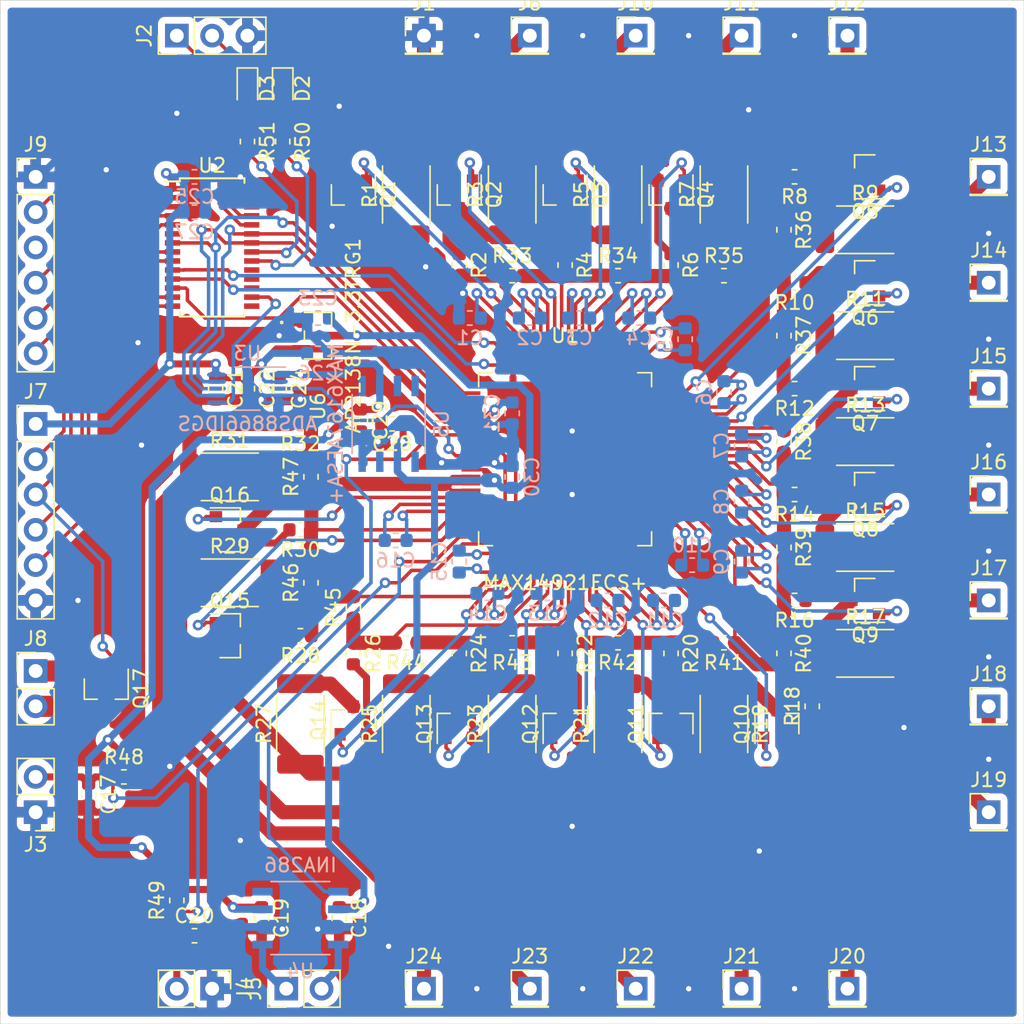
<source format=kicad_pcb>
(kicad_pcb (version 20171130) (host pcbnew "(5.1.5)-3")

  (general
    (thickness 1.6)
    (drawings 4)
    (tracks 1236)
    (zones 0)
    (modules 131)
    (nets 129)
  )

  (page A4)
  (layers
    (0 F.Cu signal)
    (31 B.Cu signal)
    (32 B.Adhes user hide)
    (33 F.Adhes user hide)
    (34 B.Paste user hide)
    (35 F.Paste user hide)
    (36 B.SilkS user hide)
    (37 F.SilkS user hide)
    (38 B.Mask user hide)
    (39 F.Mask user hide)
    (40 Dwgs.User user hide)
    (41 Cmts.User user hide)
    (42 Eco1.User user hide)
    (43 Eco2.User user hide)
    (44 Edge.Cuts user)
    (45 Margin user hide)
    (46 B.CrtYd user hide)
    (47 F.CrtYd user hide)
    (48 B.Fab user hide)
    (49 F.Fab user hide)
  )

  (setup
    (last_trace_width 0.508)
    (user_trace_width 0.254)
    (user_trace_width 0.508)
    (user_trace_width 1.016)
    (user_trace_width 1.27)
    (user_trace_width 1.524)
    (trace_clearance 0.127)
    (zone_clearance 0.508)
    (zone_45_only no)
    (trace_min 0.254)
    (via_size 0.762)
    (via_drill 0.381)
    (via_min_size 0.762)
    (via_min_drill 0.381)
    (user_via 0.762 0.381)
    (uvia_size 0.381)
    (uvia_drill 0.254)
    (uvias_allowed no)
    (uvia_min_size 0.381)
    (uvia_min_drill 0.254)
    (edge_width 0.05)
    (segment_width 0.2)
    (pcb_text_width 0.3)
    (pcb_text_size 1.5 1.5)
    (mod_edge_width 0.12)
    (mod_text_size 1 1)
    (mod_text_width 0.15)
    (pad_size 1.524 1.524)
    (pad_drill 0.762)
    (pad_to_mask_clearance 0.127)
    (solder_mask_min_width 0.127)
    (aux_axis_origin 0 0)
    (visible_elements 7FFFFFFF)
    (pcbplotparams
      (layerselection 0x010fc_ffffffff)
      (usegerberextensions false)
      (usegerberattributes false)
      (usegerberadvancedattributes false)
      (creategerberjobfile false)
      (excludeedgelayer true)
      (linewidth 0.100000)
      (plotframeref false)
      (viasonmask false)
      (mode 1)
      (useauxorigin false)
      (hpglpennumber 1)
      (hpglpenspeed 20)
      (hpglpendiameter 15.000000)
      (psnegative false)
      (psa4output false)
      (plotreference true)
      (plotvalue true)
      (plotinvisibletext false)
      (padsonsilk false)
      (subtractmaskfromsilk false)
      (outputformat 1)
      (mirror false)
      (drillshape 1)
      (scaleselection 1)
      (outputdirectory ""))
  )

  (net 0 "")
  (net 1 +5V)
  (net 2 +3V3)
  (net 3 GND)
  (net 4 SBWTCK)
  (net 5 SBWTDIO)
  (net 6 "Net-(C1-Pad2)")
  (net 7 "Net-(C2-Pad2)")
  (net 8 "Net-(C2-Pad1)")
  (net 9 "Net-(C3-Pad2)")
  (net 10 "Net-(C3-Pad1)")
  (net 11 "Net-(C4-Pad2)")
  (net 12 "Net-(C4-Pad1)")
  (net 13 "Net-(C5-Pad2)")
  (net 14 "Net-(C5-Pad1)")
  (net 15 "Net-(C6-Pad2)")
  (net 16 "Net-(C6-Pad1)")
  (net 17 "Net-(C7-Pad2)")
  (net 18 "Net-(C8-Pad2)")
  (net 19 "Net-(C8-Pad1)")
  (net 20 "Net-(C9-Pad2)")
  (net 21 "Net-(C9-Pad1)")
  (net 22 "Net-(C10-Pad2)")
  (net 23 "Net-(C10-Pad1)")
  (net 24 "Net-(C11-Pad2)")
  (net 25 "Net-(C11-Pad1)")
  (net 26 "Net-(C12-Pad2)")
  (net 27 "Net-(C12-Pad1)")
  (net 28 "Net-(C13-Pad2)")
  (net 29 "Net-(C13-Pad1)")
  (net 30 "Net-(C14-Pad2)")
  (net 31 "Net-(C14-Pad1)")
  (net 32 "Net-(C15-Pad2)")
  (net 33 "Net-(C15-Pad1)")
  (net 34 "Net-(C16-Pad2)")
  (net 35 "Net-(C16-Pad1)")
  (net 36 "Net-(Q1-Pad3)")
  (net 37 CELL15)
  (net 38 "Net-(Q1-Pad1)")
  (net 39 "Net-(Q2-Pad3)")
  (net 40 CELL14)
  (net 41 "Net-(Q2-Pad1)")
  (net 42 "Net-(Q3-Pad3)")
  (net 43 CELL13)
  (net 44 "Net-(Q3-Pad1)")
  (net 45 "Net-(Q4-Pad3)")
  (net 46 CELL12)
  (net 47 "Net-(Q4-Pad1)")
  (net 48 "Net-(Q5-Pad3)")
  (net 49 CELL11)
  (net 50 "Net-(Q5-Pad1)")
  (net 51 "Net-(Q6-Pad3)")
  (net 52 CELL10)
  (net 53 "Net-(Q6-Pad1)")
  (net 54 "Net-(Q7-Pad3)")
  (net 55 "Net-(Q7-Pad1)")
  (net 56 "Net-(Q8-Pad3)")
  (net 57 CELL01)
  (net 58 "Net-(Q8-Pad1)")
  (net 59 "Net-(Q9-Pad3)")
  (net 60 CELL02)
  (net 61 "Net-(Q9-Pad1)")
  (net 62 "Net-(Q10-Pad3)")
  (net 63 CELL03)
  (net 64 "Net-(Q10-Pad1)")
  (net 65 "Net-(Q11-Pad3)")
  (net 66 CELL04)
  (net 67 "Net-(Q11-Pad1)")
  (net 68 "Net-(Q12-Pad3)")
  (net 69 CELL05)
  (net 70 "Net-(Q12-Pad1)")
  (net 71 "Net-(Q13-Pad3)")
  (net 72 CELL06)
  (net 73 "Net-(Q13-Pad1)")
  (net 74 "Net-(Q14-Pad3)")
  (net 75 CELL07)
  (net 76 "Net-(Q14-Pad1)")
  (net 77 "Net-(Q15-Pad3)")
  (net 78 CELL08)
  (net 79 "Net-(Q15-Pad1)")
  (net 80 "Net-(Q16-Pad3)")
  (net 81 CELL09)
  (net 82 "Net-(Q16-Pad1)")
  (net 83 TSENSE1)
  (net 84 TSENSE2)
  (net 85 CELL16)
  (net 86 "Net-(R16-Pad2)")
  (net 87 "Net-(R18-Pad2)")
  (net 88 ISENSE-)
  (net 89 ISENSE)
  (net 90 ISENSE+)
  (net 91 "Net-(C7-Pad1)")
  (net 92 "Net-(R2-Pad2)")
  (net 93 "Net-(R10-Pad2)")
  (net 94 "Net-(R12-Pad2)")
  (net 95 "Net-(R14-Pad2)")
  (net 96 "Net-(R20-Pad1)")
  (net 97 "Net-(R22-Pad1)")
  (net 98 "Net-(R24-Pad1)")
  (net 99 "Net-(R26-Pad1)")
  (net 100 "Net-(R28-Pad1)")
  (net 101 "Net-(R30-Pad1)")
  (net 102 "Net-(U1-Pad4)")
  (net 103 "Net-(U1-Pad10)")
  (net 104 "Net-(U2-Pad16)")
  (net 105 "Net-(U1-Pad79)")
  (net 106 "Net-(U1-Pad80)")
  (net 107 +BATT)
  (net 108 "Net-(D2-Pad2)")
  (net 109 "Net-(D3-Pad2)")
  (net 110 CUTBACK)
  (net 111 ENOUTN)
  (net 112 ENOUT)
  (net 113 ENIN)
  (net 114 "Net-(J8-Pad2)")
  (net 115 "Net-(J8-Pad1)")
  (net 116 CTS)
  (net 117 TX)
  (net 118 RX)
  (net 119 RTS)
  (net 120 "Net-(R33-Pad2)")
  (net 121 "Net-(R34-Pad2)")
  (net 122 "Net-(R35-Pad2)")
  (net 123 "Net-(R50-Pad2)")
  (net 124 "Net-(R51-Pad2)")
  (net 125 +4.5V)
  (net 126 CLK)
  (net 127 SIMO)
  (net 128 SOMI)

  (net_class Default "This is the default net class."
    (clearance 0.127)
    (trace_width 0.254)
    (via_dia 0.762)
    (via_drill 0.381)
    (uvia_dia 0.381)
    (uvia_drill 0.254)
    (diff_pair_width 0.254)
    (diff_pair_gap 0.254)
    (add_net +3V3)
    (add_net +4.5V)
    (add_net +5V)
    (add_net +BATT)
    (add_net CELL01)
    (add_net CELL02)
    (add_net CELL03)
    (add_net CELL04)
    (add_net CELL05)
    (add_net CELL06)
    (add_net CELL07)
    (add_net CELL08)
    (add_net CELL09)
    (add_net CELL10)
    (add_net CELL11)
    (add_net CELL12)
    (add_net CELL13)
    (add_net CELL14)
    (add_net CELL15)
    (add_net CELL16)
    (add_net CLK)
    (add_net CTS)
    (add_net CUTBACK)
    (add_net ENIN)
    (add_net ENOUT)
    (add_net ENOUTN)
    (add_net GND)
    (add_net ISENSE)
    (add_net ISENSE+)
    (add_net ISENSE-)
    (add_net "Net-(C1-Pad2)")
    (add_net "Net-(C10-Pad1)")
    (add_net "Net-(C10-Pad2)")
    (add_net "Net-(C11-Pad1)")
    (add_net "Net-(C11-Pad2)")
    (add_net "Net-(C12-Pad1)")
    (add_net "Net-(C12-Pad2)")
    (add_net "Net-(C13-Pad1)")
    (add_net "Net-(C13-Pad2)")
    (add_net "Net-(C14-Pad1)")
    (add_net "Net-(C14-Pad2)")
    (add_net "Net-(C15-Pad1)")
    (add_net "Net-(C15-Pad2)")
    (add_net "Net-(C16-Pad1)")
    (add_net "Net-(C16-Pad2)")
    (add_net "Net-(C2-Pad1)")
    (add_net "Net-(C2-Pad2)")
    (add_net "Net-(C3-Pad1)")
    (add_net "Net-(C3-Pad2)")
    (add_net "Net-(C4-Pad1)")
    (add_net "Net-(C4-Pad2)")
    (add_net "Net-(C5-Pad1)")
    (add_net "Net-(C5-Pad2)")
    (add_net "Net-(C6-Pad1)")
    (add_net "Net-(C6-Pad2)")
    (add_net "Net-(C7-Pad1)")
    (add_net "Net-(C7-Pad2)")
    (add_net "Net-(C8-Pad1)")
    (add_net "Net-(C8-Pad2)")
    (add_net "Net-(C9-Pad1)")
    (add_net "Net-(C9-Pad2)")
    (add_net "Net-(D2-Pad2)")
    (add_net "Net-(D3-Pad2)")
    (add_net "Net-(J8-Pad1)")
    (add_net "Net-(J8-Pad2)")
    (add_net "Net-(J9-Pad3)")
    (add_net "Net-(Q1-Pad1)")
    (add_net "Net-(Q1-Pad3)")
    (add_net "Net-(Q10-Pad1)")
    (add_net "Net-(Q10-Pad3)")
    (add_net "Net-(Q11-Pad1)")
    (add_net "Net-(Q11-Pad3)")
    (add_net "Net-(Q12-Pad1)")
    (add_net "Net-(Q12-Pad3)")
    (add_net "Net-(Q13-Pad1)")
    (add_net "Net-(Q13-Pad3)")
    (add_net "Net-(Q14-Pad1)")
    (add_net "Net-(Q14-Pad3)")
    (add_net "Net-(Q15-Pad1)")
    (add_net "Net-(Q15-Pad3)")
    (add_net "Net-(Q16-Pad1)")
    (add_net "Net-(Q16-Pad3)")
    (add_net "Net-(Q2-Pad1)")
    (add_net "Net-(Q2-Pad3)")
    (add_net "Net-(Q3-Pad1)")
    (add_net "Net-(Q3-Pad3)")
    (add_net "Net-(Q4-Pad1)")
    (add_net "Net-(Q4-Pad3)")
    (add_net "Net-(Q5-Pad1)")
    (add_net "Net-(Q5-Pad3)")
    (add_net "Net-(Q6-Pad1)")
    (add_net "Net-(Q6-Pad3)")
    (add_net "Net-(Q7-Pad1)")
    (add_net "Net-(Q7-Pad3)")
    (add_net "Net-(Q8-Pad1)")
    (add_net "Net-(Q8-Pad3)")
    (add_net "Net-(Q9-Pad1)")
    (add_net "Net-(Q9-Pad3)")
    (add_net "Net-(R10-Pad2)")
    (add_net "Net-(R12-Pad2)")
    (add_net "Net-(R14-Pad2)")
    (add_net "Net-(R16-Pad2)")
    (add_net "Net-(R18-Pad2)")
    (add_net "Net-(R2-Pad2)")
    (add_net "Net-(R20-Pad1)")
    (add_net "Net-(R22-Pad1)")
    (add_net "Net-(R24-Pad1)")
    (add_net "Net-(R26-Pad1)")
    (add_net "Net-(R28-Pad1)")
    (add_net "Net-(R30-Pad1)")
    (add_net "Net-(R33-Pad2)")
    (add_net "Net-(R34-Pad2)")
    (add_net "Net-(R35-Pad2)")
    (add_net "Net-(R50-Pad2)")
    (add_net "Net-(R51-Pad2)")
    (add_net "Net-(U1-Pad10)")
    (add_net "Net-(U1-Pad4)")
    (add_net "Net-(U1-Pad79)")
    (add_net "Net-(U1-Pad80)")
    (add_net "Net-(U2-Pad15)")
    (add_net "Net-(U2-Pad16)")
    (add_net "Net-(U2-Pad17)")
    (add_net "Net-(U2-Pad18)")
    (add_net "Net-(U2-Pad19)")
    (add_net "Net-(U2-Pad26)")
    (add_net "Net-(U2-Pad27)")
    (add_net "Net-(U2-Pad6)")
    (add_net "Net-(U4-Pad4)")
    (add_net "Net-(U5-Pad1)")
    (add_net "Net-(U5-Pad3)")
    (add_net "Net-(U5-Pad5)")
    (add_net "Net-(U5-Pad7)")
    (add_net "Net-(U5-Pad8)")
    (add_net RTS)
    (add_net RX)
    (add_net SBWTCK)
    (add_net SBWTDIO)
    (add_net SIMO)
    (add_net SOMI)
    (add_net TSENSE1)
    (add_net TSENSE2)
    (add_net TX)
  )

  (module Connector_PinHeader_2.54mm:PinHeader_1x06_P2.54mm_Vertical (layer F.Cu) (tedit 59FED5CC) (tstamp 6209C81C)
    (at 101.6 86.36)
    (descr "Through hole straight pin header, 1x06, 2.54mm pitch, single row")
    (tags "Through hole pin header THT 1x06 2.54mm single row")
    (path /62C16A2C)
    (fp_text reference J7 (at 0 -2.33) (layer F.SilkS)
      (effects (font (size 1 1) (thickness 0.15)))
    )
    (fp_text value Conn_01x06 (at 0 15.03) (layer F.Fab)
      (effects (font (size 1 1) (thickness 0.15)))
    )
    (fp_text user %R (at 0 6.35 90) (layer F.Fab)
      (effects (font (size 1 1) (thickness 0.15)))
    )
    (fp_line (start 1.8 -1.8) (end -1.8 -1.8) (layer F.CrtYd) (width 0.05))
    (fp_line (start 1.8 14.5) (end 1.8 -1.8) (layer F.CrtYd) (width 0.05))
    (fp_line (start -1.8 14.5) (end 1.8 14.5) (layer F.CrtYd) (width 0.05))
    (fp_line (start -1.8 -1.8) (end -1.8 14.5) (layer F.CrtYd) (width 0.05))
    (fp_line (start -1.33 -1.33) (end 0 -1.33) (layer F.SilkS) (width 0.12))
    (fp_line (start -1.33 0) (end -1.33 -1.33) (layer F.SilkS) (width 0.12))
    (fp_line (start -1.33 1.27) (end 1.33 1.27) (layer F.SilkS) (width 0.12))
    (fp_line (start 1.33 1.27) (end 1.33 14.03) (layer F.SilkS) (width 0.12))
    (fp_line (start -1.33 1.27) (end -1.33 14.03) (layer F.SilkS) (width 0.12))
    (fp_line (start -1.33 14.03) (end 1.33 14.03) (layer F.SilkS) (width 0.12))
    (fp_line (start -1.27 -0.635) (end -0.635 -1.27) (layer F.Fab) (width 0.1))
    (fp_line (start -1.27 13.97) (end -1.27 -0.635) (layer F.Fab) (width 0.1))
    (fp_line (start 1.27 13.97) (end -1.27 13.97) (layer F.Fab) (width 0.1))
    (fp_line (start 1.27 -1.27) (end 1.27 13.97) (layer F.Fab) (width 0.1))
    (fp_line (start -0.635 -1.27) (end 1.27 -1.27) (layer F.Fab) (width 0.1))
    (pad 1 thru_hole rect (at 0 0) (size 1.7 1.7) (drill 1) (layers *.Cu *.Mask)
      (net 2 +3V3))
    (pad 2 thru_hole oval (at 0 2.54) (size 1.7 1.7) (drill 1) (layers *.Cu *.Mask)
      (net 113 ENIN))
    (pad 3 thru_hole oval (at 0 5.08) (size 1.7 1.7) (drill 1) (layers *.Cu *.Mask)
      (net 112 ENOUT))
    (pad 4 thru_hole oval (at 0 7.62) (size 1.7 1.7) (drill 1) (layers *.Cu *.Mask)
      (net 111 ENOUTN))
    (pad 5 thru_hole oval (at 0 10.16) (size 1.7 1.7) (drill 1) (layers *.Cu *.Mask)
      (net 110 CUTBACK))
    (pad 6 thru_hole oval (at 0 12.7) (size 1.7 1.7) (drill 1) (layers *.Cu *.Mask)
      (net 3 GND))
    (model ${KISYS3DMOD}/Connector_PinHeader_2.54mm.3dshapes/PinHeader_1x06_P2.54mm_Vertical.wrl
      (at (xyz 0 0 0))
      (scale (xyz 1 1 1))
      (rotate (xyz 0 0 0))
    )
  )

  (module Connector_PinHeader_2.54mm:PinHeader_1x01_P2.54mm_Vertical (layer F.Cu) (tedit 59FED5CC) (tstamp 621F53F4)
    (at 160.02 127)
    (descr "Through hole straight pin header, 1x01, 2.54mm pitch, single row")
    (tags "Through hole pin header THT 1x01 2.54mm single row")
    (path /6225C984)
    (fp_text reference J20 (at 0 -2.33) (layer F.SilkS)
      (effects (font (size 1 1) (thickness 0.15)))
    )
    (fp_text value Conn_01x01 (at 0 2.33) (layer F.Fab)
      (effects (font (size 1 1) (thickness 0.15)))
    )
    (fp_text user %R (at 0 0 90) (layer F.Fab)
      (effects (font (size 1 1) (thickness 0.15)))
    )
    (fp_line (start 1.8 -1.8) (end -1.8 -1.8) (layer F.CrtYd) (width 0.05))
    (fp_line (start 1.8 1.8) (end 1.8 -1.8) (layer F.CrtYd) (width 0.05))
    (fp_line (start -1.8 1.8) (end 1.8 1.8) (layer F.CrtYd) (width 0.05))
    (fp_line (start -1.8 -1.8) (end -1.8 1.8) (layer F.CrtYd) (width 0.05))
    (fp_line (start -1.33 -1.33) (end 0 -1.33) (layer F.SilkS) (width 0.12))
    (fp_line (start -1.33 0) (end -1.33 -1.33) (layer F.SilkS) (width 0.12))
    (fp_line (start -1.33 1.27) (end 1.33 1.27) (layer F.SilkS) (width 0.12))
    (fp_line (start 1.33 1.27) (end 1.33 1.33) (layer F.SilkS) (width 0.12))
    (fp_line (start -1.33 1.27) (end -1.33 1.33) (layer F.SilkS) (width 0.12))
    (fp_line (start -1.33 1.33) (end 1.33 1.33) (layer F.SilkS) (width 0.12))
    (fp_line (start -1.27 -0.635) (end -0.635 -1.27) (layer F.Fab) (width 0.1))
    (fp_line (start -1.27 1.27) (end -1.27 -0.635) (layer F.Fab) (width 0.1))
    (fp_line (start 1.27 1.27) (end -1.27 1.27) (layer F.Fab) (width 0.1))
    (fp_line (start 1.27 -1.27) (end 1.27 1.27) (layer F.Fab) (width 0.1))
    (fp_line (start -0.635 -1.27) (end 1.27 -1.27) (layer F.Fab) (width 0.1))
    (pad 1 thru_hole rect (at 0 0) (size 1.7 1.7) (drill 1) (layers *.Cu *.Mask)
      (net 46 CELL12))
    (model ${KISYS3DMOD}/Connector_PinHeader_2.54mm.3dshapes/PinHeader_1x01_P2.54mm_Vertical.wrl
      (at (xyz 0 0 0))
      (scale (xyz 1 1 1))
      (rotate (xyz 0 0 0))
    )
  )

  (module Connector_PinHeader_2.54mm:PinHeader_1x01_P2.54mm_Vertical (layer F.Cu) (tedit 59FED5CC) (tstamp 621F5430)
    (at 137.16 127)
    (descr "Through hole straight pin header, 1x01, 2.54mm pitch, single row")
    (tags "Through hole pin header THT 1x01 2.54mm single row")
    (path /6225CEF2)
    (fp_text reference J23 (at 0 -2.33) (layer F.SilkS)
      (effects (font (size 1 1) (thickness 0.15)))
    )
    (fp_text value Conn_01x01 (at 0 2.33) (layer F.Fab)
      (effects (font (size 1 1) (thickness 0.15)))
    )
    (fp_text user %R (at 0 0 90) (layer F.Fab)
      (effects (font (size 1 1) (thickness 0.15)))
    )
    (fp_line (start 1.8 -1.8) (end -1.8 -1.8) (layer F.CrtYd) (width 0.05))
    (fp_line (start 1.8 1.8) (end 1.8 -1.8) (layer F.CrtYd) (width 0.05))
    (fp_line (start -1.8 1.8) (end 1.8 1.8) (layer F.CrtYd) (width 0.05))
    (fp_line (start -1.8 -1.8) (end -1.8 1.8) (layer F.CrtYd) (width 0.05))
    (fp_line (start -1.33 -1.33) (end 0 -1.33) (layer F.SilkS) (width 0.12))
    (fp_line (start -1.33 0) (end -1.33 -1.33) (layer F.SilkS) (width 0.12))
    (fp_line (start -1.33 1.27) (end 1.33 1.27) (layer F.SilkS) (width 0.12))
    (fp_line (start 1.33 1.27) (end 1.33 1.33) (layer F.SilkS) (width 0.12))
    (fp_line (start -1.33 1.27) (end -1.33 1.33) (layer F.SilkS) (width 0.12))
    (fp_line (start -1.33 1.33) (end 1.33 1.33) (layer F.SilkS) (width 0.12))
    (fp_line (start -1.27 -0.635) (end -0.635 -1.27) (layer F.Fab) (width 0.1))
    (fp_line (start -1.27 1.27) (end -1.27 -0.635) (layer F.Fab) (width 0.1))
    (fp_line (start 1.27 1.27) (end -1.27 1.27) (layer F.Fab) (width 0.1))
    (fp_line (start 1.27 -1.27) (end 1.27 1.27) (layer F.Fab) (width 0.1))
    (fp_line (start -0.635 -1.27) (end 1.27 -1.27) (layer F.Fab) (width 0.1))
    (pad 1 thru_hole rect (at 0 0) (size 1.7 1.7) (drill 1) (layers *.Cu *.Mask)
      (net 37 CELL15))
    (model ${KISYS3DMOD}/Connector_PinHeader_2.54mm.3dshapes/PinHeader_1x01_P2.54mm_Vertical.wrl
      (at (xyz 0 0 0))
      (scale (xyz 1 1 1))
      (rotate (xyz 0 0 0))
    )
  )

  (module Connector_PinHeader_2.54mm:PinHeader_1x01_P2.54mm_Vertical (layer F.Cu) (tedit 59FED5CC) (tstamp 621F53B8)
    (at 152.4 127)
    (descr "Through hole straight pin header, 1x01, 2.54mm pitch, single row")
    (tags "Through hole pin header THT 1x01 2.54mm single row")
    (path /6225CBE3)
    (fp_text reference J21 (at 0 -2.33) (layer F.SilkS)
      (effects (font (size 1 1) (thickness 0.15)))
    )
    (fp_text value Conn_01x01 (at 0 2.33) (layer F.Fab)
      (effects (font (size 1 1) (thickness 0.15)))
    )
    (fp_text user %R (at 0 0 90) (layer F.Fab)
      (effects (font (size 1 1) (thickness 0.15)))
    )
    (fp_line (start 1.8 -1.8) (end -1.8 -1.8) (layer F.CrtYd) (width 0.05))
    (fp_line (start 1.8 1.8) (end 1.8 -1.8) (layer F.CrtYd) (width 0.05))
    (fp_line (start -1.8 1.8) (end 1.8 1.8) (layer F.CrtYd) (width 0.05))
    (fp_line (start -1.8 -1.8) (end -1.8 1.8) (layer F.CrtYd) (width 0.05))
    (fp_line (start -1.33 -1.33) (end 0 -1.33) (layer F.SilkS) (width 0.12))
    (fp_line (start -1.33 0) (end -1.33 -1.33) (layer F.SilkS) (width 0.12))
    (fp_line (start -1.33 1.27) (end 1.33 1.27) (layer F.SilkS) (width 0.12))
    (fp_line (start 1.33 1.27) (end 1.33 1.33) (layer F.SilkS) (width 0.12))
    (fp_line (start -1.33 1.27) (end -1.33 1.33) (layer F.SilkS) (width 0.12))
    (fp_line (start -1.33 1.33) (end 1.33 1.33) (layer F.SilkS) (width 0.12))
    (fp_line (start -1.27 -0.635) (end -0.635 -1.27) (layer F.Fab) (width 0.1))
    (fp_line (start -1.27 1.27) (end -1.27 -0.635) (layer F.Fab) (width 0.1))
    (fp_line (start 1.27 1.27) (end -1.27 1.27) (layer F.Fab) (width 0.1))
    (fp_line (start 1.27 -1.27) (end 1.27 1.27) (layer F.Fab) (width 0.1))
    (fp_line (start -0.635 -1.27) (end 1.27 -1.27) (layer F.Fab) (width 0.1))
    (pad 1 thru_hole rect (at 0 0) (size 1.7 1.7) (drill 1) (layers *.Cu *.Mask)
      (net 43 CELL13))
    (model ${KISYS3DMOD}/Connector_PinHeader_2.54mm.3dshapes/PinHeader_1x01_P2.54mm_Vertical.wrl
      (at (xyz 0 0 0))
      (scale (xyz 1 1 1))
      (rotate (xyz 0 0 0))
    )
  )

  (module Connector_PinHeader_2.54mm:PinHeader_1x01_P2.54mm_Vertical (layer F.Cu) (tedit 59FED5CC) (tstamp 621F537C)
    (at 144.78 127)
    (descr "Through hole straight pin header, 1x01, 2.54mm pitch, single row")
    (tags "Through hole pin header THT 1x01 2.54mm single row")
    (path /6225CD85)
    (fp_text reference J22 (at 0 -2.33) (layer F.SilkS)
      (effects (font (size 1 1) (thickness 0.15)))
    )
    (fp_text value Conn_01x01 (at 0 2.33) (layer F.Fab)
      (effects (font (size 1 1) (thickness 0.15)))
    )
    (fp_text user %R (at 0 0 90) (layer F.Fab)
      (effects (font (size 1 1) (thickness 0.15)))
    )
    (fp_line (start 1.8 -1.8) (end -1.8 -1.8) (layer F.CrtYd) (width 0.05))
    (fp_line (start 1.8 1.8) (end 1.8 -1.8) (layer F.CrtYd) (width 0.05))
    (fp_line (start -1.8 1.8) (end 1.8 1.8) (layer F.CrtYd) (width 0.05))
    (fp_line (start -1.8 -1.8) (end -1.8 1.8) (layer F.CrtYd) (width 0.05))
    (fp_line (start -1.33 -1.33) (end 0 -1.33) (layer F.SilkS) (width 0.12))
    (fp_line (start -1.33 0) (end -1.33 -1.33) (layer F.SilkS) (width 0.12))
    (fp_line (start -1.33 1.27) (end 1.33 1.27) (layer F.SilkS) (width 0.12))
    (fp_line (start 1.33 1.27) (end 1.33 1.33) (layer F.SilkS) (width 0.12))
    (fp_line (start -1.33 1.27) (end -1.33 1.33) (layer F.SilkS) (width 0.12))
    (fp_line (start -1.33 1.33) (end 1.33 1.33) (layer F.SilkS) (width 0.12))
    (fp_line (start -1.27 -0.635) (end -0.635 -1.27) (layer F.Fab) (width 0.1))
    (fp_line (start -1.27 1.27) (end -1.27 -0.635) (layer F.Fab) (width 0.1))
    (fp_line (start 1.27 1.27) (end -1.27 1.27) (layer F.Fab) (width 0.1))
    (fp_line (start 1.27 -1.27) (end 1.27 1.27) (layer F.Fab) (width 0.1))
    (fp_line (start -0.635 -1.27) (end 1.27 -1.27) (layer F.Fab) (width 0.1))
    (pad 1 thru_hole rect (at 0 0) (size 1.7 1.7) (drill 1) (layers *.Cu *.Mask)
      (net 40 CELL14))
    (model ${KISYS3DMOD}/Connector_PinHeader_2.54mm.3dshapes/PinHeader_1x01_P2.54mm_Vertical.wrl
      (at (xyz 0 0 0))
      (scale (xyz 1 1 1))
      (rotate (xyz 0 0 0))
    )
  )

  (module Connector_PinHeader_2.54mm:PinHeader_1x01_P2.54mm_Vertical (layer F.Cu) (tedit 59FED5CC) (tstamp 621F5340)
    (at 129.54 127)
    (descr "Through hole straight pin header, 1x01, 2.54mm pitch, single row")
    (tags "Through hole pin header THT 1x01 2.54mm single row")
    (path /6225D05E)
    (fp_text reference J24 (at 0 -2.33) (layer F.SilkS)
      (effects (font (size 1 1) (thickness 0.15)))
    )
    (fp_text value Conn_01x01 (at 0 2.33) (layer F.Fab)
      (effects (font (size 1 1) (thickness 0.15)))
    )
    (fp_text user %R (at 0 0 90) (layer F.Fab)
      (effects (font (size 1 1) (thickness 0.15)))
    )
    (fp_line (start 1.8 -1.8) (end -1.8 -1.8) (layer F.CrtYd) (width 0.05))
    (fp_line (start 1.8 1.8) (end 1.8 -1.8) (layer F.CrtYd) (width 0.05))
    (fp_line (start -1.8 1.8) (end 1.8 1.8) (layer F.CrtYd) (width 0.05))
    (fp_line (start -1.8 -1.8) (end -1.8 1.8) (layer F.CrtYd) (width 0.05))
    (fp_line (start -1.33 -1.33) (end 0 -1.33) (layer F.SilkS) (width 0.12))
    (fp_line (start -1.33 0) (end -1.33 -1.33) (layer F.SilkS) (width 0.12))
    (fp_line (start -1.33 1.27) (end 1.33 1.27) (layer F.SilkS) (width 0.12))
    (fp_line (start 1.33 1.27) (end 1.33 1.33) (layer F.SilkS) (width 0.12))
    (fp_line (start -1.33 1.27) (end -1.33 1.33) (layer F.SilkS) (width 0.12))
    (fp_line (start -1.33 1.33) (end 1.33 1.33) (layer F.SilkS) (width 0.12))
    (fp_line (start -1.27 -0.635) (end -0.635 -1.27) (layer F.Fab) (width 0.1))
    (fp_line (start -1.27 1.27) (end -1.27 -0.635) (layer F.Fab) (width 0.1))
    (fp_line (start 1.27 1.27) (end -1.27 1.27) (layer F.Fab) (width 0.1))
    (fp_line (start 1.27 -1.27) (end 1.27 1.27) (layer F.Fab) (width 0.1))
    (fp_line (start -0.635 -1.27) (end 1.27 -1.27) (layer F.Fab) (width 0.1))
    (pad 1 thru_hole rect (at 0 0) (size 1.7 1.7) (drill 1) (layers *.Cu *.Mask)
      (net 85 CELL16))
    (model ${KISYS3DMOD}/Connector_PinHeader_2.54mm.3dshapes/PinHeader_1x01_P2.54mm_Vertical.wrl
      (at (xyz 0 0 0))
      (scale (xyz 1 1 1))
      (rotate (xyz 0 0 0))
    )
  )

  (module Connector_PinHeader_2.54mm:PinHeader_1x06_P2.54mm_Vertical (layer F.Cu) (tedit 59FED5CC) (tstamp 6209C84C)
    (at 101.6 68.58)
    (descr "Through hole straight pin header, 1x06, 2.54mm pitch, single row")
    (tags "Through hole pin header THT 1x06 2.54mm single row")
    (path /627D2F7C)
    (fp_text reference J9 (at 0 -2.33) (layer F.SilkS)
      (effects (font (size 1 1) (thickness 0.15)))
    )
    (fp_text value Conn_01x06 (at 0 15.03) (layer F.Fab)
      (effects (font (size 1 1) (thickness 0.15)))
    )
    (fp_text user %R (at 0 6.35 90) (layer F.Fab)
      (effects (font (size 1 1) (thickness 0.15)))
    )
    (fp_line (start 1.8 -1.8) (end -1.8 -1.8) (layer F.CrtYd) (width 0.05))
    (fp_line (start 1.8 14.5) (end 1.8 -1.8) (layer F.CrtYd) (width 0.05))
    (fp_line (start -1.8 14.5) (end 1.8 14.5) (layer F.CrtYd) (width 0.05))
    (fp_line (start -1.8 -1.8) (end -1.8 14.5) (layer F.CrtYd) (width 0.05))
    (fp_line (start -1.33 -1.33) (end 0 -1.33) (layer F.SilkS) (width 0.12))
    (fp_line (start -1.33 0) (end -1.33 -1.33) (layer F.SilkS) (width 0.12))
    (fp_line (start -1.33 1.27) (end 1.33 1.27) (layer F.SilkS) (width 0.12))
    (fp_line (start 1.33 1.27) (end 1.33 14.03) (layer F.SilkS) (width 0.12))
    (fp_line (start -1.33 1.27) (end -1.33 14.03) (layer F.SilkS) (width 0.12))
    (fp_line (start -1.33 14.03) (end 1.33 14.03) (layer F.SilkS) (width 0.12))
    (fp_line (start -1.27 -0.635) (end -0.635 -1.27) (layer F.Fab) (width 0.1))
    (fp_line (start -1.27 13.97) (end -1.27 -0.635) (layer F.Fab) (width 0.1))
    (fp_line (start 1.27 13.97) (end -1.27 13.97) (layer F.Fab) (width 0.1))
    (fp_line (start 1.27 -1.27) (end 1.27 13.97) (layer F.Fab) (width 0.1))
    (fp_line (start -0.635 -1.27) (end 1.27 -1.27) (layer F.Fab) (width 0.1))
    (pad 1 thru_hole rect (at 0 0) (size 1.7 1.7) (drill 1) (layers *.Cu *.Mask)
      (net 3 GND))
    (pad 2 thru_hole oval (at 0 2.54) (size 1.7 1.7) (drill 1) (layers *.Cu *.Mask)
      (net 119 RTS))
    (pad 3 thru_hole oval (at 0 5.08) (size 1.7 1.7) (drill 1) (layers *.Cu *.Mask))
    (pad 4 thru_hole oval (at 0 7.62) (size 1.7 1.7) (drill 1) (layers *.Cu *.Mask)
      (net 118 RX))
    (pad 5 thru_hole oval (at 0 10.16) (size 1.7 1.7) (drill 1) (layers *.Cu *.Mask)
      (net 117 TX))
    (pad 6 thru_hole oval (at 0 12.7) (size 1.7 1.7) (drill 1) (layers *.Cu *.Mask)
      (net 116 CTS))
    (model ${KISYS3DMOD}/Connector_PinHeader_2.54mm.3dshapes/PinHeader_1x06_P2.54mm_Vertical.wrl
      (at (xyz 0 0 0))
      (scale (xyz 1 1 1))
      (rotate (xyz 0 0 0))
    )
  )

  (module Connector_PinHeader_2.54mm:PinHeader_1x01_P2.54mm_Vertical (layer F.Cu) (tedit 59FED5CC) (tstamp 621F3198)
    (at 170.18 114.3)
    (descr "Through hole straight pin header, 1x01, 2.54mm pitch, single row")
    (tags "Through hole pin header THT 1x01 2.54mm single row")
    (path /6225C77A)
    (fp_text reference J19 (at 0 -2.33) (layer F.SilkS)
      (effects (font (size 1 1) (thickness 0.15)))
    )
    (fp_text value Conn_01x01 (at 0 2.33) (layer F.Fab)
      (effects (font (size 1 1) (thickness 0.15)))
    )
    (fp_text user %R (at 0 0 90) (layer F.Fab)
      (effects (font (size 1 1) (thickness 0.15)))
    )
    (fp_line (start 1.8 -1.8) (end -1.8 -1.8) (layer F.CrtYd) (width 0.05))
    (fp_line (start 1.8 1.8) (end 1.8 -1.8) (layer F.CrtYd) (width 0.05))
    (fp_line (start -1.8 1.8) (end 1.8 1.8) (layer F.CrtYd) (width 0.05))
    (fp_line (start -1.8 -1.8) (end -1.8 1.8) (layer F.CrtYd) (width 0.05))
    (fp_line (start -1.33 -1.33) (end 0 -1.33) (layer F.SilkS) (width 0.12))
    (fp_line (start -1.33 0) (end -1.33 -1.33) (layer F.SilkS) (width 0.12))
    (fp_line (start -1.33 1.27) (end 1.33 1.27) (layer F.SilkS) (width 0.12))
    (fp_line (start 1.33 1.27) (end 1.33 1.33) (layer F.SilkS) (width 0.12))
    (fp_line (start -1.33 1.27) (end -1.33 1.33) (layer F.SilkS) (width 0.12))
    (fp_line (start -1.33 1.33) (end 1.33 1.33) (layer F.SilkS) (width 0.12))
    (fp_line (start -1.27 -0.635) (end -0.635 -1.27) (layer F.Fab) (width 0.1))
    (fp_line (start -1.27 1.27) (end -1.27 -0.635) (layer F.Fab) (width 0.1))
    (fp_line (start 1.27 1.27) (end -1.27 1.27) (layer F.Fab) (width 0.1))
    (fp_line (start 1.27 -1.27) (end 1.27 1.27) (layer F.Fab) (width 0.1))
    (fp_line (start -0.635 -1.27) (end 1.27 -1.27) (layer F.Fab) (width 0.1))
    (pad 1 thru_hole rect (at 0 0) (size 1.7 1.7) (drill 1) (layers *.Cu *.Mask)
      (net 49 CELL11))
    (model ${KISYS3DMOD}/Connector_PinHeader_2.54mm.3dshapes/PinHeader_1x01_P2.54mm_Vertical.wrl
      (at (xyz 0 0 0))
      (scale (xyz 1 1 1))
      (rotate (xyz 0 0 0))
    )
  )

  (module Connector_PinHeader_2.54mm:PinHeader_1x01_P2.54mm_Vertical (layer F.Cu) (tedit 59FED5CC) (tstamp 621F3183)
    (at 170.18 106.68)
    (descr "Through hole straight pin header, 1x01, 2.54mm pitch, single row")
    (tags "Through hole pin header THT 1x01 2.54mm single row")
    (path /6225C5E4)
    (fp_text reference J18 (at 0 -2.33) (layer F.SilkS)
      (effects (font (size 1 1) (thickness 0.15)))
    )
    (fp_text value Conn_01x01 (at 0 2.33) (layer F.Fab)
      (effects (font (size 1 1) (thickness 0.15)))
    )
    (fp_text user %R (at 0 0 90) (layer F.Fab)
      (effects (font (size 1 1) (thickness 0.15)))
    )
    (fp_line (start 1.8 -1.8) (end -1.8 -1.8) (layer F.CrtYd) (width 0.05))
    (fp_line (start 1.8 1.8) (end 1.8 -1.8) (layer F.CrtYd) (width 0.05))
    (fp_line (start -1.8 1.8) (end 1.8 1.8) (layer F.CrtYd) (width 0.05))
    (fp_line (start -1.8 -1.8) (end -1.8 1.8) (layer F.CrtYd) (width 0.05))
    (fp_line (start -1.33 -1.33) (end 0 -1.33) (layer F.SilkS) (width 0.12))
    (fp_line (start -1.33 0) (end -1.33 -1.33) (layer F.SilkS) (width 0.12))
    (fp_line (start -1.33 1.27) (end 1.33 1.27) (layer F.SilkS) (width 0.12))
    (fp_line (start 1.33 1.27) (end 1.33 1.33) (layer F.SilkS) (width 0.12))
    (fp_line (start -1.33 1.27) (end -1.33 1.33) (layer F.SilkS) (width 0.12))
    (fp_line (start -1.33 1.33) (end 1.33 1.33) (layer F.SilkS) (width 0.12))
    (fp_line (start -1.27 -0.635) (end -0.635 -1.27) (layer F.Fab) (width 0.1))
    (fp_line (start -1.27 1.27) (end -1.27 -0.635) (layer F.Fab) (width 0.1))
    (fp_line (start 1.27 1.27) (end -1.27 1.27) (layer F.Fab) (width 0.1))
    (fp_line (start 1.27 -1.27) (end 1.27 1.27) (layer F.Fab) (width 0.1))
    (fp_line (start -0.635 -1.27) (end 1.27 -1.27) (layer F.Fab) (width 0.1))
    (pad 1 thru_hole rect (at 0 0) (size 1.7 1.7) (drill 1) (layers *.Cu *.Mask)
      (net 52 CELL10))
    (model ${KISYS3DMOD}/Connector_PinHeader_2.54mm.3dshapes/PinHeader_1x01_P2.54mm_Vertical.wrl
      (at (xyz 0 0 0))
      (scale (xyz 1 1 1))
      (rotate (xyz 0 0 0))
    )
  )

  (module Connector_PinHeader_2.54mm:PinHeader_1x01_P2.54mm_Vertical (layer F.Cu) (tedit 59FED5CC) (tstamp 621F316E)
    (at 170.18 99.06)
    (descr "Through hole straight pin header, 1x01, 2.54mm pitch, single row")
    (tags "Through hole pin header THT 1x01 2.54mm single row")
    (path /6225C3F6)
    (fp_text reference J17 (at 0 -2.33) (layer F.SilkS)
      (effects (font (size 1 1) (thickness 0.15)))
    )
    (fp_text value Conn_01x01 (at 0 2.33) (layer F.Fab)
      (effects (font (size 1 1) (thickness 0.15)))
    )
    (fp_text user %R (at 0 0 90) (layer F.Fab)
      (effects (font (size 1 1) (thickness 0.15)))
    )
    (fp_line (start 1.8 -1.8) (end -1.8 -1.8) (layer F.CrtYd) (width 0.05))
    (fp_line (start 1.8 1.8) (end 1.8 -1.8) (layer F.CrtYd) (width 0.05))
    (fp_line (start -1.8 1.8) (end 1.8 1.8) (layer F.CrtYd) (width 0.05))
    (fp_line (start -1.8 -1.8) (end -1.8 1.8) (layer F.CrtYd) (width 0.05))
    (fp_line (start -1.33 -1.33) (end 0 -1.33) (layer F.SilkS) (width 0.12))
    (fp_line (start -1.33 0) (end -1.33 -1.33) (layer F.SilkS) (width 0.12))
    (fp_line (start -1.33 1.27) (end 1.33 1.27) (layer F.SilkS) (width 0.12))
    (fp_line (start 1.33 1.27) (end 1.33 1.33) (layer F.SilkS) (width 0.12))
    (fp_line (start -1.33 1.27) (end -1.33 1.33) (layer F.SilkS) (width 0.12))
    (fp_line (start -1.33 1.33) (end 1.33 1.33) (layer F.SilkS) (width 0.12))
    (fp_line (start -1.27 -0.635) (end -0.635 -1.27) (layer F.Fab) (width 0.1))
    (fp_line (start -1.27 1.27) (end -1.27 -0.635) (layer F.Fab) (width 0.1))
    (fp_line (start 1.27 1.27) (end -1.27 1.27) (layer F.Fab) (width 0.1))
    (fp_line (start 1.27 -1.27) (end 1.27 1.27) (layer F.Fab) (width 0.1))
    (fp_line (start -0.635 -1.27) (end 1.27 -1.27) (layer F.Fab) (width 0.1))
    (pad 1 thru_hole rect (at 0 0) (size 1.7 1.7) (drill 1) (layers *.Cu *.Mask)
      (net 81 CELL09))
    (model ${KISYS3DMOD}/Connector_PinHeader_2.54mm.3dshapes/PinHeader_1x01_P2.54mm_Vertical.wrl
      (at (xyz 0 0 0))
      (scale (xyz 1 1 1))
      (rotate (xyz 0 0 0))
    )
  )

  (module Connector_PinHeader_2.54mm:PinHeader_1x01_P2.54mm_Vertical (layer F.Cu) (tedit 59FED5CC) (tstamp 621F3159)
    (at 170.18 91.44)
    (descr "Through hole straight pin header, 1x01, 2.54mm pitch, single row")
    (tags "Through hole pin header THT 1x01 2.54mm single row")
    (path /6225C1DC)
    (fp_text reference J16 (at 0 -2.33) (layer F.SilkS)
      (effects (font (size 1 1) (thickness 0.15)))
    )
    (fp_text value Conn_01x01 (at 0 2.33) (layer F.Fab)
      (effects (font (size 1 1) (thickness 0.15)))
    )
    (fp_text user %R (at 0 0 90) (layer F.Fab)
      (effects (font (size 1 1) (thickness 0.15)))
    )
    (fp_line (start 1.8 -1.8) (end -1.8 -1.8) (layer F.CrtYd) (width 0.05))
    (fp_line (start 1.8 1.8) (end 1.8 -1.8) (layer F.CrtYd) (width 0.05))
    (fp_line (start -1.8 1.8) (end 1.8 1.8) (layer F.CrtYd) (width 0.05))
    (fp_line (start -1.8 -1.8) (end -1.8 1.8) (layer F.CrtYd) (width 0.05))
    (fp_line (start -1.33 -1.33) (end 0 -1.33) (layer F.SilkS) (width 0.12))
    (fp_line (start -1.33 0) (end -1.33 -1.33) (layer F.SilkS) (width 0.12))
    (fp_line (start -1.33 1.27) (end 1.33 1.27) (layer F.SilkS) (width 0.12))
    (fp_line (start 1.33 1.27) (end 1.33 1.33) (layer F.SilkS) (width 0.12))
    (fp_line (start -1.33 1.27) (end -1.33 1.33) (layer F.SilkS) (width 0.12))
    (fp_line (start -1.33 1.33) (end 1.33 1.33) (layer F.SilkS) (width 0.12))
    (fp_line (start -1.27 -0.635) (end -0.635 -1.27) (layer F.Fab) (width 0.1))
    (fp_line (start -1.27 1.27) (end -1.27 -0.635) (layer F.Fab) (width 0.1))
    (fp_line (start 1.27 1.27) (end -1.27 1.27) (layer F.Fab) (width 0.1))
    (fp_line (start 1.27 -1.27) (end 1.27 1.27) (layer F.Fab) (width 0.1))
    (fp_line (start -0.635 -1.27) (end 1.27 -1.27) (layer F.Fab) (width 0.1))
    (pad 1 thru_hole rect (at 0 0) (size 1.7 1.7) (drill 1) (layers *.Cu *.Mask)
      (net 78 CELL08))
    (model ${KISYS3DMOD}/Connector_PinHeader_2.54mm.3dshapes/PinHeader_1x01_P2.54mm_Vertical.wrl
      (at (xyz 0 0 0))
      (scale (xyz 1 1 1))
      (rotate (xyz 0 0 0))
    )
  )

  (module Connector_PinHeader_2.54mm:PinHeader_1x01_P2.54mm_Vertical (layer F.Cu) (tedit 59FED5CC) (tstamp 621F3144)
    (at 170.18 83.82)
    (descr "Through hole straight pin header, 1x01, 2.54mm pitch, single row")
    (tags "Through hole pin header THT 1x01 2.54mm single row")
    (path /6225BF9E)
    (fp_text reference J15 (at 0 -2.33) (layer F.SilkS)
      (effects (font (size 1 1) (thickness 0.15)))
    )
    (fp_text value Conn_01x01 (at 0 2.33) (layer F.Fab)
      (effects (font (size 1 1) (thickness 0.15)))
    )
    (fp_text user %R (at 0 0 90) (layer F.Fab)
      (effects (font (size 1 1) (thickness 0.15)))
    )
    (fp_line (start 1.8 -1.8) (end -1.8 -1.8) (layer F.CrtYd) (width 0.05))
    (fp_line (start 1.8 1.8) (end 1.8 -1.8) (layer F.CrtYd) (width 0.05))
    (fp_line (start -1.8 1.8) (end 1.8 1.8) (layer F.CrtYd) (width 0.05))
    (fp_line (start -1.8 -1.8) (end -1.8 1.8) (layer F.CrtYd) (width 0.05))
    (fp_line (start -1.33 -1.33) (end 0 -1.33) (layer F.SilkS) (width 0.12))
    (fp_line (start -1.33 0) (end -1.33 -1.33) (layer F.SilkS) (width 0.12))
    (fp_line (start -1.33 1.27) (end 1.33 1.27) (layer F.SilkS) (width 0.12))
    (fp_line (start 1.33 1.27) (end 1.33 1.33) (layer F.SilkS) (width 0.12))
    (fp_line (start -1.33 1.27) (end -1.33 1.33) (layer F.SilkS) (width 0.12))
    (fp_line (start -1.33 1.33) (end 1.33 1.33) (layer F.SilkS) (width 0.12))
    (fp_line (start -1.27 -0.635) (end -0.635 -1.27) (layer F.Fab) (width 0.1))
    (fp_line (start -1.27 1.27) (end -1.27 -0.635) (layer F.Fab) (width 0.1))
    (fp_line (start 1.27 1.27) (end -1.27 1.27) (layer F.Fab) (width 0.1))
    (fp_line (start 1.27 -1.27) (end 1.27 1.27) (layer F.Fab) (width 0.1))
    (fp_line (start -0.635 -1.27) (end 1.27 -1.27) (layer F.Fab) (width 0.1))
    (pad 1 thru_hole rect (at 0 0) (size 1.7 1.7) (drill 1) (layers *.Cu *.Mask)
      (net 75 CELL07))
    (model ${KISYS3DMOD}/Connector_PinHeader_2.54mm.3dshapes/PinHeader_1x01_P2.54mm_Vertical.wrl
      (at (xyz 0 0 0))
      (scale (xyz 1 1 1))
      (rotate (xyz 0 0 0))
    )
  )

  (module Connector_PinHeader_2.54mm:PinHeader_1x01_P2.54mm_Vertical (layer F.Cu) (tedit 59FED5CC) (tstamp 621F312F)
    (at 170.18 76.2)
    (descr "Through hole straight pin header, 1x01, 2.54mm pitch, single row")
    (tags "Through hole pin header THT 1x01 2.54mm single row")
    (path /6225BE3B)
    (fp_text reference J14 (at 0 -2.33) (layer F.SilkS)
      (effects (font (size 1 1) (thickness 0.15)))
    )
    (fp_text value Conn_01x01 (at 0 2.33) (layer F.Fab)
      (effects (font (size 1 1) (thickness 0.15)))
    )
    (fp_text user %R (at 0 0 90) (layer F.Fab)
      (effects (font (size 1 1) (thickness 0.15)))
    )
    (fp_line (start 1.8 -1.8) (end -1.8 -1.8) (layer F.CrtYd) (width 0.05))
    (fp_line (start 1.8 1.8) (end 1.8 -1.8) (layer F.CrtYd) (width 0.05))
    (fp_line (start -1.8 1.8) (end 1.8 1.8) (layer F.CrtYd) (width 0.05))
    (fp_line (start -1.8 -1.8) (end -1.8 1.8) (layer F.CrtYd) (width 0.05))
    (fp_line (start -1.33 -1.33) (end 0 -1.33) (layer F.SilkS) (width 0.12))
    (fp_line (start -1.33 0) (end -1.33 -1.33) (layer F.SilkS) (width 0.12))
    (fp_line (start -1.33 1.27) (end 1.33 1.27) (layer F.SilkS) (width 0.12))
    (fp_line (start 1.33 1.27) (end 1.33 1.33) (layer F.SilkS) (width 0.12))
    (fp_line (start -1.33 1.27) (end -1.33 1.33) (layer F.SilkS) (width 0.12))
    (fp_line (start -1.33 1.33) (end 1.33 1.33) (layer F.SilkS) (width 0.12))
    (fp_line (start -1.27 -0.635) (end -0.635 -1.27) (layer F.Fab) (width 0.1))
    (fp_line (start -1.27 1.27) (end -1.27 -0.635) (layer F.Fab) (width 0.1))
    (fp_line (start 1.27 1.27) (end -1.27 1.27) (layer F.Fab) (width 0.1))
    (fp_line (start 1.27 -1.27) (end 1.27 1.27) (layer F.Fab) (width 0.1))
    (fp_line (start -0.635 -1.27) (end 1.27 -1.27) (layer F.Fab) (width 0.1))
    (pad 1 thru_hole rect (at 0 0) (size 1.7 1.7) (drill 1) (layers *.Cu *.Mask)
      (net 72 CELL06))
    (model ${KISYS3DMOD}/Connector_PinHeader_2.54mm.3dshapes/PinHeader_1x01_P2.54mm_Vertical.wrl
      (at (xyz 0 0 0))
      (scale (xyz 1 1 1))
      (rotate (xyz 0 0 0))
    )
  )

  (module Connector_PinHeader_2.54mm:PinHeader_1x01_P2.54mm_Vertical (layer F.Cu) (tedit 59FED5CC) (tstamp 621F311A)
    (at 170.18 68.58)
    (descr "Through hole straight pin header, 1x01, 2.54mm pitch, single row")
    (tags "Through hole pin header THT 1x01 2.54mm single row")
    (path /6225BC4B)
    (fp_text reference J13 (at 0 -2.33) (layer F.SilkS)
      (effects (font (size 1 1) (thickness 0.15)))
    )
    (fp_text value Conn_01x01 (at 0 2.33) (layer F.Fab)
      (effects (font (size 1 1) (thickness 0.15)))
    )
    (fp_text user %R (at 0 0 90) (layer F.Fab)
      (effects (font (size 1 1) (thickness 0.15)))
    )
    (fp_line (start 1.8 -1.8) (end -1.8 -1.8) (layer F.CrtYd) (width 0.05))
    (fp_line (start 1.8 1.8) (end 1.8 -1.8) (layer F.CrtYd) (width 0.05))
    (fp_line (start -1.8 1.8) (end 1.8 1.8) (layer F.CrtYd) (width 0.05))
    (fp_line (start -1.8 -1.8) (end -1.8 1.8) (layer F.CrtYd) (width 0.05))
    (fp_line (start -1.33 -1.33) (end 0 -1.33) (layer F.SilkS) (width 0.12))
    (fp_line (start -1.33 0) (end -1.33 -1.33) (layer F.SilkS) (width 0.12))
    (fp_line (start -1.33 1.27) (end 1.33 1.27) (layer F.SilkS) (width 0.12))
    (fp_line (start 1.33 1.27) (end 1.33 1.33) (layer F.SilkS) (width 0.12))
    (fp_line (start -1.33 1.27) (end -1.33 1.33) (layer F.SilkS) (width 0.12))
    (fp_line (start -1.33 1.33) (end 1.33 1.33) (layer F.SilkS) (width 0.12))
    (fp_line (start -1.27 -0.635) (end -0.635 -1.27) (layer F.Fab) (width 0.1))
    (fp_line (start -1.27 1.27) (end -1.27 -0.635) (layer F.Fab) (width 0.1))
    (fp_line (start 1.27 1.27) (end -1.27 1.27) (layer F.Fab) (width 0.1))
    (fp_line (start 1.27 -1.27) (end 1.27 1.27) (layer F.Fab) (width 0.1))
    (fp_line (start -0.635 -1.27) (end 1.27 -1.27) (layer F.Fab) (width 0.1))
    (pad 1 thru_hole rect (at 0 0) (size 1.7 1.7) (drill 1) (layers *.Cu *.Mask)
      (net 69 CELL05))
    (model ${KISYS3DMOD}/Connector_PinHeader_2.54mm.3dshapes/PinHeader_1x01_P2.54mm_Vertical.wrl
      (at (xyz 0 0 0))
      (scale (xyz 1 1 1))
      (rotate (xyz 0 0 0))
    )
  )

  (module Connector_PinHeader_2.54mm:PinHeader_1x01_P2.54mm_Vertical (layer F.Cu) (tedit 59FED5CC) (tstamp 621F3105)
    (at 160.02 58.42)
    (descr "Through hole straight pin header, 1x01, 2.54mm pitch, single row")
    (tags "Through hole pin header THT 1x01 2.54mm single row")
    (path /6225BA85)
    (fp_text reference J12 (at 0 -2.33) (layer F.SilkS)
      (effects (font (size 1 1) (thickness 0.15)))
    )
    (fp_text value Conn_01x01 (at 0 2.33) (layer F.Fab)
      (effects (font (size 1 1) (thickness 0.15)))
    )
    (fp_text user %R (at 0 0 90) (layer F.Fab)
      (effects (font (size 1 1) (thickness 0.15)))
    )
    (fp_line (start 1.8 -1.8) (end -1.8 -1.8) (layer F.CrtYd) (width 0.05))
    (fp_line (start 1.8 1.8) (end 1.8 -1.8) (layer F.CrtYd) (width 0.05))
    (fp_line (start -1.8 1.8) (end 1.8 1.8) (layer F.CrtYd) (width 0.05))
    (fp_line (start -1.8 -1.8) (end -1.8 1.8) (layer F.CrtYd) (width 0.05))
    (fp_line (start -1.33 -1.33) (end 0 -1.33) (layer F.SilkS) (width 0.12))
    (fp_line (start -1.33 0) (end -1.33 -1.33) (layer F.SilkS) (width 0.12))
    (fp_line (start -1.33 1.27) (end 1.33 1.27) (layer F.SilkS) (width 0.12))
    (fp_line (start 1.33 1.27) (end 1.33 1.33) (layer F.SilkS) (width 0.12))
    (fp_line (start -1.33 1.27) (end -1.33 1.33) (layer F.SilkS) (width 0.12))
    (fp_line (start -1.33 1.33) (end 1.33 1.33) (layer F.SilkS) (width 0.12))
    (fp_line (start -1.27 -0.635) (end -0.635 -1.27) (layer F.Fab) (width 0.1))
    (fp_line (start -1.27 1.27) (end -1.27 -0.635) (layer F.Fab) (width 0.1))
    (fp_line (start 1.27 1.27) (end -1.27 1.27) (layer F.Fab) (width 0.1))
    (fp_line (start 1.27 -1.27) (end 1.27 1.27) (layer F.Fab) (width 0.1))
    (fp_line (start -0.635 -1.27) (end 1.27 -1.27) (layer F.Fab) (width 0.1))
    (pad 1 thru_hole rect (at 0 0) (size 1.7 1.7) (drill 1) (layers *.Cu *.Mask)
      (net 66 CELL04))
    (model ${KISYS3DMOD}/Connector_PinHeader_2.54mm.3dshapes/PinHeader_1x01_P2.54mm_Vertical.wrl
      (at (xyz 0 0 0))
      (scale (xyz 1 1 1))
      (rotate (xyz 0 0 0))
    )
  )

  (module Connector_PinHeader_2.54mm:PinHeader_1x01_P2.54mm_Vertical (layer F.Cu) (tedit 59FED5CC) (tstamp 621F30F0)
    (at 152.4 58.42)
    (descr "Through hole straight pin header, 1x01, 2.54mm pitch, single row")
    (tags "Through hole pin header THT 1x01 2.54mm single row")
    (path /6225B8DA)
    (fp_text reference J11 (at 0 -2.33) (layer F.SilkS)
      (effects (font (size 1 1) (thickness 0.15)))
    )
    (fp_text value Conn_01x01 (at 0 2.33) (layer F.Fab)
      (effects (font (size 1 1) (thickness 0.15)))
    )
    (fp_text user %R (at 0 0 90) (layer F.Fab)
      (effects (font (size 1 1) (thickness 0.15)))
    )
    (fp_line (start 1.8 -1.8) (end -1.8 -1.8) (layer F.CrtYd) (width 0.05))
    (fp_line (start 1.8 1.8) (end 1.8 -1.8) (layer F.CrtYd) (width 0.05))
    (fp_line (start -1.8 1.8) (end 1.8 1.8) (layer F.CrtYd) (width 0.05))
    (fp_line (start -1.8 -1.8) (end -1.8 1.8) (layer F.CrtYd) (width 0.05))
    (fp_line (start -1.33 -1.33) (end 0 -1.33) (layer F.SilkS) (width 0.12))
    (fp_line (start -1.33 0) (end -1.33 -1.33) (layer F.SilkS) (width 0.12))
    (fp_line (start -1.33 1.27) (end 1.33 1.27) (layer F.SilkS) (width 0.12))
    (fp_line (start 1.33 1.27) (end 1.33 1.33) (layer F.SilkS) (width 0.12))
    (fp_line (start -1.33 1.27) (end -1.33 1.33) (layer F.SilkS) (width 0.12))
    (fp_line (start -1.33 1.33) (end 1.33 1.33) (layer F.SilkS) (width 0.12))
    (fp_line (start -1.27 -0.635) (end -0.635 -1.27) (layer F.Fab) (width 0.1))
    (fp_line (start -1.27 1.27) (end -1.27 -0.635) (layer F.Fab) (width 0.1))
    (fp_line (start 1.27 1.27) (end -1.27 1.27) (layer F.Fab) (width 0.1))
    (fp_line (start 1.27 -1.27) (end 1.27 1.27) (layer F.Fab) (width 0.1))
    (fp_line (start -0.635 -1.27) (end 1.27 -1.27) (layer F.Fab) (width 0.1))
    (pad 1 thru_hole rect (at 0 0) (size 1.7 1.7) (drill 1) (layers *.Cu *.Mask)
      (net 63 CELL03))
    (model ${KISYS3DMOD}/Connector_PinHeader_2.54mm.3dshapes/PinHeader_1x01_P2.54mm_Vertical.wrl
      (at (xyz 0 0 0))
      (scale (xyz 1 1 1))
      (rotate (xyz 0 0 0))
    )
  )

  (module Connector_PinHeader_2.54mm:PinHeader_1x01_P2.54mm_Vertical (layer F.Cu) (tedit 59FED5CC) (tstamp 621F30DB)
    (at 144.78 58.42)
    (descr "Through hole straight pin header, 1x01, 2.54mm pitch, single row")
    (tags "Through hole pin header THT 1x01 2.54mm single row")
    (path /6225B6DF)
    (fp_text reference J10 (at 0 -2.33) (layer F.SilkS)
      (effects (font (size 1 1) (thickness 0.15)))
    )
    (fp_text value Conn_01x01 (at 0 2.33) (layer F.Fab)
      (effects (font (size 1 1) (thickness 0.15)))
    )
    (fp_text user %R (at 0 0 90) (layer F.Fab)
      (effects (font (size 1 1) (thickness 0.15)))
    )
    (fp_line (start 1.8 -1.8) (end -1.8 -1.8) (layer F.CrtYd) (width 0.05))
    (fp_line (start 1.8 1.8) (end 1.8 -1.8) (layer F.CrtYd) (width 0.05))
    (fp_line (start -1.8 1.8) (end 1.8 1.8) (layer F.CrtYd) (width 0.05))
    (fp_line (start -1.8 -1.8) (end -1.8 1.8) (layer F.CrtYd) (width 0.05))
    (fp_line (start -1.33 -1.33) (end 0 -1.33) (layer F.SilkS) (width 0.12))
    (fp_line (start -1.33 0) (end -1.33 -1.33) (layer F.SilkS) (width 0.12))
    (fp_line (start -1.33 1.27) (end 1.33 1.27) (layer F.SilkS) (width 0.12))
    (fp_line (start 1.33 1.27) (end 1.33 1.33) (layer F.SilkS) (width 0.12))
    (fp_line (start -1.33 1.27) (end -1.33 1.33) (layer F.SilkS) (width 0.12))
    (fp_line (start -1.33 1.33) (end 1.33 1.33) (layer F.SilkS) (width 0.12))
    (fp_line (start -1.27 -0.635) (end -0.635 -1.27) (layer F.Fab) (width 0.1))
    (fp_line (start -1.27 1.27) (end -1.27 -0.635) (layer F.Fab) (width 0.1))
    (fp_line (start 1.27 1.27) (end -1.27 1.27) (layer F.Fab) (width 0.1))
    (fp_line (start 1.27 -1.27) (end 1.27 1.27) (layer F.Fab) (width 0.1))
    (fp_line (start -0.635 -1.27) (end 1.27 -1.27) (layer F.Fab) (width 0.1))
    (pad 1 thru_hole rect (at 0 0) (size 1.7 1.7) (drill 1) (layers *.Cu *.Mask)
      (net 60 CELL02))
    (model ${KISYS3DMOD}/Connector_PinHeader_2.54mm.3dshapes/PinHeader_1x01_P2.54mm_Vertical.wrl
      (at (xyz 0 0 0))
      (scale (xyz 1 1 1))
      (rotate (xyz 0 0 0))
    )
  )

  (module Connector_PinHeader_2.54mm:PinHeader_1x01_P2.54mm_Vertical (layer F.Cu) (tedit 59FED5CC) (tstamp 621F3038)
    (at 137.16 58.42)
    (descr "Through hole straight pin header, 1x01, 2.54mm pitch, single row")
    (tags "Through hole pin header THT 1x01 2.54mm single row")
    (path /6225B559)
    (fp_text reference J6 (at 0 -2.33) (layer F.SilkS)
      (effects (font (size 1 1) (thickness 0.15)))
    )
    (fp_text value Conn_01x01 (at 0 2.33) (layer F.Fab)
      (effects (font (size 1 1) (thickness 0.15)))
    )
    (fp_text user %R (at 0 0 90) (layer F.Fab)
      (effects (font (size 1 1) (thickness 0.15)))
    )
    (fp_line (start 1.8 -1.8) (end -1.8 -1.8) (layer F.CrtYd) (width 0.05))
    (fp_line (start 1.8 1.8) (end 1.8 -1.8) (layer F.CrtYd) (width 0.05))
    (fp_line (start -1.8 1.8) (end 1.8 1.8) (layer F.CrtYd) (width 0.05))
    (fp_line (start -1.8 -1.8) (end -1.8 1.8) (layer F.CrtYd) (width 0.05))
    (fp_line (start -1.33 -1.33) (end 0 -1.33) (layer F.SilkS) (width 0.12))
    (fp_line (start -1.33 0) (end -1.33 -1.33) (layer F.SilkS) (width 0.12))
    (fp_line (start -1.33 1.27) (end 1.33 1.27) (layer F.SilkS) (width 0.12))
    (fp_line (start 1.33 1.27) (end 1.33 1.33) (layer F.SilkS) (width 0.12))
    (fp_line (start -1.33 1.27) (end -1.33 1.33) (layer F.SilkS) (width 0.12))
    (fp_line (start -1.33 1.33) (end 1.33 1.33) (layer F.SilkS) (width 0.12))
    (fp_line (start -1.27 -0.635) (end -0.635 -1.27) (layer F.Fab) (width 0.1))
    (fp_line (start -1.27 1.27) (end -1.27 -0.635) (layer F.Fab) (width 0.1))
    (fp_line (start 1.27 1.27) (end -1.27 1.27) (layer F.Fab) (width 0.1))
    (fp_line (start 1.27 -1.27) (end 1.27 1.27) (layer F.Fab) (width 0.1))
    (fp_line (start -0.635 -1.27) (end 1.27 -1.27) (layer F.Fab) (width 0.1))
    (pad 1 thru_hole rect (at 0 0) (size 1.7 1.7) (drill 1) (layers *.Cu *.Mask)
      (net 57 CELL01))
    (model ${KISYS3DMOD}/Connector_PinHeader_2.54mm.3dshapes/PinHeader_1x01_P2.54mm_Vertical.wrl
      (at (xyz 0 0 0))
      (scale (xyz 1 1 1))
      (rotate (xyz 0 0 0))
    )
  )

  (module Connector_PinHeader_2.54mm:PinHeader_1x01_P2.54mm_Vertical (layer F.Cu) (tedit 59FED5CC) (tstamp 621F2F79)
    (at 129.54 58.42)
    (descr "Through hole straight pin header, 1x01, 2.54mm pitch, single row")
    (tags "Through hole pin header THT 1x01 2.54mm single row")
    (path /6225A4DA)
    (fp_text reference J1 (at 0 -2.33) (layer F.SilkS)
      (effects (font (size 1 1) (thickness 0.15)))
    )
    (fp_text value Conn_01x01 (at 0 2.33) (layer F.Fab)
      (effects (font (size 1 1) (thickness 0.15)))
    )
    (fp_text user %R (at 0 0 90) (layer F.Fab)
      (effects (font (size 1 1) (thickness 0.15)))
    )
    (fp_line (start 1.8 -1.8) (end -1.8 -1.8) (layer F.CrtYd) (width 0.05))
    (fp_line (start 1.8 1.8) (end 1.8 -1.8) (layer F.CrtYd) (width 0.05))
    (fp_line (start -1.8 1.8) (end 1.8 1.8) (layer F.CrtYd) (width 0.05))
    (fp_line (start -1.8 -1.8) (end -1.8 1.8) (layer F.CrtYd) (width 0.05))
    (fp_line (start -1.33 -1.33) (end 0 -1.33) (layer F.SilkS) (width 0.12))
    (fp_line (start -1.33 0) (end -1.33 -1.33) (layer F.SilkS) (width 0.12))
    (fp_line (start -1.33 1.27) (end 1.33 1.27) (layer F.SilkS) (width 0.12))
    (fp_line (start 1.33 1.27) (end 1.33 1.33) (layer F.SilkS) (width 0.12))
    (fp_line (start -1.33 1.27) (end -1.33 1.33) (layer F.SilkS) (width 0.12))
    (fp_line (start -1.33 1.33) (end 1.33 1.33) (layer F.SilkS) (width 0.12))
    (fp_line (start -1.27 -0.635) (end -0.635 -1.27) (layer F.Fab) (width 0.1))
    (fp_line (start -1.27 1.27) (end -1.27 -0.635) (layer F.Fab) (width 0.1))
    (fp_line (start 1.27 1.27) (end -1.27 1.27) (layer F.Fab) (width 0.1))
    (fp_line (start 1.27 -1.27) (end 1.27 1.27) (layer F.Fab) (width 0.1))
    (fp_line (start -0.635 -1.27) (end 1.27 -1.27) (layer F.Fab) (width 0.1))
    (pad 1 thru_hole rect (at 0 0) (size 1.7 1.7) (drill 1) (layers *.Cu *.Mask)
      (net 3 GND))
    (model ${KISYS3DMOD}/Connector_PinHeader_2.54mm.3dshapes/PinHeader_1x01_P2.54mm_Vertical.wrl
      (at (xyz 0 0 0))
      (scale (xyz 1 1 1))
      (rotate (xyz 0 0 0))
    )
  )

  (module BMS:AP2138N-3.3TRG1 (layer F.Cu) (tedit 620F5525) (tstamp 6211676A)
    (at 121.92 80.01 270)
    (path /623DFE96)
    (fp_text reference U6 (at 5.08 0 90) (layer F.SilkS)
      (effects (font (size 1 1) (thickness 0.15)))
    )
    (fp_text value AP2138N-3.3TRG1 (at 0 -2.54 90) (layer F.SilkS)
      (effects (font (size 1 1) (thickness 0.15)))
    )
    (fp_text user * (at 0 0 90) (layer F.Fab)
      (effects (font (size 1 1) (thickness 0.15)))
    )
    (fp_text user 0.022in/0.559mm (at 0 -3.2766 90) (layer Cmts.User)
      (effects (font (size 1 1) (thickness 0.15)))
    )
    (fp_text user 0.052in/1.321mm (at 3.3274 1.1938 90) (layer Cmts.User)
      (effects (font (size 1 1) (thickness 0.15)))
    )
    (fp_line (start -0.6985 0.8509) (end -1.2065 0.8509) (layer F.Fab) (width 0.1))
    (fp_line (start -1.2065 0.8509) (end -1.2065 1.4986) (layer F.Fab) (width 0.1))
    (fp_line (start -1.2065 1.4986) (end -0.6985 1.4986) (layer F.Fab) (width 0.1))
    (fp_line (start -0.6985 1.4986) (end -0.6985 0.8509) (layer F.Fab) (width 0.1))
    (fp_line (start 1.2065 0.8509) (end 0.6985 0.8509) (layer F.Fab) (width 0.1))
    (fp_line (start 0.6985 0.8509) (end 0.6985 1.4986) (layer F.Fab) (width 0.1))
    (fp_line (start 0.6985 1.4986) (end 1.2065 1.4986) (layer F.Fab) (width 0.1))
    (fp_line (start 1.2065 1.4986) (end 1.2065 0.8509) (layer F.Fab) (width 0.1))
    (fp_line (start -0.254 -0.8509) (end 0.254 -0.8509) (layer F.Fab) (width 0.1))
    (fp_line (start 0.254 -0.8509) (end 0.254 -1.4986) (layer F.Fab) (width 0.1))
    (fp_line (start 0.254 -1.4986) (end -0.254 -1.4986) (layer F.Fab) (width 0.1))
    (fp_line (start -0.254 -1.4986) (end -0.254 -0.8509) (layer F.Fab) (width 0.1))
    (fp_line (start -1.8034 1.1049) (end -1.8034 -1.1049) (layer F.CrtYd) (width 0.05))
    (fp_line (start -1.8034 -1.1049) (end -0.508 -1.1049) (layer F.CrtYd) (width 0.05))
    (fp_line (start -0.508 -1.1049) (end -0.508 -2.1082) (layer F.CrtYd) (width 0.05))
    (fp_line (start -0.508 -2.1082) (end 0.508 -2.1082) (layer F.CrtYd) (width 0.05))
    (fp_line (start 0.508 -1.1049) (end 0.508 -2.1082) (layer F.CrtYd) (width 0.05))
    (fp_line (start 1.8034 -1.1049) (end 0.508 -1.1049) (layer F.CrtYd) (width 0.05))
    (fp_line (start 1.8034 -1.1049) (end 1.8034 1.1049) (layer F.CrtYd) (width 0.05))
    (fp_line (start 1.8034 1.1049) (end 1.4605 1.1049) (layer F.CrtYd) (width 0.05))
    (fp_line (start -1.8034 1.1049) (end -1.4605 1.1049) (layer F.CrtYd) (width 0.05))
    (fp_line (start 1.4605 1.1049) (end 1.4605 2.1082) (layer F.CrtYd) (width 0.05))
    (fp_line (start -1.4605 1.1049) (end -1.4605 2.1082) (layer F.CrtYd) (width 0.05))
    (fp_line (start -1.4605 2.1082) (end 1.4605 2.1082) (layer F.CrtYd) (width 0.05))
    (fp_line (start 0 -1.4986) (end 5.7404 -1.4986) (layer Cmts.User) (width 0.1))
    (fp_line (start 0 1.4986) (end 5.7404 1.4986) (layer Cmts.User) (width 0.1))
    (fp_line (start 5.3594 -1.4986) (end 5.3594 -2.7686) (layer Cmts.User) (width 0.1))
    (fp_line (start 5.3594 1.4986) (end 5.3594 2.7686) (layer Cmts.User) (width 0.1))
    (fp_line (start 5.3594 -1.4986) (end 5.2324 -1.7526) (layer Cmts.User) (width 0.1))
    (fp_line (start 5.3594 -1.4986) (end 5.4864 -1.7526) (layer Cmts.User) (width 0.1))
    (fp_line (start 5.2324 -1.7526) (end 5.4864 -1.7526) (layer Cmts.User) (width 0.1))
    (fp_line (start 5.3594 1.4986) (end 5.2324 1.7526) (layer Cmts.User) (width 0.1))
    (fp_line (start 5.3594 1.4986) (end 5.4864 1.7526) (layer Cmts.User) (width 0.1))
    (fp_line (start 5.2324 1.7526) (end 5.4864 1.7526) (layer Cmts.User) (width 0.1))
    (fp_line (start 0 -1.4986) (end 3.8354 -1.4986) (layer Cmts.User) (width 0.1))
    (fp_line (start 0 -0.889) (end 3.8354 -0.889) (layer Cmts.User) (width 0.1))
    (fp_line (start 3.4544 -1.4986) (end 3.4544 -2.7686) (layer Cmts.User) (width 0.1))
    (fp_line (start 3.4544 -0.889) (end 3.4544 0.381) (layer Cmts.User) (width 0.1))
    (fp_line (start 3.4544 -1.4986) (end 3.3274 -1.7526) (layer Cmts.User) (width 0.1))
    (fp_line (start 3.4544 -1.4986) (end 3.5814 -1.7526) (layer Cmts.User) (width 0.1))
    (fp_line (start 3.3274 -1.7526) (end 3.5814 -1.7526) (layer Cmts.User) (width 0.1))
    (fp_line (start 3.4544 -0.889) (end 3.3274 -0.635) (layer Cmts.User) (width 0.1))
    (fp_line (start 3.4544 -0.889) (end 3.5814 -0.635) (layer Cmts.User) (width 0.1))
    (fp_line (start 3.3274 -0.635) (end 3.5814 -0.635) (layer Cmts.User) (width 0.1))
    (fp_line (start -0.9525 1.4986) (end -0.9525 4.4196) (layer Cmts.User) (width 0.1))
    (fp_line (start 0.9525 1.4986) (end 0.9525 4.4196) (layer Cmts.User) (width 0.1))
    (fp_line (start -0.9525 4.0386) (end -2.2225 4.0386) (layer Cmts.User) (width 0.1))
    (fp_line (start 0.9525 4.0386) (end 2.2225 4.0386) (layer Cmts.User) (width 0.1))
    (fp_line (start -0.9525 4.0386) (end -1.2065 3.9116) (layer Cmts.User) (width 0.1))
    (fp_line (start -0.9525 4.0386) (end -1.2065 4.1656) (layer Cmts.User) (width 0.1))
    (fp_line (start -1.2065 3.9116) (end -1.2065 4.1656) (layer Cmts.User) (width 0.1))
    (fp_line (start 0.9525 4.0386) (end 1.2065 3.9116) (layer Cmts.User) (width 0.1))
    (fp_line (start 0.9525 4.0386) (end 1.2065 4.1656) (layer Cmts.User) (width 0.1))
    (fp_line (start 1.2065 3.9116) (end 1.2065 4.1656) (layer Cmts.User) (width 0.1))
    (fp_line (start -0.254 -1.4986) (end -0.254 -4.4196) (layer Cmts.User) (width 0.1))
    (fp_line (start 0.254 -1.4986) (end 0.254 -4.4196) (layer Cmts.User) (width 0.1))
    (fp_line (start -0.254 -4.0386) (end -1.524 -4.0386) (layer Cmts.User) (width 0.1))
    (fp_line (start 0.254 -4.0386) (end 1.524 -4.0386) (layer Cmts.User) (width 0.1))
    (fp_line (start -0.254 -4.0386) (end -0.508 -4.1656) (layer Cmts.User) (width 0.1))
    (fp_line (start -0.254 -4.0386) (end -0.508 -3.9116) (layer Cmts.User) (width 0.1))
    (fp_line (start -0.508 -4.1656) (end -0.508 -3.9116) (layer Cmts.User) (width 0.1))
    (fp_line (start 0.254 -4.0386) (end 0.508 -4.1656) (layer Cmts.User) (width 0.1))
    (fp_line (start 0.254 -4.0386) (end 0.508 -3.9116) (layer Cmts.User) (width 0.1))
    (fp_line (start 0.508 -4.1656) (end 0.508 -3.9116) (layer Cmts.User) (width 0.1))
    (fp_line (start -1.5494 -0.8509) (end -1.5494 -6.9596) (layer Cmts.User) (width 0.1))
    (fp_line (start 1.5494 -0.8509) (end 1.5494 -6.9596) (layer Cmts.User) (width 0.1))
    (fp_line (start -1.5494 -6.5786) (end -2.8194 -6.5786) (layer Cmts.User) (width 0.1))
    (fp_line (start 1.5494 -6.5786) (end 2.8194 -6.5786) (layer Cmts.User) (width 0.1))
    (fp_line (start -1.5494 -6.5786) (end -1.8034 -6.7056) (layer Cmts.User) (width 0.1))
    (fp_line (start -1.5494 -6.5786) (end -1.8034 -6.4516) (layer Cmts.User) (width 0.1))
    (fp_line (start -1.8034 -6.7056) (end -1.8034 -6.4516) (layer Cmts.User) (width 0.1))
    (fp_line (start 1.5494 -6.5786) (end 1.8034 -6.7056) (layer Cmts.User) (width 0.1))
    (fp_line (start 1.5494 -6.5786) (end 1.8034 -6.4516) (layer Cmts.User) (width 0.1))
    (fp_line (start 1.8034 -6.7056) (end 1.8034 -6.4516) (layer Cmts.User) (width 0.1))
    (fp_line (start 0 -0.8509) (end -4.4704 -0.8509) (layer Cmts.User) (width 0.1))
    (fp_line (start 0 0.8509) (end -4.4704 0.8509) (layer Cmts.User) (width 0.1))
    (fp_line (start -4.0894 -0.8509) (end -4.0894 -2.1209) (layer Cmts.User) (width 0.1))
    (fp_line (start -4.0894 0.8509) (end -4.0894 2.1209) (layer Cmts.User) (width 0.1))
    (fp_line (start -4.0894 -0.8509) (end -4.2164 -1.1049) (layer Cmts.User) (width 0.1))
    (fp_line (start -4.0894 -0.8509) (end -3.9624 -1.1049) (layer Cmts.User) (width 0.1))
    (fp_line (start -4.2164 -1.1049) (end -3.9624 -1.1049) (layer Cmts.User) (width 0.1))
    (fp_line (start -4.0894 0.8509) (end -4.2164 1.1049) (layer Cmts.User) (width 0.1))
    (fp_line (start -4.0894 0.8509) (end -3.9624 1.1049) (layer Cmts.User) (width 0.1))
    (fp_line (start -4.2164 1.1049) (end -3.9624 1.1049) (layer Cmts.User) (width 0.1))
    (fp_line (start -0.34036 0.9779) (end 0.34036 0.9779) (layer F.SilkS) (width 0.12))
    (fp_line (start 1.6764 0.9779) (end 1.6764 -0.9779) (layer F.SilkS) (width 0.12))
    (fp_line (start 1.6764 -0.9779) (end 0.61214 -0.9779) (layer F.SilkS) (width 0.12))
    (fp_line (start -1.6764 -0.9779) (end -1.6764 0.9779) (layer F.SilkS) (width 0.12))
    (fp_line (start -1.5494 0.8509) (end 1.5494 0.8509) (layer F.Fab) (width 0.1))
    (fp_line (start 1.5494 0.8509) (end 1.5494 -0.8509) (layer F.Fab) (width 0.1))
    (fp_line (start 1.5494 -0.8509) (end -1.5494 -0.8509) (layer F.Fab) (width 0.1))
    (fp_line (start -1.5494 -0.8509) (end -1.5494 0.8509) (layer F.Fab) (width 0.1))
    (fp_line (start -0.61214 -0.9779) (end -1.6764 -0.9779) (layer F.SilkS) (width 0.12))
    (fp_line (start -1.8034 -1.1049) (end -0.508 -1.1049) (layer F.CrtYd) (width 0.05))
    (fp_line (start -0.508 -1.1049) (end -0.508 -2.1082) (layer F.CrtYd) (width 0.05))
    (fp_line (start -0.508 -2.1082) (end 0.508 -2.1082) (layer F.CrtYd) (width 0.05))
    (fp_line (start 0.508 -2.1082) (end 0.508 -1.1049) (layer F.CrtYd) (width 0.05))
    (fp_line (start 0.508 -1.1049) (end 1.8034 -1.1049) (layer F.CrtYd) (width 0.05))
    (fp_line (start 1.8034 -1.1049) (end 1.8034 1.1049) (layer F.CrtYd) (width 0.05))
    (fp_line (start 1.8034 1.1049) (end 1.4605 1.1049) (layer F.CrtYd) (width 0.05))
    (fp_line (start 1.4605 1.1049) (end 1.4605 2.1082) (layer F.CrtYd) (width 0.05))
    (fp_line (start 1.4605 2.1082) (end -1.4605 2.1082) (layer F.CrtYd) (width 0.05))
    (fp_line (start -1.4605 2.1082) (end -1.4605 1.1049) (layer F.CrtYd) (width 0.05))
    (fp_line (start -1.4605 1.1049) (end -1.8034 1.1049) (layer F.CrtYd) (width 0.05))
    (fp_line (start -1.8034 1.1049) (end -1.8034 -1.1049) (layer F.CrtYd) (width 0.05))
    (fp_circle (center -0.9525 2.6162) (end -0.8763 2.6162) (layer F.SilkS) (width 0.12))
    (fp_circle (center -0.9525 0.5969) (end -0.8763 0.5969) (layer F.Fab) (width 0.1))
    (pad 1 smd rect (at -0.9525 1.1938 270) (size 0.5588 1.3208) (layers F.Cu F.Paste F.Mask)
      (net 3 GND))
    (pad 2 smd rect (at 0.9525 1.1938 270) (size 0.5588 1.3208) (layers F.Cu F.Paste F.Mask)
      (net 2 +3V3))
    (pad 3 smd rect (at 0 -1.1938 270) (size 0.5588 1.3208) (layers F.Cu F.Paste F.Mask)
      (net 1 +5V))
  )

  (module Package_SO:TSSOP-28_4.4x9.7mm_P0.65mm (layer F.Cu) (tedit 5A02F25C) (tstamp 619D41B4)
    (at 114.3 73.66)
    (descr "TSSOP28: plastic thin shrink small outline package; 28 leads; body width 4.4 mm; (see NXP SSOP-TSSOP-VSO-REFLOW.pdf and sot361-1_po.pdf)")
    (tags "SSOP 0.65")
    (path /61582DA1)
    (attr smd)
    (fp_text reference U2 (at 0 -5.9) (layer F.SilkS)
      (effects (font (size 1 1) (thickness 0.15)))
    )
    (fp_text value MSP430G2553IPW28 (at 0 5.9) (layer F.Fab)
      (effects (font (size 1 1) (thickness 0.15)))
    )
    (fp_text user %R (at 0 0) (layer F.Fab)
      (effects (font (size 0.8 0.8) (thickness 0.15)))
    )
    (fp_line (start -2.325 -4.75) (end -3.4 -4.75) (layer F.SilkS) (width 0.15))
    (fp_line (start -2.325 4.975) (end 2.325 4.975) (layer F.SilkS) (width 0.15))
    (fp_line (start -2.325 -4.975) (end 2.325 -4.975) (layer F.SilkS) (width 0.15))
    (fp_line (start -2.325 4.975) (end -2.325 4.65) (layer F.SilkS) (width 0.15))
    (fp_line (start 2.325 4.975) (end 2.325 4.65) (layer F.SilkS) (width 0.15))
    (fp_line (start 2.325 -4.975) (end 2.325 -4.65) (layer F.SilkS) (width 0.15))
    (fp_line (start -2.325 -4.975) (end -2.325 -4.75) (layer F.SilkS) (width 0.15))
    (fp_line (start -3.65 5.15) (end 3.65 5.15) (layer F.CrtYd) (width 0.05))
    (fp_line (start -3.65 -5.15) (end 3.65 -5.15) (layer F.CrtYd) (width 0.05))
    (fp_line (start 3.65 -5.15) (end 3.65 5.15) (layer F.CrtYd) (width 0.05))
    (fp_line (start -3.65 -5.15) (end -3.65 5.15) (layer F.CrtYd) (width 0.05))
    (fp_line (start -2.2 -3.85) (end -1.2 -4.85) (layer F.Fab) (width 0.15))
    (fp_line (start -2.2 4.85) (end -2.2 -3.85) (layer F.Fab) (width 0.15))
    (fp_line (start 2.2 4.85) (end -2.2 4.85) (layer F.Fab) (width 0.15))
    (fp_line (start 2.2 -4.85) (end 2.2 4.85) (layer F.Fab) (width 0.15))
    (fp_line (start -1.2 -4.85) (end 2.2 -4.85) (layer F.Fab) (width 0.15))
    (pad 1 smd rect (at -2.85 -4.225) (size 1.1 0.4) (layers F.Cu F.Paste F.Mask)
      (net 2 +3V3))
    (pad 2 smd rect (at -2.85 -3.575) (size 1.1 0.4) (layers F.Cu F.Paste F.Mask)
      (net 119 RTS))
    (pad 3 smd rect (at -2.85 -2.925) (size 1.1 0.4) (layers F.Cu F.Paste F.Mask)
      (net 118 RX))
    (pad 4 smd rect (at -2.85 -2.275) (size 1.1 0.4) (layers F.Cu F.Paste F.Mask)
      (net 117 TX))
    (pad 5 smd rect (at -2.85 -1.625) (size 1.1 0.4) (layers F.Cu F.Paste F.Mask)
      (net 116 CTS))
    (pad 6 smd rect (at -2.85 -0.975) (size 1.1 0.4) (layers F.Cu F.Paste F.Mask))
    (pad 7 smd rect (at -2.85 -0.325) (size 1.1 0.4) (layers F.Cu F.Paste F.Mask)
      (net 126 CLK))
    (pad 8 smd rect (at -2.85 0.325) (size 1.1 0.4) (layers F.Cu F.Paste F.Mask)
      (net 113 ENIN))
    (pad 9 smd rect (at -2.85 0.975) (size 1.1 0.4) (layers F.Cu F.Paste F.Mask)
      (net 112 ENOUT))
    (pad 10 smd rect (at -2.85 1.625) (size 1.1 0.4) (layers F.Cu F.Paste F.Mask)
      (net 105 "Net-(U1-Pad79)"))
    (pad 11 smd rect (at -2.85 2.275) (size 1.1 0.4) (layers F.Cu F.Paste F.Mask)
      (net 106 "Net-(U1-Pad80)"))
    (pad 12 smd rect (at -2.85 2.925) (size 1.1 0.4) (layers F.Cu F.Paste F.Mask)
      (net 102 "Net-(U1-Pad4)"))
    (pad 13 smd rect (at -2.85 3.575) (size 1.1 0.4) (layers F.Cu F.Paste F.Mask)
      (net 111 ENOUTN))
    (pad 14 smd rect (at -2.85 4.225) (size 1.1 0.4) (layers F.Cu F.Paste F.Mask)
      (net 110 CUTBACK))
    (pad 15 smd rect (at 2.85 4.225) (size 1.1 0.4) (layers F.Cu F.Paste F.Mask))
    (pad 16 smd rect (at 2.85 3.575) (size 1.1 0.4) (layers F.Cu F.Paste F.Mask)
      (net 104 "Net-(U2-Pad16)"))
    (pad 17 smd rect (at 2.85 2.925) (size 1.1 0.4) (layers F.Cu F.Paste F.Mask))
    (pad 18 smd rect (at 2.85 2.275) (size 1.1 0.4) (layers F.Cu F.Paste F.Mask))
    (pad 19 smd rect (at 2.85 1.625) (size 1.1 0.4) (layers F.Cu F.Paste F.Mask))
    (pad 20 smd rect (at 2.85 0.975) (size 1.1 0.4) (layers F.Cu F.Paste F.Mask)
      (net 123 "Net-(R50-Pad2)"))
    (pad 21 smd rect (at 2.85 0.325) (size 1.1 0.4) (layers F.Cu F.Paste F.Mask)
      (net 124 "Net-(R51-Pad2)"))
    (pad 22 smd rect (at 2.85 -0.325) (size 1.1 0.4) (layers F.Cu F.Paste F.Mask)
      (net 128 SOMI))
    (pad 23 smd rect (at 2.85 -0.975) (size 1.1 0.4) (layers F.Cu F.Paste F.Mask)
      (net 127 SIMO))
    (pad 24 smd rect (at 2.85 -1.625) (size 1.1 0.4) (layers F.Cu F.Paste F.Mask)
      (net 5 SBWTDIO))
    (pad 25 smd rect (at 2.85 -2.275) (size 1.1 0.4) (layers F.Cu F.Paste F.Mask)
      (net 4 SBWTCK))
    (pad 26 smd rect (at 2.85 -2.925) (size 1.1 0.4) (layers F.Cu F.Paste F.Mask))
    (pad 27 smd rect (at 2.85 -3.575) (size 1.1 0.4) (layers F.Cu F.Paste F.Mask))
    (pad 28 smd rect (at 2.85 -4.225) (size 1.1 0.4) (layers F.Cu F.Paste F.Mask)
      (net 3 GND))
    (model ${KISYS3DMOD}/Package_SO.3dshapes/TSSOP-28_4.4x9.7mm_P0.65mm.wrl
      (at (xyz 0 0 0))
      (scale (xyz 1 1 1))
      (rotate (xyz 0 0 0))
    )
  )

  (module BMS:MAX14921ECS (layer F.Cu) (tedit 61DA7F96) (tstamp 619D4183)
    (at 139.7 88.9)
    (path /6157FB1D)
    (fp_text reference U1 (at 0 -8.89) (layer F.SilkS)
      (effects (font (size 1 1) (thickness 0.15)))
    )
    (fp_text value MAX14921ECS+ (at 0 8.89) (layer F.SilkS)
      (effects (font (size 1 1) (thickness 0.15)))
    )
    (fp_line (start -5.143701 6.35) (end -6.35 6.35) (layer F.CrtYd) (width 0.05))
    (fp_line (start -5.143701 7.7089) (end -5.143701 6.35) (layer F.CrtYd) (width 0.05))
    (fp_line (start 5.143701 7.7089) (end -5.143701 7.7089) (layer F.CrtYd) (width 0.05))
    (fp_line (start 5.143701 6.35) (end 5.143701 7.7089) (layer F.CrtYd) (width 0.05))
    (fp_line (start 6.35 6.35) (end 5.143701 6.35) (layer F.CrtYd) (width 0.05))
    (fp_line (start 6.35 5.143701) (end 6.35 6.35) (layer F.CrtYd) (width 0.05))
    (fp_line (start 7.7089 5.143701) (end 6.35 5.143701) (layer F.CrtYd) (width 0.05))
    (fp_line (start 7.7089 -5.143701) (end 7.7089 5.143701) (layer F.CrtYd) (width 0.05))
    (fp_line (start 6.35 -5.143701) (end 7.7089 -5.143701) (layer F.CrtYd) (width 0.05))
    (fp_line (start 6.35 -6.35) (end 6.35 -5.143701) (layer F.CrtYd) (width 0.05))
    (fp_line (start 5.143701 -6.35) (end 6.35 -6.35) (layer F.CrtYd) (width 0.05))
    (fp_line (start 5.143701 -7.7089) (end 5.143701 -6.35) (layer F.CrtYd) (width 0.05))
    (fp_line (start -5.143701 -7.7089) (end 5.143701 -7.7089) (layer F.CrtYd) (width 0.05))
    (fp_line (start -5.143701 -6.35) (end -5.143701 -7.7089) (layer F.CrtYd) (width 0.05))
    (fp_line (start -6.35 -6.35) (end -5.143701 -6.35) (layer F.CrtYd) (width 0.05))
    (fp_line (start -6.35 -5.143701) (end -6.35 -6.35) (layer F.CrtYd) (width 0.05))
    (fp_line (start -7.7089 -5.143701) (end -6.35 -5.143701) (layer F.CrtYd) (width 0.05))
    (fp_line (start -7.7089 5.143701) (end -7.7089 -5.143701) (layer F.CrtYd) (width 0.05))
    (fp_line (start -6.35 5.143701) (end -7.7089 5.143701) (layer F.CrtYd) (width 0.05))
    (fp_line (start -6.35 6.35) (end -6.35 5.143701) (layer F.CrtYd) (width 0.05))
    (fp_line (start -5.222441 -6.223) (end -6.223 -6.223) (layer F.SilkS) (width 0.12))
    (fp_line (start 6.223 -5.222441) (end 6.223 -6.223) (layer F.SilkS) (width 0.12))
    (fp_line (start 5.222441 6.223) (end 6.223 6.223) (layer F.SilkS) (width 0.12))
    (fp_line (start -6.096 6.096) (end -6.096 6.096) (layer F.Fab) (width 0.1))
    (fp_line (start -6.096 -6.096) (end -6.096 6.096) (layer F.Fab) (width 0.1))
    (fp_line (start -6.096 -6.096) (end -6.096 -6.096) (layer F.Fab) (width 0.1))
    (fp_line (start 6.096 -6.096) (end -6.096 -6.096) (layer F.Fab) (width 0.1))
    (fp_line (start 6.096 -6.096) (end 6.096 -6.096) (layer F.Fab) (width 0.1))
    (fp_line (start 6.096 6.096) (end 6.096 -6.096) (layer F.Fab) (width 0.1))
    (fp_line (start 6.096 6.096) (end 6.096 6.096) (layer F.Fab) (width 0.1))
    (fp_line (start -6.096 6.096) (end 6.096 6.096) (layer F.Fab) (width 0.1))
    (fp_line (start -6.223 5.222441) (end -6.223 6.223) (layer F.SilkS) (width 0.12))
    (fp_line (start -6.223 -6.223) (end -6.223 -5.222441) (layer F.SilkS) (width 0.12))
    (fp_line (start 6.223 -6.223) (end 5.222441 -6.223) (layer F.SilkS) (width 0.12))
    (fp_line (start 6.223 6.223) (end 6.223 5.222441) (layer F.SilkS) (width 0.12))
    (fp_line (start -6.223 6.223) (end -5.222441 6.223) (layer F.SilkS) (width 0.12))
    (fp_line (start -6.096 -4.826) (end -4.826 -6.096) (layer F.Fab) (width 0.1))
    (fp_line (start 7.0993 -4.8897) (end 6.096 -4.8897) (layer F.Fab) (width 0.1))
    (fp_line (start 7.0993 -4.6103) (end 7.0993 -4.8897) (layer F.Fab) (width 0.1))
    (fp_line (start 6.096 -4.6103) (end 7.0993 -4.6103) (layer F.Fab) (width 0.1))
    (fp_line (start 6.096 -4.8897) (end 6.096 -4.6103) (layer F.Fab) (width 0.1))
    (fp_line (start 7.0993 -4.3897) (end 6.096 -4.3897) (layer F.Fab) (width 0.1))
    (fp_line (start 7.0993 -4.1103) (end 7.0993 -4.3897) (layer F.Fab) (width 0.1))
    (fp_line (start 6.096 -4.1103) (end 7.0993 -4.1103) (layer F.Fab) (width 0.1))
    (fp_line (start 6.096 -4.3897) (end 6.096 -4.1103) (layer F.Fab) (width 0.1))
    (fp_line (start 7.0993 -3.8897) (end 6.096 -3.8897) (layer F.Fab) (width 0.1))
    (fp_line (start 7.0993 -3.6103) (end 7.0993 -3.8897) (layer F.Fab) (width 0.1))
    (fp_line (start 6.096 -3.6103) (end 7.0993 -3.6103) (layer F.Fab) (width 0.1))
    (fp_line (start 6.096 -3.8897) (end 6.096 -3.6103) (layer F.Fab) (width 0.1))
    (fp_line (start 7.0993 -3.3897) (end 6.096 -3.3897) (layer F.Fab) (width 0.1))
    (fp_line (start 7.0993 -3.1103) (end 7.0993 -3.3897) (layer F.Fab) (width 0.1))
    (fp_line (start 6.096 -3.1103) (end 7.0993 -3.1103) (layer F.Fab) (width 0.1))
    (fp_line (start 6.096 -3.3897) (end 6.096 -3.1103) (layer F.Fab) (width 0.1))
    (fp_line (start 7.0993 -2.8897) (end 6.096 -2.8897) (layer F.Fab) (width 0.1))
    (fp_line (start 7.0993 -2.6103) (end 7.0993 -2.8897) (layer F.Fab) (width 0.1))
    (fp_line (start 6.096 -2.6103) (end 7.0993 -2.6103) (layer F.Fab) (width 0.1))
    (fp_line (start 6.096 -2.8897) (end 6.096 -2.6103) (layer F.Fab) (width 0.1))
    (fp_line (start 7.0993 -2.3897) (end 6.096 -2.3897) (layer F.Fab) (width 0.1))
    (fp_line (start 7.0993 -2.1103) (end 7.0993 -2.3897) (layer F.Fab) (width 0.1))
    (fp_line (start 6.096 -2.1103) (end 7.0993 -2.1103) (layer F.Fab) (width 0.1))
    (fp_line (start 6.096 -2.3897) (end 6.096 -2.1103) (layer F.Fab) (width 0.1))
    (fp_line (start 7.0993 -1.8897) (end 6.096 -1.8897) (layer F.Fab) (width 0.1))
    (fp_line (start 7.0993 -1.6103) (end 7.0993 -1.8897) (layer F.Fab) (width 0.1))
    (fp_line (start 6.096 -1.6103) (end 7.0993 -1.6103) (layer F.Fab) (width 0.1))
    (fp_line (start 6.096 -1.8897) (end 6.096 -1.6103) (layer F.Fab) (width 0.1))
    (fp_line (start 7.0993 -1.3897) (end 6.096 -1.3897) (layer F.Fab) (width 0.1))
    (fp_line (start 7.0993 -1.1103) (end 7.0993 -1.3897) (layer F.Fab) (width 0.1))
    (fp_line (start 6.096 -1.1103) (end 7.0993 -1.1103) (layer F.Fab) (width 0.1))
    (fp_line (start 6.096 -1.3897) (end 6.096 -1.1103) (layer F.Fab) (width 0.1))
    (fp_line (start 7.0993 -0.8897) (end 6.096 -0.8897) (layer F.Fab) (width 0.1))
    (fp_line (start 7.0993 -0.6103) (end 7.0993 -0.8897) (layer F.Fab) (width 0.1))
    (fp_line (start 6.096 -0.6103) (end 7.0993 -0.6103) (layer F.Fab) (width 0.1))
    (fp_line (start 6.096 -0.8897) (end 6.096 -0.6103) (layer F.Fab) (width 0.1))
    (fp_line (start 7.0993 -0.3897) (end 6.096 -0.3897) (layer F.Fab) (width 0.1))
    (fp_line (start 7.0993 -0.1103) (end 7.0993 -0.3897) (layer F.Fab) (width 0.1))
    (fp_line (start 6.096 -0.1103) (end 7.0993 -0.1103) (layer F.Fab) (width 0.1))
    (fp_line (start 6.096 -0.3897) (end 6.096 -0.1103) (layer F.Fab) (width 0.1))
    (fp_line (start 7.0993 0.1103) (end 6.096 0.1103) (layer F.Fab) (width 0.1))
    (fp_line (start 7.0993 0.3897) (end 7.0993 0.1103) (layer F.Fab) (width 0.1))
    (fp_line (start 6.096 0.3897) (end 7.0993 0.3897) (layer F.Fab) (width 0.1))
    (fp_line (start 6.096 0.1103) (end 6.096 0.3897) (layer F.Fab) (width 0.1))
    (fp_line (start 7.0993 0.6103) (end 6.096 0.6103) (layer F.Fab) (width 0.1))
    (fp_line (start 7.0993 0.8897) (end 7.0993 0.6103) (layer F.Fab) (width 0.1))
    (fp_line (start 6.096 0.8897) (end 7.0993 0.8897) (layer F.Fab) (width 0.1))
    (fp_line (start 6.096 0.6103) (end 6.096 0.8897) (layer F.Fab) (width 0.1))
    (fp_line (start 7.0993 1.1103) (end 6.096 1.1103) (layer F.Fab) (width 0.1))
    (fp_line (start 7.0993 1.3897) (end 7.0993 1.1103) (layer F.Fab) (width 0.1))
    (fp_line (start 6.096 1.3897) (end 7.0993 1.3897) (layer F.Fab) (width 0.1))
    (fp_line (start 6.096 1.1103) (end 6.096 1.3897) (layer F.Fab) (width 0.1))
    (fp_line (start 7.0993 1.6103) (end 6.096 1.6103) (layer F.Fab) (width 0.1))
    (fp_line (start 7.0993 1.8897) (end 7.0993 1.6103) (layer F.Fab) (width 0.1))
    (fp_line (start 6.096 1.8897) (end 7.0993 1.8897) (layer F.Fab) (width 0.1))
    (fp_line (start 6.096 1.6103) (end 6.096 1.8897) (layer F.Fab) (width 0.1))
    (fp_line (start 7.0993 2.1103) (end 6.096 2.1103) (layer F.Fab) (width 0.1))
    (fp_line (start 7.0993 2.3897) (end 7.0993 2.1103) (layer F.Fab) (width 0.1))
    (fp_line (start 6.096 2.3897) (end 7.0993 2.3897) (layer F.Fab) (width 0.1))
    (fp_line (start 6.096 2.1103) (end 6.096 2.3897) (layer F.Fab) (width 0.1))
    (fp_line (start 7.0993 2.6103) (end 6.096 2.6103) (layer F.Fab) (width 0.1))
    (fp_line (start 7.0993 2.8897) (end 7.0993 2.6103) (layer F.Fab) (width 0.1))
    (fp_line (start 6.096 2.8897) (end 7.0993 2.8897) (layer F.Fab) (width 0.1))
    (fp_line (start 6.096 2.6103) (end 6.096 2.8897) (layer F.Fab) (width 0.1))
    (fp_line (start 7.0993 3.1103) (end 6.096 3.1103) (layer F.Fab) (width 0.1))
    (fp_line (start 7.0993 3.3897) (end 7.0993 3.1103) (layer F.Fab) (width 0.1))
    (fp_line (start 6.096 3.3897) (end 7.0993 3.3897) (layer F.Fab) (width 0.1))
    (fp_line (start 6.096 3.1103) (end 6.096 3.3897) (layer F.Fab) (width 0.1))
    (fp_line (start 7.0993 3.6103) (end 6.096 3.6103) (layer F.Fab) (width 0.1))
    (fp_line (start 7.0993 3.8897) (end 7.0993 3.6103) (layer F.Fab) (width 0.1))
    (fp_line (start 6.096 3.8897) (end 7.0993 3.8897) (layer F.Fab) (width 0.1))
    (fp_line (start 6.096 3.6103) (end 6.096 3.8897) (layer F.Fab) (width 0.1))
    (fp_line (start 7.0993 4.1103) (end 6.096 4.1103) (layer F.Fab) (width 0.1))
    (fp_line (start 7.0993 4.3897) (end 7.0993 4.1103) (layer F.Fab) (width 0.1))
    (fp_line (start 6.096 4.3897) (end 7.0993 4.3897) (layer F.Fab) (width 0.1))
    (fp_line (start 6.096 4.1103) (end 6.096 4.3897) (layer F.Fab) (width 0.1))
    (fp_line (start 7.0993 4.6103) (end 6.096 4.6103) (layer F.Fab) (width 0.1))
    (fp_line (start 7.0993 4.8897) (end 7.0993 4.6103) (layer F.Fab) (width 0.1))
    (fp_line (start 6.096 4.8897) (end 7.0993 4.8897) (layer F.Fab) (width 0.1))
    (fp_line (start 6.096 4.6103) (end 6.096 4.8897) (layer F.Fab) (width 0.1))
    (fp_line (start 4.8897 7.0993) (end 4.8897 6.096) (layer F.Fab) (width 0.1))
    (fp_line (start 4.6103 7.0993) (end 4.8897 7.0993) (layer F.Fab) (width 0.1))
    (fp_line (start 4.6103 6.096) (end 4.6103 7.0993) (layer F.Fab) (width 0.1))
    (fp_line (start 4.8897 6.096) (end 4.6103 6.096) (layer F.Fab) (width 0.1))
    (fp_line (start 4.3897 7.0993) (end 4.3897 6.096) (layer F.Fab) (width 0.1))
    (fp_line (start 4.1103 7.0993) (end 4.3897 7.0993) (layer F.Fab) (width 0.1))
    (fp_line (start 4.1103 6.096) (end 4.1103 7.0993) (layer F.Fab) (width 0.1))
    (fp_line (start 4.3897 6.096) (end 4.1103 6.096) (layer F.Fab) (width 0.1))
    (fp_line (start 3.8897 7.0993) (end 3.8897 6.096) (layer F.Fab) (width 0.1))
    (fp_line (start 3.6103 7.0993) (end 3.8897 7.0993) (layer F.Fab) (width 0.1))
    (fp_line (start 3.6103 6.096) (end 3.6103 7.0993) (layer F.Fab) (width 0.1))
    (fp_line (start 3.8897 6.096) (end 3.6103 6.096) (layer F.Fab) (width 0.1))
    (fp_line (start 3.3897 7.0993) (end 3.3897 6.096) (layer F.Fab) (width 0.1))
    (fp_line (start 3.1103 7.0993) (end 3.3897 7.0993) (layer F.Fab) (width 0.1))
    (fp_line (start 3.1103 6.096) (end 3.1103 7.0993) (layer F.Fab) (width 0.1))
    (fp_line (start 3.3897 6.096) (end 3.1103 6.096) (layer F.Fab) (width 0.1))
    (fp_line (start 2.8897 7.0993) (end 2.8897 6.096) (layer F.Fab) (width 0.1))
    (fp_line (start 2.6103 7.0993) (end 2.8897 7.0993) (layer F.Fab) (width 0.1))
    (fp_line (start 2.6103 6.096) (end 2.6103 7.0993) (layer F.Fab) (width 0.1))
    (fp_line (start 2.8897 6.096) (end 2.6103 6.096) (layer F.Fab) (width 0.1))
    (fp_line (start 2.3897 7.0993) (end 2.3897 6.096) (layer F.Fab) (width 0.1))
    (fp_line (start 2.1103 7.0993) (end 2.3897 7.0993) (layer F.Fab) (width 0.1))
    (fp_line (start 2.1103 6.096) (end 2.1103 7.0993) (layer F.Fab) (width 0.1))
    (fp_line (start 2.3897 6.096) (end 2.1103 6.096) (layer F.Fab) (width 0.1))
    (fp_line (start 1.8897 7.0993) (end 1.8897 6.096) (layer F.Fab) (width 0.1))
    (fp_line (start 1.6103 7.0993) (end 1.8897 7.0993) (layer F.Fab) (width 0.1))
    (fp_line (start 1.6103 6.096) (end 1.6103 7.0993) (layer F.Fab) (width 0.1))
    (fp_line (start 1.8897 6.096) (end 1.6103 6.096) (layer F.Fab) (width 0.1))
    (fp_line (start 1.3897 7.0993) (end 1.3897 6.096) (layer F.Fab) (width 0.1))
    (fp_line (start 1.1103 7.0993) (end 1.3897 7.0993) (layer F.Fab) (width 0.1))
    (fp_line (start 1.1103 6.096) (end 1.1103 7.0993) (layer F.Fab) (width 0.1))
    (fp_line (start 1.3897 6.096) (end 1.1103 6.096) (layer F.Fab) (width 0.1))
    (fp_line (start 0.8897 7.0993) (end 0.8897 6.096) (layer F.Fab) (width 0.1))
    (fp_line (start 0.6103 7.0993) (end 0.8897 7.0993) (layer F.Fab) (width 0.1))
    (fp_line (start 0.6103 6.096) (end 0.6103 7.0993) (layer F.Fab) (width 0.1))
    (fp_line (start 0.8897 6.096) (end 0.6103 6.096) (layer F.Fab) (width 0.1))
    (fp_line (start 0.3897 7.0993) (end 0.3897 6.096) (layer F.Fab) (width 0.1))
    (fp_line (start 0.1103 7.0993) (end 0.3897 7.0993) (layer F.Fab) (width 0.1))
    (fp_line (start 0.1103 6.096) (end 0.1103 7.0993) (layer F.Fab) (width 0.1))
    (fp_line (start 0.3897 6.096) (end 0.1103 6.096) (layer F.Fab) (width 0.1))
    (fp_line (start -0.1103 7.0993) (end -0.1103 6.096) (layer F.Fab) (width 0.1))
    (fp_line (start -0.3897 7.0993) (end -0.1103 7.0993) (layer F.Fab) (width 0.1))
    (fp_line (start -0.3897 6.096) (end -0.3897 7.0993) (layer F.Fab) (width 0.1))
    (fp_line (start -0.1103 6.096) (end -0.3897 6.096) (layer F.Fab) (width 0.1))
    (fp_line (start -0.6103 7.0993) (end -0.6103 6.096) (layer F.Fab) (width 0.1))
    (fp_line (start -0.8897 7.0993) (end -0.6103 7.0993) (layer F.Fab) (width 0.1))
    (fp_line (start -0.8897 6.096) (end -0.8897 7.0993) (layer F.Fab) (width 0.1))
    (fp_line (start -0.6103 6.096) (end -0.8897 6.096) (layer F.Fab) (width 0.1))
    (fp_line (start -1.1103 7.0993) (end -1.1103 6.096) (layer F.Fab) (width 0.1))
    (fp_line (start -1.3897 7.0993) (end -1.1103 7.0993) (layer F.Fab) (width 0.1))
    (fp_line (start -1.3897 6.096) (end -1.3897 7.0993) (layer F.Fab) (width 0.1))
    (fp_line (start -1.1103 6.096) (end -1.3897 6.096) (layer F.Fab) (width 0.1))
    (fp_line (start -1.6103 7.0993) (end -1.6103 6.096) (layer F.Fab) (width 0.1))
    (fp_line (start -1.8897 7.0993) (end -1.6103 7.0993) (layer F.Fab) (width 0.1))
    (fp_line (start -1.8897 6.096) (end -1.8897 7.0993) (layer F.Fab) (width 0.1))
    (fp_line (start -1.6103 6.096) (end -1.8897 6.096) (layer F.Fab) (width 0.1))
    (fp_line (start -2.1103 7.0993) (end -2.1103 6.096) (layer F.Fab) (width 0.1))
    (fp_line (start -2.3897 7.0993) (end -2.1103 7.0993) (layer F.Fab) (width 0.1))
    (fp_line (start -2.3897 6.096) (end -2.3897 7.0993) (layer F.Fab) (width 0.1))
    (fp_line (start -2.1103 6.096) (end -2.3897 6.096) (layer F.Fab) (width 0.1))
    (fp_line (start -2.6103 7.0993) (end -2.6103 6.096) (layer F.Fab) (width 0.1))
    (fp_line (start -2.8897 7.0993) (end -2.6103 7.0993) (layer F.Fab) (width 0.1))
    (fp_line (start -2.8897 6.096) (end -2.8897 7.0993) (layer F.Fab) (width 0.1))
    (fp_line (start -2.6103 6.096) (end -2.8897 6.096) (layer F.Fab) (width 0.1))
    (fp_line (start -3.1103 7.0993) (end -3.1103 6.096) (layer F.Fab) (width 0.1))
    (fp_line (start -3.3897 7.0993) (end -3.1103 7.0993) (layer F.Fab) (width 0.1))
    (fp_line (start -3.3897 6.096) (end -3.3897 7.0993) (layer F.Fab) (width 0.1))
    (fp_line (start -3.1103 6.096) (end -3.3897 6.096) (layer F.Fab) (width 0.1))
    (fp_line (start -3.6103 7.0993) (end -3.6103 6.096) (layer F.Fab) (width 0.1))
    (fp_line (start -3.8897 7.0993) (end -3.6103 7.0993) (layer F.Fab) (width 0.1))
    (fp_line (start -3.8897 6.096) (end -3.8897 7.0993) (layer F.Fab) (width 0.1))
    (fp_line (start -3.6103 6.096) (end -3.8897 6.096) (layer F.Fab) (width 0.1))
    (fp_line (start -4.1103 7.0993) (end -4.1103 6.096) (layer F.Fab) (width 0.1))
    (fp_line (start -4.3897 7.0993) (end -4.1103 7.0993) (layer F.Fab) (width 0.1))
    (fp_line (start -4.3897 6.096) (end -4.3897 7.0993) (layer F.Fab) (width 0.1))
    (fp_line (start -4.1103 6.096) (end -4.3897 6.096) (layer F.Fab) (width 0.1))
    (fp_line (start -4.6103 7.0993) (end -4.6103 6.096) (layer F.Fab) (width 0.1))
    (fp_line (start -4.8897 7.0993) (end -4.6103 7.0993) (layer F.Fab) (width 0.1))
    (fp_line (start -4.8897 6.096) (end -4.8897 7.0993) (layer F.Fab) (width 0.1))
    (fp_line (start -4.6103 6.096) (end -4.8897 6.096) (layer F.Fab) (width 0.1))
    (fp_line (start -7.0993 4.8897) (end -6.096 4.8897) (layer F.Fab) (width 0.1))
    (fp_line (start -7.0993 4.6103) (end -7.0993 4.8897) (layer F.Fab) (width 0.1))
    (fp_line (start -6.096 4.6103) (end -7.0993 4.6103) (layer F.Fab) (width 0.1))
    (fp_line (start -6.096 4.8897) (end -6.096 4.6103) (layer F.Fab) (width 0.1))
    (fp_line (start -7.0993 4.3897) (end -6.096 4.3897) (layer F.Fab) (width 0.1))
    (fp_line (start -7.0993 4.1103) (end -7.0993 4.3897) (layer F.Fab) (width 0.1))
    (fp_line (start -6.096 4.1103) (end -7.0993 4.1103) (layer F.Fab) (width 0.1))
    (fp_line (start -6.096 4.3897) (end -6.096 4.1103) (layer F.Fab) (width 0.1))
    (fp_line (start -7.0993 3.8897) (end -6.096 3.8897) (layer F.Fab) (width 0.1))
    (fp_line (start -7.0993 3.6103) (end -7.0993 3.8897) (layer F.Fab) (width 0.1))
    (fp_line (start -6.096 3.6103) (end -7.0993 3.6103) (layer F.Fab) (width 0.1))
    (fp_line (start -6.096 3.8897) (end -6.096 3.6103) (layer F.Fab) (width 0.1))
    (fp_line (start -7.0993 3.3897) (end -6.096 3.3897) (layer F.Fab) (width 0.1))
    (fp_line (start -7.0993 3.1103) (end -7.0993 3.3897) (layer F.Fab) (width 0.1))
    (fp_line (start -6.096 3.1103) (end -7.0993 3.1103) (layer F.Fab) (width 0.1))
    (fp_line (start -6.096 3.3897) (end -6.096 3.1103) (layer F.Fab) (width 0.1))
    (fp_line (start -7.0993 2.8897) (end -6.096 2.8897) (layer F.Fab) (width 0.1))
    (fp_line (start -7.0993 2.6103) (end -7.0993 2.8897) (layer F.Fab) (width 0.1))
    (fp_line (start -6.096 2.6103) (end -7.0993 2.6103) (layer F.Fab) (width 0.1))
    (fp_line (start -6.096 2.8897) (end -6.096 2.6103) (layer F.Fab) (width 0.1))
    (fp_line (start -7.0993 2.3897) (end -6.096 2.3897) (layer F.Fab) (width 0.1))
    (fp_line (start -7.0993 2.1103) (end -7.0993 2.3897) (layer F.Fab) (width 0.1))
    (fp_line (start -6.096 2.1103) (end -7.0993 2.1103) (layer F.Fab) (width 0.1))
    (fp_line (start -6.096 2.3897) (end -6.096 2.1103) (layer F.Fab) (width 0.1))
    (fp_line (start -7.0993 1.8897) (end -6.096 1.8897) (layer F.Fab) (width 0.1))
    (fp_line (start -7.0993 1.6103) (end -7.0993 1.8897) (layer F.Fab) (width 0.1))
    (fp_line (start -6.096 1.6103) (end -7.0993 1.6103) (layer F.Fab) (width 0.1))
    (fp_line (start -6.096 1.8897) (end -6.096 1.6103) (layer F.Fab) (width 0.1))
    (fp_line (start -7.0993 1.3897) (end -6.096 1.3897) (layer F.Fab) (width 0.1))
    (fp_line (start -7.0993 1.1103) (end -7.0993 1.3897) (layer F.Fab) (width 0.1))
    (fp_line (start -6.096 1.1103) (end -7.0993 1.1103) (layer F.Fab) (width 0.1))
    (fp_line (start -6.096 1.3897) (end -6.096 1.1103) (layer F.Fab) (width 0.1))
    (fp_line (start -7.0993 0.8897) (end -6.096 0.8897) (layer F.Fab) (width 0.1))
    (fp_line (start -7.0993 0.6103) (end -7.0993 0.8897) (layer F.Fab) (width 0.1))
    (fp_line (start -6.096 0.6103) (end -7.0993 0.6103) (layer F.Fab) (width 0.1))
    (fp_line (start -6.096 0.8897) (end -6.096 0.6103) (layer F.Fab) (width 0.1))
    (fp_line (start -7.0993 0.3897) (end -6.096 0.3897) (layer F.Fab) (width 0.1))
    (fp_line (start -7.0993 0.1103) (end -7.0993 0.3897) (layer F.Fab) (width 0.1))
    (fp_line (start -6.096 0.1103) (end -7.0993 0.1103) (layer F.Fab) (width 0.1))
    (fp_line (start -6.096 0.3897) (end -6.096 0.1103) (layer F.Fab) (width 0.1))
    (fp_line (start -7.0993 -0.1103) (end -6.096 -0.1103) (layer F.Fab) (width 0.1))
    (fp_line (start -7.0993 -0.3897) (end -7.0993 -0.1103) (layer F.Fab) (width 0.1))
    (fp_line (start -6.096 -0.3897) (end -7.0993 -0.3897) (layer F.Fab) (width 0.1))
    (fp_line (start -6.096 -0.1103) (end -6.096 -0.3897) (layer F.Fab) (width 0.1))
    (fp_line (start -7.0993 -0.6103) (end -6.096 -0.6103) (layer F.Fab) (width 0.1))
    (fp_line (start -7.0993 -0.8897) (end -7.0993 -0.6103) (layer F.Fab) (width 0.1))
    (fp_line (start -6.096 -0.8897) (end -7.0993 -0.8897) (layer F.Fab) (width 0.1))
    (fp_line (start -6.096 -0.6103) (end -6.096 -0.8897) (layer F.Fab) (width 0.1))
    (fp_line (start -7.0993 -1.1103) (end -6.096 -1.1103) (layer F.Fab) (width 0.1))
    (fp_line (start -7.0993 -1.3897) (end -7.0993 -1.1103) (layer F.Fab) (width 0.1))
    (fp_line (start -6.096 -1.3897) (end -7.0993 -1.3897) (layer F.Fab) (width 0.1))
    (fp_line (start -6.096 -1.1103) (end -6.096 -1.3897) (layer F.Fab) (width 0.1))
    (fp_line (start -7.0993 -1.6103) (end -6.096 -1.6103) (layer F.Fab) (width 0.1))
    (fp_line (start -7.0993 -1.8897) (end -7.0993 -1.6103) (layer F.Fab) (width 0.1))
    (fp_line (start -6.096 -1.8897) (end -7.0993 -1.8897) (layer F.Fab) (width 0.1))
    (fp_line (start -6.096 -1.6103) (end -6.096 -1.8897) (layer F.Fab) (width 0.1))
    (fp_line (start -7.0993 -2.1103) (end -6.096 -2.1103) (layer F.Fab) (width 0.1))
    (fp_line (start -7.0993 -2.3897) (end -7.0993 -2.1103) (layer F.Fab) (width 0.1))
    (fp_line (start -6.096 -2.3897) (end -7.0993 -2.3897) (layer F.Fab) (width 0.1))
    (fp_line (start -6.096 -2.1103) (end -6.096 -2.3897) (layer F.Fab) (width 0.1))
    (fp_line (start -7.0993 -2.6103) (end -6.096 -2.6103) (layer F.Fab) (width 0.1))
    (fp_line (start -7.0993 -2.8897) (end -7.0993 -2.6103) (layer F.Fab) (width 0.1))
    (fp_line (start -6.096 -2.8897) (end -7.0993 -2.8897) (layer F.Fab) (width 0.1))
    (fp_line (start -6.096 -2.6103) (end -6.096 -2.8897) (layer F.Fab) (width 0.1))
    (fp_line (start -7.0993 -3.1103) (end -6.096 -3.1103) (layer F.Fab) (width 0.1))
    (fp_line (start -7.0993 -3.3897) (end -7.0993 -3.1103) (layer F.Fab) (width 0.1))
    (fp_line (start -6.096 -3.3897) (end -7.0993 -3.3897) (layer F.Fab) (width 0.1))
    (fp_line (start -6.096 -3.1103) (end -6.096 -3.3897) (layer F.Fab) (width 0.1))
    (fp_line (start -7.0993 -3.6103) (end -6.096 -3.6103) (layer F.Fab) (width 0.1))
    (fp_line (start -7.0993 -3.8897) (end -7.0993 -3.6103) (layer F.Fab) (width 0.1))
    (fp_line (start -6.096 -3.8897) (end -7.0993 -3.8897) (layer F.Fab) (width 0.1))
    (fp_line (start -6.096 -3.6103) (end -6.096 -3.8897) (layer F.Fab) (width 0.1))
    (fp_line (start -7.0993 -4.1103) (end -6.096 -4.1103) (layer F.Fab) (width 0.1))
    (fp_line (start -7.0993 -4.3897) (end -7.0993 -4.1103) (layer F.Fab) (width 0.1))
    (fp_line (start -6.096 -4.3897) (end -7.0993 -4.3897) (layer F.Fab) (width 0.1))
    (fp_line (start -6.096 -4.1103) (end -6.096 -4.3897) (layer F.Fab) (width 0.1))
    (fp_line (start -7.0993 -4.6103) (end -6.096 -4.6103) (layer F.Fab) (width 0.1))
    (fp_line (start -7.0993 -4.8897) (end -7.0993 -4.6103) (layer F.Fab) (width 0.1))
    (fp_line (start -6.096 -4.8897) (end -7.0993 -4.8897) (layer F.Fab) (width 0.1))
    (fp_line (start -6.096 -4.6103) (end -6.096 -4.8897) (layer F.Fab) (width 0.1))
    (fp_line (start -4.8897 -7.0993) (end -4.8897 -6.096) (layer F.Fab) (width 0.1))
    (fp_line (start -4.6103 -7.0993) (end -4.8897 -7.0993) (layer F.Fab) (width 0.1))
    (fp_line (start -4.6103 -6.096) (end -4.6103 -7.0993) (layer F.Fab) (width 0.1))
    (fp_line (start -4.8897 -6.096) (end -4.6103 -6.096) (layer F.Fab) (width 0.1))
    (fp_line (start -4.3897 -7.0993) (end -4.3897 -6.096) (layer F.Fab) (width 0.1))
    (fp_line (start -4.1103 -7.0993) (end -4.3897 -7.0993) (layer F.Fab) (width 0.1))
    (fp_line (start -4.1103 -6.096) (end -4.1103 -7.0993) (layer F.Fab) (width 0.1))
    (fp_line (start -4.3897 -6.096) (end -4.1103 -6.096) (layer F.Fab) (width 0.1))
    (fp_line (start -3.8897 -7.0993) (end -3.8897 -6.096) (layer F.Fab) (width 0.1))
    (fp_line (start -3.6103 -7.0993) (end -3.8897 -7.0993) (layer F.Fab) (width 0.1))
    (fp_line (start -3.6103 -6.096) (end -3.6103 -7.0993) (layer F.Fab) (width 0.1))
    (fp_line (start -3.8897 -6.096) (end -3.6103 -6.096) (layer F.Fab) (width 0.1))
    (fp_line (start -3.3897 -7.0993) (end -3.3897 -6.096) (layer F.Fab) (width 0.1))
    (fp_line (start -3.1103 -7.0993) (end -3.3897 -7.0993) (layer F.Fab) (width 0.1))
    (fp_line (start -3.1103 -6.096) (end -3.1103 -7.0993) (layer F.Fab) (width 0.1))
    (fp_line (start -3.3897 -6.096) (end -3.1103 -6.096) (layer F.Fab) (width 0.1))
    (fp_line (start -2.8897 -7.0993) (end -2.8897 -6.096) (layer F.Fab) (width 0.1))
    (fp_line (start -2.6103 -7.0993) (end -2.8897 -7.0993) (layer F.Fab) (width 0.1))
    (fp_line (start -2.6103 -6.096) (end -2.6103 -7.0993) (layer F.Fab) (width 0.1))
    (fp_line (start -2.8897 -6.096) (end -2.6103 -6.096) (layer F.Fab) (width 0.1))
    (fp_line (start -2.3897 -7.0993) (end -2.3897 -6.096) (layer F.Fab) (width 0.1))
    (fp_line (start -2.1103 -7.0993) (end -2.3897 -7.0993) (layer F.Fab) (width 0.1))
    (fp_line (start -2.1103 -6.096) (end -2.1103 -7.0993) (layer F.Fab) (width 0.1))
    (fp_line (start -2.3897 -6.096) (end -2.1103 -6.096) (layer F.Fab) (width 0.1))
    (fp_line (start -1.8897 -7.0993) (end -1.8897 -6.096) (layer F.Fab) (width 0.1))
    (fp_line (start -1.6103 -7.0993) (end -1.8897 -7.0993) (layer F.Fab) (width 0.1))
    (fp_line (start -1.6103 -6.096) (end -1.6103 -7.0993) (layer F.Fab) (width 0.1))
    (fp_line (start -1.8897 -6.096) (end -1.6103 -6.096) (layer F.Fab) (width 0.1))
    (fp_line (start -1.3897 -7.0993) (end -1.3897 -6.096) (layer F.Fab) (width 0.1))
    (fp_line (start -1.1103 -7.0993) (end -1.3897 -7.0993) (layer F.Fab) (width 0.1))
    (fp_line (start -1.1103 -6.096) (end -1.1103 -7.0993) (layer F.Fab) (width 0.1))
    (fp_line (start -1.3897 -6.096) (end -1.1103 -6.096) (layer F.Fab) (width 0.1))
    (fp_line (start -0.8897 -7.0993) (end -0.8897 -6.096) (layer F.Fab) (width 0.1))
    (fp_line (start -0.6103 -7.0993) (end -0.8897 -7.0993) (layer F.Fab) (width 0.1))
    (fp_line (start -0.6103 -6.096) (end -0.6103 -7.0993) (layer F.Fab) (width 0.1))
    (fp_line (start -0.8897 -6.096) (end -0.6103 -6.096) (layer F.Fab) (width 0.1))
    (fp_line (start -0.3897 -7.0993) (end -0.3897 -6.096) (layer F.Fab) (width 0.1))
    (fp_line (start -0.1103 -7.0993) (end -0.3897 -7.0993) (layer F.Fab) (width 0.1))
    (fp_line (start -0.1103 -6.096) (end -0.1103 -7.0993) (layer F.Fab) (width 0.1))
    (fp_line (start -0.3897 -6.096) (end -0.1103 -6.096) (layer F.Fab) (width 0.1))
    (fp_line (start 0.1103 -7.0993) (end 0.1103 -6.096) (layer F.Fab) (width 0.1))
    (fp_line (start 0.3897 -7.0993) (end 0.1103 -7.0993) (layer F.Fab) (width 0.1))
    (fp_line (start 0.3897 -6.096) (end 0.3897 -7.0993) (layer F.Fab) (width 0.1))
    (fp_line (start 0.1103 -6.096) (end 0.3897 -6.096) (layer F.Fab) (width 0.1))
    (fp_line (start 0.6103 -7.0993) (end 0.6103 -6.096) (layer F.Fab) (width 0.1))
    (fp_line (start 0.8897 -7.0993) (end 0.6103 -7.0993) (layer F.Fab) (width 0.1))
    (fp_line (start 0.8897 -6.096) (end 0.8897 -7.0993) (layer F.Fab) (width 0.1))
    (fp_line (start 0.6103 -6.096) (end 0.8897 -6.096) (layer F.Fab) (width 0.1))
    (fp_line (start 1.1103 -7.0993) (end 1.1103 -6.096) (layer F.Fab) (width 0.1))
    (fp_line (start 1.3897 -7.0993) (end 1.1103 -7.0993) (layer F.Fab) (width 0.1))
    (fp_line (start 1.3897 -6.096) (end 1.3897 -7.0993) (layer F.Fab) (width 0.1))
    (fp_line (start 1.1103 -6.096) (end 1.3897 -6.096) (layer F.Fab) (width 0.1))
    (fp_line (start 1.6103 -7.0993) (end 1.6103 -6.096) (layer F.Fab) (width 0.1))
    (fp_line (start 1.8897 -7.0993) (end 1.6103 -7.0993) (layer F.Fab) (width 0.1))
    (fp_line (start 1.8897 -6.096) (end 1.8897 -7.0993) (layer F.Fab) (width 0.1))
    (fp_line (start 1.6103 -6.096) (end 1.8897 -6.096) (layer F.Fab) (width 0.1))
    (fp_line (start 2.1103 -7.0993) (end 2.1103 -6.096) (layer F.Fab) (width 0.1))
    (fp_line (start 2.3897 -7.0993) (end 2.1103 -7.0993) (layer F.Fab) (width 0.1))
    (fp_line (start 2.3897 -6.096) (end 2.3897 -7.0993) (layer F.Fab) (width 0.1))
    (fp_line (start 2.1103 -6.096) (end 2.3897 -6.096) (layer F.Fab) (width 0.1))
    (fp_line (start 2.6103 -7.0993) (end 2.6103 -6.096) (layer F.Fab) (width 0.1))
    (fp_line (start 2.8897 -7.0993) (end 2.6103 -7.0993) (layer F.Fab) (width 0.1))
    (fp_line (start 2.8897 -6.096) (end 2.8897 -7.0993) (layer F.Fab) (width 0.1))
    (fp_line (start 2.6103 -6.096) (end 2.8897 -6.096) (layer F.Fab) (width 0.1))
    (fp_line (start 3.1103 -7.0993) (end 3.1103 -6.096) (layer F.Fab) (width 0.1))
    (fp_line (start 3.3897 -7.0993) (end 3.1103 -7.0993) (layer F.Fab) (width 0.1))
    (fp_line (start 3.3897 -6.096) (end 3.3897 -7.0993) (layer F.Fab) (width 0.1))
    (fp_line (start 3.1103 -6.096) (end 3.3897 -6.096) (layer F.Fab) (width 0.1))
    (fp_line (start 3.6103 -7.0993) (end 3.6103 -6.096) (layer F.Fab) (width 0.1))
    (fp_line (start 3.8897 -7.0993) (end 3.6103 -7.0993) (layer F.Fab) (width 0.1))
    (fp_line (start 3.8897 -6.096) (end 3.8897 -7.0993) (layer F.Fab) (width 0.1))
    (fp_line (start 3.6103 -6.096) (end 3.8897 -6.096) (layer F.Fab) (width 0.1))
    (fp_line (start 4.1103 -7.0993) (end 4.1103 -6.096) (layer F.Fab) (width 0.1))
    (fp_line (start 4.3897 -7.0993) (end 4.1103 -7.0993) (layer F.Fab) (width 0.1))
    (fp_line (start 4.3897 -6.096) (end 4.3897 -7.0993) (layer F.Fab) (width 0.1))
    (fp_line (start 4.1103 -6.096) (end 4.3897 -6.096) (layer F.Fab) (width 0.1))
    (fp_line (start 4.6103 -7.0993) (end 4.6103 -6.096) (layer F.Fab) (width 0.1))
    (fp_line (start 4.8897 -7.0993) (end 4.6103 -7.0993) (layer F.Fab) (width 0.1))
    (fp_line (start 4.8897 -6.096) (end 4.8897 -7.0993) (layer F.Fab) (width 0.1))
    (fp_line (start 4.6103 -6.096) (end 4.8897 -6.096) (layer F.Fab) (width 0.1))
    (pad 1 smd rect (at -6.77545 -4.750001 90) (size 0.2794 1.3589) (layers F.Cu F.Paste F.Mask)
      (net 126 CLK))
    (pad 2 smd rect (at -6.77545 -4.249999 90) (size 0.2794 1.3589) (layers F.Cu F.Paste F.Mask)
      (net 127 SIMO))
    (pad 3 smd rect (at -6.77545 -3.75 90) (size 0.2794 1.3589) (layers F.Cu F.Paste F.Mask)
      (net 128 SOMI))
    (pad 4 smd rect (at -6.77545 -3.250001 90) (size 0.2794 1.3589) (layers F.Cu F.Paste F.Mask)
      (net 102 "Net-(U1-Pad4)"))
    (pad 5 smd rect (at -6.77545 -2.75 90) (size 0.2794 1.3589) (layers F.Cu F.Paste F.Mask)
      (net 2 +3V3))
    (pad 6 smd rect (at -6.77545 -2.250001 90) (size 0.2794 1.3589) (layers F.Cu F.Paste F.Mask)
      (net 3 GND))
    (pad 7 smd rect (at -6.77545 -1.749999 90) (size 0.2794 1.3589) (layers F.Cu F.Paste F.Mask)
      (net 83 TSENSE1))
    (pad 8 smd rect (at -6.77545 -1.25 90) (size 0.2794 1.3589) (layers F.Cu F.Paste F.Mask)
      (net 84 TSENSE2))
    (pad 9 smd rect (at -6.77545 -0.750001 90) (size 0.2794 1.3589) (layers F.Cu F.Paste F.Mask)
      (net 89 ISENSE))
    (pad 10 smd rect (at -6.77545 -0.25 90) (size 0.2794 1.3589) (layers F.Cu F.Paste F.Mask)
      (net 103 "Net-(U1-Pad10)"))
    (pad 11 smd rect (at -6.77545 0.25 90) (size 0.2794 1.3589) (layers F.Cu F.Paste F.Mask)
      (net 3 GND))
    (pad 12 smd rect (at -6.77545 0.749998 90) (size 0.2794 1.3589) (layers F.Cu F.Paste F.Mask)
      (net 1 +5V))
    (pad 13 smd rect (at -6.77545 1.25 90) (size 0.2794 1.3589) (layers F.Cu F.Paste F.Mask)
      (net 107 +BATT))
    (pad 14 smd rect (at -6.77545 1.749999 90) (size 0.2794 1.3589) (layers F.Cu F.Paste F.Mask)
      (net 107 +BATT))
    (pad 15 smd rect (at -6.77545 2.250001 90) (size 0.2794 1.3589) (layers F.Cu F.Paste F.Mask)
      (net 107 +BATT))
    (pad 16 smd rect (at -6.77545 2.75 90) (size 0.2794 1.3589) (layers F.Cu F.Paste F.Mask)
      (net 82 "Net-(Q16-Pad1)"))
    (pad 17 smd rect (at -6.77545 3.249999 90) (size 0.2794 1.3589) (layers F.Cu F.Paste F.Mask)
      (net 35 "Net-(C16-Pad1)"))
    (pad 18 smd rect (at -6.77545 3.75 90) (size 0.2794 1.3589) (layers F.Cu F.Paste F.Mask)
      (net 34 "Net-(C16-Pad2)"))
    (pad 19 smd rect (at -6.77545 4.249999 90) (size 0.2794 1.3589) (layers F.Cu F.Paste F.Mask)
      (net 101 "Net-(R30-Pad1)"))
    (pad 20 smd rect (at -6.77545 4.750001 90) (size 0.2794 1.3589) (layers F.Cu F.Paste F.Mask)
      (net 79 "Net-(Q15-Pad1)"))
    (pad 21 smd rect (at -4.750001 6.77545) (size 0.2794 1.3589) (layers F.Cu F.Paste F.Mask)
      (net 33 "Net-(C15-Pad1)"))
    (pad 22 smd rect (at -4.249999 6.77545) (size 0.2794 1.3589) (layers F.Cu F.Paste F.Mask)
      (net 32 "Net-(C15-Pad2)"))
    (pad 23 smd rect (at -3.75 6.77545) (size 0.2794 1.3589) (layers F.Cu F.Paste F.Mask)
      (net 100 "Net-(R28-Pad1)"))
    (pad 24 smd rect (at -3.250001 6.77545) (size 0.2794 1.3589) (layers F.Cu F.Paste F.Mask)
      (net 76 "Net-(Q14-Pad1)"))
    (pad 25 smd rect (at -2.75 6.77545) (size 0.2794 1.3589) (layers F.Cu F.Paste F.Mask)
      (net 31 "Net-(C14-Pad1)"))
    (pad 26 smd rect (at -2.250001 6.77545) (size 0.2794 1.3589) (layers F.Cu F.Paste F.Mask)
      (net 30 "Net-(C14-Pad2)"))
    (pad 27 smd rect (at -1.749999 6.77545) (size 0.2794 1.3589) (layers F.Cu F.Paste F.Mask)
      (net 99 "Net-(R26-Pad1)"))
    (pad 28 smd rect (at -1.25 6.77545) (size 0.2794 1.3589) (layers F.Cu F.Paste F.Mask)
      (net 73 "Net-(Q13-Pad1)"))
    (pad 29 smd rect (at -0.750001 6.77545) (size 0.2794 1.3589) (layers F.Cu F.Paste F.Mask)
      (net 29 "Net-(C13-Pad1)"))
    (pad 30 smd rect (at -0.25 6.77545) (size 0.2794 1.3589) (layers F.Cu F.Paste F.Mask)
      (net 28 "Net-(C13-Pad2)"))
    (pad 31 smd rect (at 0.25 6.77545) (size 0.2794 1.3589) (layers F.Cu F.Paste F.Mask)
      (net 98 "Net-(R24-Pad1)"))
    (pad 32 smd rect (at 0.750001 6.77545) (size 0.2794 1.3589) (layers F.Cu F.Paste F.Mask)
      (net 70 "Net-(Q12-Pad1)"))
    (pad 33 smd rect (at 1.25 6.77545) (size 0.2794 1.3589) (layers F.Cu F.Paste F.Mask)
      (net 27 "Net-(C12-Pad1)"))
    (pad 34 smd rect (at 1.749999 6.77545) (size 0.2794 1.3589) (layers F.Cu F.Paste F.Mask)
      (net 26 "Net-(C12-Pad2)"))
    (pad 35 smd rect (at 2.250001 6.77545) (size 0.2794 1.3589) (layers F.Cu F.Paste F.Mask)
      (net 97 "Net-(R22-Pad1)"))
    (pad 36 smd rect (at 2.75 6.77545) (size 0.2794 1.3589) (layers F.Cu F.Paste F.Mask)
      (net 67 "Net-(Q11-Pad1)"))
    (pad 37 smd rect (at 3.250001 6.77545) (size 0.2794 1.3589) (layers F.Cu F.Paste F.Mask)
      (net 25 "Net-(C11-Pad1)"))
    (pad 38 smd rect (at 3.75 6.77545) (size 0.2794 1.3589) (layers F.Cu F.Paste F.Mask)
      (net 24 "Net-(C11-Pad2)"))
    (pad 39 smd rect (at 4.249999 6.77545) (size 0.2794 1.3589) (layers F.Cu F.Paste F.Mask)
      (net 96 "Net-(R20-Pad1)"))
    (pad 40 smd rect (at 4.750001 6.77545) (size 0.2794 1.3589) (layers F.Cu F.Paste F.Mask)
      (net 64 "Net-(Q10-Pad1)"))
    (pad 41 smd rect (at 6.77545 4.750001 90) (size 0.2794 1.3589) (layers F.Cu F.Paste F.Mask)
      (net 22 "Net-(C10-Pad2)"))
    (pad 42 smd rect (at 6.77545 4.249999 90) (size 0.2794 1.3589) (layers F.Cu F.Paste F.Mask)
      (net 23 "Net-(C10-Pad1)"))
    (pad 43 smd rect (at 6.77545 3.75 90) (size 0.2794 1.3589) (layers F.Cu F.Paste F.Mask)
      (net 87 "Net-(R18-Pad2)"))
    (pad 44 smd rect (at 6.77545 3.250001 90) (size 0.2794 1.3589) (layers F.Cu F.Paste F.Mask)
      (net 61 "Net-(Q9-Pad1)"))
    (pad 45 smd rect (at 6.77545 2.75 90) (size 0.2794 1.3589) (layers F.Cu F.Paste F.Mask)
      (net 20 "Net-(C9-Pad2)"))
    (pad 46 smd rect (at 6.77545 2.250001 90) (size 0.2794 1.3589) (layers F.Cu F.Paste F.Mask)
      (net 21 "Net-(C9-Pad1)"))
    (pad 47 smd rect (at 6.77545 1.749999 90) (size 0.2794 1.3589) (layers F.Cu F.Paste F.Mask)
      (net 86 "Net-(R16-Pad2)"))
    (pad 48 smd rect (at 6.77545 1.25 90) (size 0.2794 1.3589) (layers F.Cu F.Paste F.Mask)
      (net 58 "Net-(Q8-Pad1)"))
    (pad 49 smd rect (at 6.77545 0.750001 90) (size 0.2794 1.3589) (layers F.Cu F.Paste F.Mask)
      (net 18 "Net-(C8-Pad2)"))
    (pad 50 smd rect (at 6.77545 0.25 90) (size 0.2794 1.3589) (layers F.Cu F.Paste F.Mask)
      (net 19 "Net-(C8-Pad1)"))
    (pad 51 smd rect (at 6.77545 -0.25 90) (size 0.2794 1.3589) (layers F.Cu F.Paste F.Mask)
      (net 95 "Net-(R14-Pad2)"))
    (pad 52 smd rect (at 6.77545 -0.750001 90) (size 0.2794 1.3589) (layers F.Cu F.Paste F.Mask)
      (net 55 "Net-(Q7-Pad1)"))
    (pad 53 smd rect (at 6.77545 -1.25 90) (size 0.2794 1.3589) (layers F.Cu F.Paste F.Mask)
      (net 17 "Net-(C7-Pad2)"))
    (pad 54 smd rect (at 6.77545 -1.749999 90) (size 0.2794 1.3589) (layers F.Cu F.Paste F.Mask)
      (net 91 "Net-(C7-Pad1)"))
    (pad 55 smd rect (at 6.77545 -2.250001 90) (size 0.2794 1.3589) (layers F.Cu F.Paste F.Mask)
      (net 94 "Net-(R12-Pad2)"))
    (pad 56 smd rect (at 6.77545 -2.75 90) (size 0.2794 1.3589) (layers F.Cu F.Paste F.Mask)
      (net 53 "Net-(Q6-Pad1)"))
    (pad 57 smd rect (at 6.77545 -3.250001 90) (size 0.2794 1.3589) (layers F.Cu F.Paste F.Mask)
      (net 15 "Net-(C6-Pad2)"))
    (pad 58 smd rect (at 6.77545 -3.75 90) (size 0.2794 1.3589) (layers F.Cu F.Paste F.Mask)
      (net 16 "Net-(C6-Pad1)"))
    (pad 59 smd rect (at 6.77545 -4.249999 90) (size 0.2794 1.3589) (layers F.Cu F.Paste F.Mask)
      (net 93 "Net-(R10-Pad2)"))
    (pad 60 smd rect (at 6.77545 -4.750001 90) (size 0.2794 1.3589) (layers F.Cu F.Paste F.Mask)
      (net 50 "Net-(Q5-Pad1)"))
    (pad 61 smd rect (at 4.750001 -6.77545) (size 0.2794 1.3589) (layers F.Cu F.Paste F.Mask)
      (net 13 "Net-(C5-Pad2)"))
    (pad 62 smd rect (at 4.249999 -6.77545) (size 0.2794 1.3589) (layers F.Cu F.Paste F.Mask)
      (net 14 "Net-(C5-Pad1)"))
    (pad 63 smd rect (at 3.75 -6.77545) (size 0.2794 1.3589) (layers F.Cu F.Paste F.Mask)
      (net 122 "Net-(R35-Pad2)"))
    (pad 64 smd rect (at 3.250001 -6.77545) (size 0.2794 1.3589) (layers F.Cu F.Paste F.Mask)
      (net 47 "Net-(Q4-Pad1)"))
    (pad 65 smd rect (at 2.75 -6.77545) (size 0.2794 1.3589) (layers F.Cu F.Paste F.Mask)
      (net 11 "Net-(C4-Pad2)"))
    (pad 66 smd rect (at 2.250001 -6.77545) (size 0.2794 1.3589) (layers F.Cu F.Paste F.Mask)
      (net 12 "Net-(C4-Pad1)"))
    (pad 67 smd rect (at 1.749999 -6.77545) (size 0.2794 1.3589) (layers F.Cu F.Paste F.Mask)
      (net 121 "Net-(R34-Pad2)"))
    (pad 68 smd rect (at 1.25 -6.77545) (size 0.2794 1.3589) (layers F.Cu F.Paste F.Mask)
      (net 44 "Net-(Q3-Pad1)"))
    (pad 69 smd rect (at 0.750001 -6.77545) (size 0.2794 1.3589) (layers F.Cu F.Paste F.Mask)
      (net 9 "Net-(C3-Pad2)"))
    (pad 70 smd rect (at 0.25 -6.77545) (size 0.2794 1.3589) (layers F.Cu F.Paste F.Mask)
      (net 10 "Net-(C3-Pad1)"))
    (pad 71 smd rect (at -0.25 -6.77545) (size 0.2794 1.3589) (layers F.Cu F.Paste F.Mask)
      (net 120 "Net-(R33-Pad2)"))
    (pad 72 smd rect (at -0.750001 -6.77545) (size 0.2794 1.3589) (layers F.Cu F.Paste F.Mask)
      (net 41 "Net-(Q2-Pad1)"))
    (pad 73 smd rect (at -1.25 -6.77545) (size 0.2794 1.3589) (layers F.Cu F.Paste F.Mask)
      (net 7 "Net-(C2-Pad2)"))
    (pad 74 smd rect (at -1.749999 -6.77545) (size 0.2794 1.3589) (layers F.Cu F.Paste F.Mask)
      (net 8 "Net-(C2-Pad1)"))
    (pad 75 smd rect (at -2.250001 -6.77545) (size 0.2794 1.3589) (layers F.Cu F.Paste F.Mask)
      (net 92 "Net-(R2-Pad2)"))
    (pad 76 smd rect (at -2.75 -6.77545) (size 0.2794 1.3589) (layers F.Cu F.Paste F.Mask)
      (net 38 "Net-(Q1-Pad1)"))
    (pad 77 smd rect (at -3.250001 -6.77545) (size 0.2794 1.3589) (layers F.Cu F.Paste F.Mask)
      (net 6 "Net-(C1-Pad2)"))
    (pad 78 smd rect (at -3.75 -6.77545) (size 0.2794 1.3589) (layers F.Cu F.Paste F.Mask)
      (net 3 GND))
    (pad 79 smd rect (at -4.249999 -6.77545) (size 0.2794 1.3589) (layers F.Cu F.Paste F.Mask)
      (net 105 "Net-(U1-Pad79)"))
    (pad 80 smd rect (at -4.750001 -6.77545) (size 0.2794 1.3589) (layers F.Cu F.Paste F.Mask)
      (net 106 "Net-(U1-Pad80)"))
  )

  (module Capacitor_SMD:C_0603_1608Metric (layer B.Cu) (tedit 5B301BBE) (tstamp 619D3C25)
    (at 132.08 96.266 270)
    (descr "Capacitor SMD 0603 (1608 Metric), square (rectangular) end terminal, IPC_7351 nominal, (Body size source: http://www.tortai-tech.com/upload/download/2011102023233369053.pdf), generated with kicad-footprint-generator")
    (tags capacitor)
    (path /61AE15F0)
    (attr smd)
    (fp_text reference C15 (at 0 1.43 90) (layer B.SilkS)
      (effects (font (size 1 1) (thickness 0.15)) (justify mirror))
    )
    (fp_text value 1u (at 0 -1.43 90) (layer B.Fab)
      (effects (font (size 1 1) (thickness 0.15)) (justify mirror))
    )
    (fp_line (start -0.8 -0.4) (end -0.8 0.4) (layer B.Fab) (width 0.1))
    (fp_line (start -0.8 0.4) (end 0.8 0.4) (layer B.Fab) (width 0.1))
    (fp_line (start 0.8 0.4) (end 0.8 -0.4) (layer B.Fab) (width 0.1))
    (fp_line (start 0.8 -0.4) (end -0.8 -0.4) (layer B.Fab) (width 0.1))
    (fp_line (start -0.162779 0.51) (end 0.162779 0.51) (layer B.SilkS) (width 0.12))
    (fp_line (start -0.162779 -0.51) (end 0.162779 -0.51) (layer B.SilkS) (width 0.12))
    (fp_line (start -1.48 -0.73) (end -1.48 0.73) (layer B.CrtYd) (width 0.05))
    (fp_line (start -1.48 0.73) (end 1.48 0.73) (layer B.CrtYd) (width 0.05))
    (fp_line (start 1.48 0.73) (end 1.48 -0.73) (layer B.CrtYd) (width 0.05))
    (fp_line (start 1.48 -0.73) (end -1.48 -0.73) (layer B.CrtYd) (width 0.05))
    (fp_text user %R (at 0 0 90) (layer B.Fab)
      (effects (font (size 0.4 0.4) (thickness 0.06)) (justify mirror))
    )
    (pad 2 smd roundrect (at 0.7875 0 270) (size 0.875 0.95) (layers B.Cu B.Paste B.Mask) (roundrect_rratio 0.25)
      (net 32 "Net-(C15-Pad2)"))
    (pad 1 smd roundrect (at -0.7875 0 270) (size 0.875 0.95) (layers B.Cu B.Paste B.Mask) (roundrect_rratio 0.25)
      (net 33 "Net-(C15-Pad1)"))
    (model ${KISYS3DMOD}/Capacitor_SMD.3dshapes/C_0603_1608Metric.wrl
      (at (xyz 0 0 0))
      (scale (xyz 1 1 1))
      (rotate (xyz 0 0 0))
    )
  )

  (module Resistor_SMD:R_0603_1608Metric (layer F.Cu) (tedit 5B301BBD) (tstamp 6209CFC0)
    (at 121.412 97.79 90)
    (descr "Resistor SMD 0603 (1608 Metric), square (rectangular) end terminal, IPC_7351 nominal, (Body size source: http://www.tortai-tech.com/upload/download/2011102023233369053.pdf), generated with kicad-footprint-generator")
    (tags resistor)
    (path /65A3B392)
    (attr smd)
    (fp_text reference R46 (at 0 -1.43 90) (layer F.SilkS)
      (effects (font (size 1 1) (thickness 0.15)))
    )
    (fp_text value 0 (at 0 1.43 90) (layer F.Fab)
      (effects (font (size 1 1) (thickness 0.15)))
    )
    (fp_line (start -0.8 0.4) (end -0.8 -0.4) (layer F.Fab) (width 0.1))
    (fp_line (start -0.8 -0.4) (end 0.8 -0.4) (layer F.Fab) (width 0.1))
    (fp_line (start 0.8 -0.4) (end 0.8 0.4) (layer F.Fab) (width 0.1))
    (fp_line (start 0.8 0.4) (end -0.8 0.4) (layer F.Fab) (width 0.1))
    (fp_line (start -0.162779 -0.51) (end 0.162779 -0.51) (layer F.SilkS) (width 0.12))
    (fp_line (start -0.162779 0.51) (end 0.162779 0.51) (layer F.SilkS) (width 0.12))
    (fp_line (start -1.48 0.73) (end -1.48 -0.73) (layer F.CrtYd) (width 0.05))
    (fp_line (start -1.48 -0.73) (end 1.48 -0.73) (layer F.CrtYd) (width 0.05))
    (fp_line (start 1.48 -0.73) (end 1.48 0.73) (layer F.CrtYd) (width 0.05))
    (fp_line (start 1.48 0.73) (end -1.48 0.73) (layer F.CrtYd) (width 0.05))
    (fp_text user %R (at 0 0 90) (layer F.Fab)
      (effects (font (size 0.4 0.4) (thickness 0.06)))
    )
    (pad 2 smd roundrect (at 0.7875 0 90) (size 0.875 0.95) (layers F.Cu F.Paste F.Mask) (roundrect_rratio 0.25)
      (net 101 "Net-(R30-Pad1)"))
    (pad 1 smd roundrect (at -0.7875 0 90) (size 0.875 0.95) (layers F.Cu F.Paste F.Mask) (roundrect_rratio 0.25)
      (net 100 "Net-(R28-Pad1)"))
    (model ${KISYS3DMOD}/Resistor_SMD.3dshapes/R_0603_1608Metric.wrl
      (at (xyz 0 0 0))
      (scale (xyz 1 1 1))
      (rotate (xyz 0 0 0))
    )
  )

  (module Connector_PinHeader_2.54mm:PinHeader_1x03_P2.54mm_Vertical (layer F.Cu) (tedit 59FED5CC) (tstamp 620E3099)
    (at 111.76 58.42 90)
    (descr "Through hole straight pin header, 1x03, 2.54mm pitch, single row")
    (tags "Through hole pin header THT 1x03 2.54mm single row")
    (path /624175AD)
    (fp_text reference J2 (at 0 -2.33 90) (layer F.SilkS)
      (effects (font (size 1 1) (thickness 0.15)))
    )
    (fp_text value Conn_01x03 (at 0 7.41 90) (layer F.Fab)
      (effects (font (size 1 1) (thickness 0.15)))
    )
    (fp_line (start -0.635 -1.27) (end 1.27 -1.27) (layer F.Fab) (width 0.1))
    (fp_line (start 1.27 -1.27) (end 1.27 6.35) (layer F.Fab) (width 0.1))
    (fp_line (start 1.27 6.35) (end -1.27 6.35) (layer F.Fab) (width 0.1))
    (fp_line (start -1.27 6.35) (end -1.27 -0.635) (layer F.Fab) (width 0.1))
    (fp_line (start -1.27 -0.635) (end -0.635 -1.27) (layer F.Fab) (width 0.1))
    (fp_line (start -1.33 6.41) (end 1.33 6.41) (layer F.SilkS) (width 0.12))
    (fp_line (start -1.33 1.27) (end -1.33 6.41) (layer F.SilkS) (width 0.12))
    (fp_line (start 1.33 1.27) (end 1.33 6.41) (layer F.SilkS) (width 0.12))
    (fp_line (start -1.33 1.27) (end 1.33 1.27) (layer F.SilkS) (width 0.12))
    (fp_line (start -1.33 0) (end -1.33 -1.33) (layer F.SilkS) (width 0.12))
    (fp_line (start -1.33 -1.33) (end 0 -1.33) (layer F.SilkS) (width 0.12))
    (fp_line (start -1.8 -1.8) (end -1.8 6.85) (layer F.CrtYd) (width 0.05))
    (fp_line (start -1.8 6.85) (end 1.8 6.85) (layer F.CrtYd) (width 0.05))
    (fp_line (start 1.8 6.85) (end 1.8 -1.8) (layer F.CrtYd) (width 0.05))
    (fp_line (start 1.8 -1.8) (end -1.8 -1.8) (layer F.CrtYd) (width 0.05))
    (fp_text user %R (at 0 2.54) (layer F.Fab)
      (effects (font (size 1 1) (thickness 0.15)))
    )
    (pad 3 thru_hole oval (at 0 5.08 90) (size 1.7 1.7) (drill 1) (layers *.Cu *.Mask)
      (net 3 GND))
    (pad 2 thru_hole oval (at 0 2.54 90) (size 1.7 1.7) (drill 1) (layers *.Cu *.Mask)
      (net 4 SBWTCK))
    (pad 1 thru_hole rect (at 0 0 90) (size 1.7 1.7) (drill 1) (layers *.Cu *.Mask)
      (net 5 SBWTDIO))
    (model ${KISYS3DMOD}/Connector_PinHeader_2.54mm.3dshapes/PinHeader_1x03_P2.54mm_Vertical.wrl
      (at (xyz 0 0 0))
      (scale (xyz 1 1 1))
      (rotate (xyz 0 0 0))
    )
  )

  (module Resistor_SMD:R_0603_1608Metric (layer F.Cu) (tedit 5B301BBD) (tstamp 619D3E0E)
    (at 156.21 68.58 180)
    (descr "Resistor SMD 0603 (1608 Metric), square (rectangular) end terminal, IPC_7351 nominal, (Body size source: http://www.tortai-tech.com/upload/download/2011102023233369053.pdf), generated with kicad-footprint-generator")
    (tags resistor)
    (path /61AE26D1)
    (attr smd)
    (fp_text reference R8 (at 0 -1.43) (layer F.SilkS)
      (effects (font (size 1 1) (thickness 0.15)))
    )
    (fp_text value 3k (at 0 1.43) (layer F.Fab)
      (effects (font (size 1 1) (thickness 0.15)))
    )
    (fp_line (start -0.8 0.4) (end -0.8 -0.4) (layer F.Fab) (width 0.1))
    (fp_line (start -0.8 -0.4) (end 0.8 -0.4) (layer F.Fab) (width 0.1))
    (fp_line (start 0.8 -0.4) (end 0.8 0.4) (layer F.Fab) (width 0.1))
    (fp_line (start 0.8 0.4) (end -0.8 0.4) (layer F.Fab) (width 0.1))
    (fp_line (start -0.162779 -0.51) (end 0.162779 -0.51) (layer F.SilkS) (width 0.12))
    (fp_line (start -0.162779 0.51) (end 0.162779 0.51) (layer F.SilkS) (width 0.12))
    (fp_line (start -1.48 0.73) (end -1.48 -0.73) (layer F.CrtYd) (width 0.05))
    (fp_line (start -1.48 -0.73) (end 1.48 -0.73) (layer F.CrtYd) (width 0.05))
    (fp_line (start 1.48 -0.73) (end 1.48 0.73) (layer F.CrtYd) (width 0.05))
    (fp_line (start 1.48 0.73) (end -1.48 0.73) (layer F.CrtYd) (width 0.05))
    (fp_text user %R (at 0 0) (layer F.Fab)
      (effects (font (size 0.4 0.4) (thickness 0.06)))
    )
    (pad 2 smd roundrect (at 0.7875 0 180) (size 0.875 0.95) (layers F.Cu F.Paste F.Mask) (roundrect_rratio 0.25)
      (net 122 "Net-(R35-Pad2)"))
    (pad 1 smd roundrect (at -0.7875 0 180) (size 0.875 0.95) (layers F.Cu F.Paste F.Mask) (roundrect_rratio 0.25)
      (net 66 CELL04))
    (model ${KISYS3DMOD}/Resistor_SMD.3dshapes/R_0603_1608Metric.wrl
      (at (xyz 0 0 0))
      (scale (xyz 1 1 1))
      (rotate (xyz 0 0 0))
    )
  )

  (module Capacitor_SMD:C_0603_1608Metric (layer B.Cu) (tedit 5B301BBE) (tstamp 619D3B59)
    (at 140.716 78.74)
    (descr "Capacitor SMD 0603 (1608 Metric), square (rectangular) end terminal, IPC_7351 nominal, (Body size source: http://www.tortai-tech.com/upload/download/2011102023233369053.pdf), generated with kicad-footprint-generator")
    (tags capacitor)
    (path /619FDBE6)
    (attr smd)
    (fp_text reference C3 (at 0 1.43) (layer B.SilkS)
      (effects (font (size 1 1) (thickness 0.15)) (justify mirror))
    )
    (fp_text value 1u (at 0 -1.43) (layer B.Fab)
      (effects (font (size 1 1) (thickness 0.15)) (justify mirror))
    )
    (fp_line (start -0.8 -0.4) (end -0.8 0.4) (layer B.Fab) (width 0.1))
    (fp_line (start -0.8 0.4) (end 0.8 0.4) (layer B.Fab) (width 0.1))
    (fp_line (start 0.8 0.4) (end 0.8 -0.4) (layer B.Fab) (width 0.1))
    (fp_line (start 0.8 -0.4) (end -0.8 -0.4) (layer B.Fab) (width 0.1))
    (fp_line (start -0.162779 0.51) (end 0.162779 0.51) (layer B.SilkS) (width 0.12))
    (fp_line (start -0.162779 -0.51) (end 0.162779 -0.51) (layer B.SilkS) (width 0.12))
    (fp_line (start -1.48 -0.73) (end -1.48 0.73) (layer B.CrtYd) (width 0.05))
    (fp_line (start -1.48 0.73) (end 1.48 0.73) (layer B.CrtYd) (width 0.05))
    (fp_line (start 1.48 0.73) (end 1.48 -0.73) (layer B.CrtYd) (width 0.05))
    (fp_line (start 1.48 -0.73) (end -1.48 -0.73) (layer B.CrtYd) (width 0.05))
    (fp_text user %R (at 0 0) (layer B.Fab)
      (effects (font (size 0.4 0.4) (thickness 0.06)) (justify mirror))
    )
    (pad 2 smd roundrect (at 0.7875 0) (size 0.875 0.95) (layers B.Cu B.Paste B.Mask) (roundrect_rratio 0.25)
      (net 9 "Net-(C3-Pad2)"))
    (pad 1 smd roundrect (at -0.7875 0) (size 0.875 0.95) (layers B.Cu B.Paste B.Mask) (roundrect_rratio 0.25)
      (net 10 "Net-(C3-Pad1)"))
    (model ${KISYS3DMOD}/Capacitor_SMD.3dshapes/C_0603_1608Metric.wrl
      (at (xyz 0 0 0))
      (scale (xyz 1 1 1))
      (rotate (xyz 0 0 0))
    )
  )

  (module Resistor_SMD:R_0603_1608Metric (layer F.Cu) (tedit 5B301BBD) (tstamp 6209CF05)
    (at 151.13 75.692)
    (descr "Resistor SMD 0603 (1608 Metric), square (rectangular) end terminal, IPC_7351 nominal, (Body size source: http://www.tortai-tech.com/upload/download/2011102023233369053.pdf), generated with kicad-footprint-generator")
    (tags resistor)
    (path /6412C677)
    (attr smd)
    (fp_text reference R35 (at 0 -1.43) (layer F.SilkS)
      (effects (font (size 1 1) (thickness 0.15)))
    )
    (fp_text value 0 (at 0 1.43) (layer F.Fab)
      (effects (font (size 1 1) (thickness 0.15)))
    )
    (fp_line (start -0.8 0.4) (end -0.8 -0.4) (layer F.Fab) (width 0.1))
    (fp_line (start -0.8 -0.4) (end 0.8 -0.4) (layer F.Fab) (width 0.1))
    (fp_line (start 0.8 -0.4) (end 0.8 0.4) (layer F.Fab) (width 0.1))
    (fp_line (start 0.8 0.4) (end -0.8 0.4) (layer F.Fab) (width 0.1))
    (fp_line (start -0.162779 -0.51) (end 0.162779 -0.51) (layer F.SilkS) (width 0.12))
    (fp_line (start -0.162779 0.51) (end 0.162779 0.51) (layer F.SilkS) (width 0.12))
    (fp_line (start -1.48 0.73) (end -1.48 -0.73) (layer F.CrtYd) (width 0.05))
    (fp_line (start -1.48 -0.73) (end 1.48 -0.73) (layer F.CrtYd) (width 0.05))
    (fp_line (start 1.48 -0.73) (end 1.48 0.73) (layer F.CrtYd) (width 0.05))
    (fp_line (start 1.48 0.73) (end -1.48 0.73) (layer F.CrtYd) (width 0.05))
    (fp_text user %R (at 0 0) (layer F.Fab)
      (effects (font (size 0.4 0.4) (thickness 0.06)))
    )
    (pad 2 smd roundrect (at 0.7875 0) (size 0.875 0.95) (layers F.Cu F.Paste F.Mask) (roundrect_rratio 0.25)
      (net 122 "Net-(R35-Pad2)"))
    (pad 1 smd roundrect (at -0.7875 0) (size 0.875 0.95) (layers F.Cu F.Paste F.Mask) (roundrect_rratio 0.25)
      (net 121 "Net-(R34-Pad2)"))
    (model ${KISYS3DMOD}/Resistor_SMD.3dshapes/R_0603_1608Metric.wrl
      (at (xyz 0 0 0))
      (scale (xyz 1 1 1))
      (rotate (xyz 0 0 0))
    )
  )

  (module Resistor_SMD:R_0603_1608Metric (layer F.Cu) (tedit 5B301BBD) (tstamp 6209D015)
    (at 116.84 66.04 270)
    (descr "Resistor SMD 0603 (1608 Metric), square (rectangular) end terminal, IPC_7351 nominal, (Body size source: http://www.tortai-tech.com/upload/download/2011102023233369053.pdf), generated with kicad-footprint-generator")
    (tags resistor)
    (path /61F55C12)
    (attr smd)
    (fp_text reference R51 (at 0 -1.43 90) (layer F.SilkS)
      (effects (font (size 1 1) (thickness 0.15)))
    )
    (fp_text value 100 (at 0 1.43 90) (layer F.Fab)
      (effects (font (size 1 1) (thickness 0.15)))
    )
    (fp_line (start -0.8 0.4) (end -0.8 -0.4) (layer F.Fab) (width 0.1))
    (fp_line (start -0.8 -0.4) (end 0.8 -0.4) (layer F.Fab) (width 0.1))
    (fp_line (start 0.8 -0.4) (end 0.8 0.4) (layer F.Fab) (width 0.1))
    (fp_line (start 0.8 0.4) (end -0.8 0.4) (layer F.Fab) (width 0.1))
    (fp_line (start -0.162779 -0.51) (end 0.162779 -0.51) (layer F.SilkS) (width 0.12))
    (fp_line (start -0.162779 0.51) (end 0.162779 0.51) (layer F.SilkS) (width 0.12))
    (fp_line (start -1.48 0.73) (end -1.48 -0.73) (layer F.CrtYd) (width 0.05))
    (fp_line (start -1.48 -0.73) (end 1.48 -0.73) (layer F.CrtYd) (width 0.05))
    (fp_line (start 1.48 -0.73) (end 1.48 0.73) (layer F.CrtYd) (width 0.05))
    (fp_line (start 1.48 0.73) (end -1.48 0.73) (layer F.CrtYd) (width 0.05))
    (fp_text user %R (at 0 0 90) (layer F.Fab)
      (effects (font (size 0.4 0.4) (thickness 0.06)))
    )
    (pad 2 smd roundrect (at 0.7875 0 270) (size 0.875 0.95) (layers F.Cu F.Paste F.Mask) (roundrect_rratio 0.25)
      (net 124 "Net-(R51-Pad2)"))
    (pad 1 smd roundrect (at -0.7875 0 270) (size 0.875 0.95) (layers F.Cu F.Paste F.Mask) (roundrect_rratio 0.25)
      (net 109 "Net-(D3-Pad2)"))
    (model ${KISYS3DMOD}/Resistor_SMD.3dshapes/R_0603_1608Metric.wrl
      (at (xyz 0 0 0))
      (scale (xyz 1 1 1))
      (rotate (xyz 0 0 0))
    )
  )

  (module Resistor_SMD:R_0603_1608Metric (layer F.Cu) (tedit 5B301BBD) (tstamp 6209D004)
    (at 119.38 66.04 270)
    (descr "Resistor SMD 0603 (1608 Metric), square (rectangular) end terminal, IPC_7351 nominal, (Body size source: http://www.tortai-tech.com/upload/download/2011102023233369053.pdf), generated with kicad-footprint-generator")
    (tags resistor)
    (path /61F554A3)
    (attr smd)
    (fp_text reference R50 (at 0 -1.43 90) (layer F.SilkS)
      (effects (font (size 1 1) (thickness 0.15)))
    )
    (fp_text value 100 (at 0 1.43 90) (layer F.Fab)
      (effects (font (size 1 1) (thickness 0.15)))
    )
    (fp_line (start -0.8 0.4) (end -0.8 -0.4) (layer F.Fab) (width 0.1))
    (fp_line (start -0.8 -0.4) (end 0.8 -0.4) (layer F.Fab) (width 0.1))
    (fp_line (start 0.8 -0.4) (end 0.8 0.4) (layer F.Fab) (width 0.1))
    (fp_line (start 0.8 0.4) (end -0.8 0.4) (layer F.Fab) (width 0.1))
    (fp_line (start -0.162779 -0.51) (end 0.162779 -0.51) (layer F.SilkS) (width 0.12))
    (fp_line (start -0.162779 0.51) (end 0.162779 0.51) (layer F.SilkS) (width 0.12))
    (fp_line (start -1.48 0.73) (end -1.48 -0.73) (layer F.CrtYd) (width 0.05))
    (fp_line (start -1.48 -0.73) (end 1.48 -0.73) (layer F.CrtYd) (width 0.05))
    (fp_line (start 1.48 -0.73) (end 1.48 0.73) (layer F.CrtYd) (width 0.05))
    (fp_line (start 1.48 0.73) (end -1.48 0.73) (layer F.CrtYd) (width 0.05))
    (fp_text user %R (at 0 0 90) (layer F.Fab)
      (effects (font (size 0.4 0.4) (thickness 0.06)))
    )
    (pad 2 smd roundrect (at 0.7875 0 270) (size 0.875 0.95) (layers F.Cu F.Paste F.Mask) (roundrect_rratio 0.25)
      (net 123 "Net-(R50-Pad2)"))
    (pad 1 smd roundrect (at -0.7875 0 270) (size 0.875 0.95) (layers F.Cu F.Paste F.Mask) (roundrect_rratio 0.25)
      (net 108 "Net-(D2-Pad2)"))
    (model ${KISYS3DMOD}/Resistor_SMD.3dshapes/R_0603_1608Metric.wrl
      (at (xyz 0 0 0))
      (scale (xyz 1 1 1))
      (rotate (xyz 0 0 0))
    )
  )

  (module Resistor_SMD:R_0603_1608Metric (layer F.Cu) (tedit 5B301BBD) (tstamp 621F5513)
    (at 111.76 120.65 90)
    (descr "Resistor SMD 0603 (1608 Metric), square (rectangular) end terminal, IPC_7351 nominal, (Body size source: http://www.tortai-tech.com/upload/download/2011102023233369053.pdf), generated with kicad-footprint-generator")
    (tags resistor)
    (path /65D89E83)
    (attr smd)
    (fp_text reference R49 (at 0 -1.43 90) (layer F.SilkS)
      (effects (font (size 1 1) (thickness 0.15)))
    )
    (fp_text value 3k (at 0 1.43 90) (layer F.Fab)
      (effects (font (size 1 1) (thickness 0.15)))
    )
    (fp_line (start -0.8 0.4) (end -0.8 -0.4) (layer F.Fab) (width 0.1))
    (fp_line (start -0.8 -0.4) (end 0.8 -0.4) (layer F.Fab) (width 0.1))
    (fp_line (start 0.8 -0.4) (end 0.8 0.4) (layer F.Fab) (width 0.1))
    (fp_line (start 0.8 0.4) (end -0.8 0.4) (layer F.Fab) (width 0.1))
    (fp_line (start -0.162779 -0.51) (end 0.162779 -0.51) (layer F.SilkS) (width 0.12))
    (fp_line (start -0.162779 0.51) (end 0.162779 0.51) (layer F.SilkS) (width 0.12))
    (fp_line (start -1.48 0.73) (end -1.48 -0.73) (layer F.CrtYd) (width 0.05))
    (fp_line (start -1.48 -0.73) (end 1.48 -0.73) (layer F.CrtYd) (width 0.05))
    (fp_line (start 1.48 -0.73) (end 1.48 0.73) (layer F.CrtYd) (width 0.05))
    (fp_line (start 1.48 0.73) (end -1.48 0.73) (layer F.CrtYd) (width 0.05))
    (fp_text user %R (at 0 0 90) (layer F.Fab)
      (effects (font (size 0.4 0.4) (thickness 0.06)))
    )
    (pad 2 smd roundrect (at 0.7875 0 90) (size 0.875 0.95) (layers F.Cu F.Paste F.Mask) (roundrect_rratio 0.25)
      (net 125 +4.5V))
    (pad 1 smd roundrect (at -0.7875 0 90) (size 0.875 0.95) (layers F.Cu F.Paste F.Mask) (roundrect_rratio 0.25)
      (net 84 TSENSE2))
    (model ${KISYS3DMOD}/Resistor_SMD.3dshapes/R_0603_1608Metric.wrl
      (at (xyz 0 0 0))
      (scale (xyz 1 1 1))
      (rotate (xyz 0 0 0))
    )
  )

  (module Resistor_SMD:R_0603_1608Metric (layer F.Cu) (tedit 5B301BBD) (tstamp 6209CFE2)
    (at 107.95 111.76)
    (descr "Resistor SMD 0603 (1608 Metric), square (rectangular) end terminal, IPC_7351 nominal, (Body size source: http://www.tortai-tech.com/upload/download/2011102023233369053.pdf), generated with kicad-footprint-generator")
    (tags resistor)
    (path /65D8ADBA)
    (attr smd)
    (fp_text reference R48 (at 0 -1.43) (layer F.SilkS)
      (effects (font (size 1 1) (thickness 0.15)))
    )
    (fp_text value 3k (at 0 1.43) (layer F.Fab)
      (effects (font (size 1 1) (thickness 0.15)))
    )
    (fp_line (start -0.8 0.4) (end -0.8 -0.4) (layer F.Fab) (width 0.1))
    (fp_line (start -0.8 -0.4) (end 0.8 -0.4) (layer F.Fab) (width 0.1))
    (fp_line (start 0.8 -0.4) (end 0.8 0.4) (layer F.Fab) (width 0.1))
    (fp_line (start 0.8 0.4) (end -0.8 0.4) (layer F.Fab) (width 0.1))
    (fp_line (start -0.162779 -0.51) (end 0.162779 -0.51) (layer F.SilkS) (width 0.12))
    (fp_line (start -0.162779 0.51) (end 0.162779 0.51) (layer F.SilkS) (width 0.12))
    (fp_line (start -1.48 0.73) (end -1.48 -0.73) (layer F.CrtYd) (width 0.05))
    (fp_line (start -1.48 -0.73) (end 1.48 -0.73) (layer F.CrtYd) (width 0.05))
    (fp_line (start 1.48 -0.73) (end 1.48 0.73) (layer F.CrtYd) (width 0.05))
    (fp_line (start 1.48 0.73) (end -1.48 0.73) (layer F.CrtYd) (width 0.05))
    (fp_text user %R (at 0 0) (layer F.Fab)
      (effects (font (size 0.4 0.4) (thickness 0.06)))
    )
    (pad 2 smd roundrect (at 0.7875 0) (size 0.875 0.95) (layers F.Cu F.Paste F.Mask) (roundrect_rratio 0.25)
      (net 125 +4.5V))
    (pad 1 smd roundrect (at -0.7875 0) (size 0.875 0.95) (layers F.Cu F.Paste F.Mask) (roundrect_rratio 0.25)
      (net 83 TSENSE1))
    (model ${KISYS3DMOD}/Resistor_SMD.3dshapes/R_0603_1608Metric.wrl
      (at (xyz 0 0 0))
      (scale (xyz 1 1 1))
      (rotate (xyz 0 0 0))
    )
  )

  (module Resistor_SMD:R_0603_1608Metric (layer F.Cu) (tedit 5B301BBD) (tstamp 6209CFD1)
    (at 121.412 90.17 90)
    (descr "Resistor SMD 0603 (1608 Metric), square (rectangular) end terminal, IPC_7351 nominal, (Body size source: http://www.tortai-tech.com/upload/download/2011102023233369053.pdf), generated with kicad-footprint-generator")
    (tags resistor)
    (path /65A3B916)
    (attr smd)
    (fp_text reference R47 (at 0 -1.43 90) (layer F.SilkS)
      (effects (font (size 1 1) (thickness 0.15)))
    )
    (fp_text value 0 (at 0 1.43 90) (layer F.Fab)
      (effects (font (size 1 1) (thickness 0.15)))
    )
    (fp_line (start -0.8 0.4) (end -0.8 -0.4) (layer F.Fab) (width 0.1))
    (fp_line (start -0.8 -0.4) (end 0.8 -0.4) (layer F.Fab) (width 0.1))
    (fp_line (start 0.8 -0.4) (end 0.8 0.4) (layer F.Fab) (width 0.1))
    (fp_line (start 0.8 0.4) (end -0.8 0.4) (layer F.Fab) (width 0.1))
    (fp_line (start -0.162779 -0.51) (end 0.162779 -0.51) (layer F.SilkS) (width 0.12))
    (fp_line (start -0.162779 0.51) (end 0.162779 0.51) (layer F.SilkS) (width 0.12))
    (fp_line (start -1.48 0.73) (end -1.48 -0.73) (layer F.CrtYd) (width 0.05))
    (fp_line (start -1.48 -0.73) (end 1.48 -0.73) (layer F.CrtYd) (width 0.05))
    (fp_line (start 1.48 -0.73) (end 1.48 0.73) (layer F.CrtYd) (width 0.05))
    (fp_line (start 1.48 0.73) (end -1.48 0.73) (layer F.CrtYd) (width 0.05))
    (fp_text user %R (at 0 0 90) (layer F.Fab)
      (effects (font (size 0.4 0.4) (thickness 0.06)))
    )
    (pad 2 smd roundrect (at 0.7875 0 90) (size 0.875 0.95) (layers F.Cu F.Paste F.Mask) (roundrect_rratio 0.25)
      (net 107 +BATT))
    (pad 1 smd roundrect (at -0.7875 0 90) (size 0.875 0.95) (layers F.Cu F.Paste F.Mask) (roundrect_rratio 0.25)
      (net 101 "Net-(R30-Pad1)"))
    (model ${KISYS3DMOD}/Resistor_SMD.3dshapes/R_0603_1608Metric.wrl
      (at (xyz 0 0 0))
      (scale (xyz 1 1 1))
      (rotate (xyz 0 0 0))
    )
  )

  (module Resistor_SMD:R_0603_1608Metric (layer F.Cu) (tedit 5B301BBD) (tstamp 6209CFAF)
    (at 124.46 99.568 90)
    (descr "Resistor SMD 0603 (1608 Metric), square (rectangular) end terminal, IPC_7351 nominal, (Body size source: http://www.tortai-tech.com/upload/download/2011102023233369053.pdf), generated with kicad-footprint-generator")
    (tags resistor)
    (path /65A3AD28)
    (attr smd)
    (fp_text reference R45 (at 0 -1.43 90) (layer F.SilkS)
      (effects (font (size 1 1) (thickness 0.15)))
    )
    (fp_text value 0 (at 0 1.43 90) (layer F.Fab)
      (effects (font (size 1 1) (thickness 0.15)))
    )
    (fp_line (start -0.8 0.4) (end -0.8 -0.4) (layer F.Fab) (width 0.1))
    (fp_line (start -0.8 -0.4) (end 0.8 -0.4) (layer F.Fab) (width 0.1))
    (fp_line (start 0.8 -0.4) (end 0.8 0.4) (layer F.Fab) (width 0.1))
    (fp_line (start 0.8 0.4) (end -0.8 0.4) (layer F.Fab) (width 0.1))
    (fp_line (start -0.162779 -0.51) (end 0.162779 -0.51) (layer F.SilkS) (width 0.12))
    (fp_line (start -0.162779 0.51) (end 0.162779 0.51) (layer F.SilkS) (width 0.12))
    (fp_line (start -1.48 0.73) (end -1.48 -0.73) (layer F.CrtYd) (width 0.05))
    (fp_line (start -1.48 -0.73) (end 1.48 -0.73) (layer F.CrtYd) (width 0.05))
    (fp_line (start 1.48 -0.73) (end 1.48 0.73) (layer F.CrtYd) (width 0.05))
    (fp_line (start 1.48 0.73) (end -1.48 0.73) (layer F.CrtYd) (width 0.05))
    (fp_text user %R (at 0 0 90) (layer F.Fab)
      (effects (font (size 0.4 0.4) (thickness 0.06)))
    )
    (pad 2 smd roundrect (at 0.7875 0 90) (size 0.875 0.95) (layers F.Cu F.Paste F.Mask) (roundrect_rratio 0.25)
      (net 100 "Net-(R28-Pad1)"))
    (pad 1 smd roundrect (at -0.7875 0 90) (size 0.875 0.95) (layers F.Cu F.Paste F.Mask) (roundrect_rratio 0.25)
      (net 99 "Net-(R26-Pad1)"))
    (model ${KISYS3DMOD}/Resistor_SMD.3dshapes/R_0603_1608Metric.wrl
      (at (xyz 0 0 0))
      (scale (xyz 1 1 1))
      (rotate (xyz 0 0 0))
    )
  )

  (module Resistor_SMD:R_0603_1608Metric (layer F.Cu) (tedit 5B301BBD) (tstamp 6209CF9E)
    (at 128.27 102.108 180)
    (descr "Resistor SMD 0603 (1608 Metric), square (rectangular) end terminal, IPC_7351 nominal, (Body size source: http://www.tortai-tech.com/upload/download/2011102023233369053.pdf), generated with kicad-footprint-generator")
    (tags resistor)
    (path /65A3A64C)
    (attr smd)
    (fp_text reference R44 (at 0 -1.43) (layer F.SilkS)
      (effects (font (size 1 1) (thickness 0.15)))
    )
    (fp_text value 0 (at 0 1.43) (layer F.Fab)
      (effects (font (size 1 1) (thickness 0.15)))
    )
    (fp_line (start -0.8 0.4) (end -0.8 -0.4) (layer F.Fab) (width 0.1))
    (fp_line (start -0.8 -0.4) (end 0.8 -0.4) (layer F.Fab) (width 0.1))
    (fp_line (start 0.8 -0.4) (end 0.8 0.4) (layer F.Fab) (width 0.1))
    (fp_line (start 0.8 0.4) (end -0.8 0.4) (layer F.Fab) (width 0.1))
    (fp_line (start -0.162779 -0.51) (end 0.162779 -0.51) (layer F.SilkS) (width 0.12))
    (fp_line (start -0.162779 0.51) (end 0.162779 0.51) (layer F.SilkS) (width 0.12))
    (fp_line (start -1.48 0.73) (end -1.48 -0.73) (layer F.CrtYd) (width 0.05))
    (fp_line (start -1.48 -0.73) (end 1.48 -0.73) (layer F.CrtYd) (width 0.05))
    (fp_line (start 1.48 -0.73) (end 1.48 0.73) (layer F.CrtYd) (width 0.05))
    (fp_line (start 1.48 0.73) (end -1.48 0.73) (layer F.CrtYd) (width 0.05))
    (fp_text user %R (at 0 0) (layer F.Fab)
      (effects (font (size 0.4 0.4) (thickness 0.06)))
    )
    (pad 2 smd roundrect (at 0.7875 0 180) (size 0.875 0.95) (layers F.Cu F.Paste F.Mask) (roundrect_rratio 0.25)
      (net 99 "Net-(R26-Pad1)"))
    (pad 1 smd roundrect (at -0.7875 0 180) (size 0.875 0.95) (layers F.Cu F.Paste F.Mask) (roundrect_rratio 0.25)
      (net 98 "Net-(R24-Pad1)"))
    (model ${KISYS3DMOD}/Resistor_SMD.3dshapes/R_0603_1608Metric.wrl
      (at (xyz 0 0 0))
      (scale (xyz 1 1 1))
      (rotate (xyz 0 0 0))
    )
  )

  (module Resistor_SMD:R_0603_1608Metric (layer F.Cu) (tedit 5B301BBD) (tstamp 6209CF8D)
    (at 135.89 102.108 180)
    (descr "Resistor SMD 0603 (1608 Metric), square (rectangular) end terminal, IPC_7351 nominal, (Body size source: http://www.tortai-tech.com/upload/download/2011102023233369053.pdf), generated with kicad-footprint-generator")
    (tags resistor)
    (path /65A39E2F)
    (attr smd)
    (fp_text reference R43 (at 0 -1.43) (layer F.SilkS)
      (effects (font (size 1 1) (thickness 0.15)))
    )
    (fp_text value 0 (at 0 1.43) (layer F.Fab)
      (effects (font (size 1 1) (thickness 0.15)))
    )
    (fp_line (start -0.8 0.4) (end -0.8 -0.4) (layer F.Fab) (width 0.1))
    (fp_line (start -0.8 -0.4) (end 0.8 -0.4) (layer F.Fab) (width 0.1))
    (fp_line (start 0.8 -0.4) (end 0.8 0.4) (layer F.Fab) (width 0.1))
    (fp_line (start 0.8 0.4) (end -0.8 0.4) (layer F.Fab) (width 0.1))
    (fp_line (start -0.162779 -0.51) (end 0.162779 -0.51) (layer F.SilkS) (width 0.12))
    (fp_line (start -0.162779 0.51) (end 0.162779 0.51) (layer F.SilkS) (width 0.12))
    (fp_line (start -1.48 0.73) (end -1.48 -0.73) (layer F.CrtYd) (width 0.05))
    (fp_line (start -1.48 -0.73) (end 1.48 -0.73) (layer F.CrtYd) (width 0.05))
    (fp_line (start 1.48 -0.73) (end 1.48 0.73) (layer F.CrtYd) (width 0.05))
    (fp_line (start 1.48 0.73) (end -1.48 0.73) (layer F.CrtYd) (width 0.05))
    (fp_text user %R (at 0 0) (layer F.Fab)
      (effects (font (size 0.4 0.4) (thickness 0.06)))
    )
    (pad 2 smd roundrect (at 0.7875 0 180) (size 0.875 0.95) (layers F.Cu F.Paste F.Mask) (roundrect_rratio 0.25)
      (net 98 "Net-(R24-Pad1)"))
    (pad 1 smd roundrect (at -0.7875 0 180) (size 0.875 0.95) (layers F.Cu F.Paste F.Mask) (roundrect_rratio 0.25)
      (net 97 "Net-(R22-Pad1)"))
    (model ${KISYS3DMOD}/Resistor_SMD.3dshapes/R_0603_1608Metric.wrl
      (at (xyz 0 0 0))
      (scale (xyz 1 1 1))
      (rotate (xyz 0 0 0))
    )
  )

  (module Resistor_SMD:R_0603_1608Metric (layer F.Cu) (tedit 5B301BBD) (tstamp 6209CF7C)
    (at 143.51 102.108 180)
    (descr "Resistor SMD 0603 (1608 Metric), square (rectangular) end terminal, IPC_7351 nominal, (Body size source: http://www.tortai-tech.com/upload/download/2011102023233369053.pdf), generated with kicad-footprint-generator")
    (tags resistor)
    (path /6493EFCF)
    (attr smd)
    (fp_text reference R42 (at 0 -1.43) (layer F.SilkS)
      (effects (font (size 1 1) (thickness 0.15)))
    )
    (fp_text value 0 (at 0 1.43) (layer F.Fab)
      (effects (font (size 1 1) (thickness 0.15)))
    )
    (fp_line (start -0.8 0.4) (end -0.8 -0.4) (layer F.Fab) (width 0.1))
    (fp_line (start -0.8 -0.4) (end 0.8 -0.4) (layer F.Fab) (width 0.1))
    (fp_line (start 0.8 -0.4) (end 0.8 0.4) (layer F.Fab) (width 0.1))
    (fp_line (start 0.8 0.4) (end -0.8 0.4) (layer F.Fab) (width 0.1))
    (fp_line (start -0.162779 -0.51) (end 0.162779 -0.51) (layer F.SilkS) (width 0.12))
    (fp_line (start -0.162779 0.51) (end 0.162779 0.51) (layer F.SilkS) (width 0.12))
    (fp_line (start -1.48 0.73) (end -1.48 -0.73) (layer F.CrtYd) (width 0.05))
    (fp_line (start -1.48 -0.73) (end 1.48 -0.73) (layer F.CrtYd) (width 0.05))
    (fp_line (start 1.48 -0.73) (end 1.48 0.73) (layer F.CrtYd) (width 0.05))
    (fp_line (start 1.48 0.73) (end -1.48 0.73) (layer F.CrtYd) (width 0.05))
    (fp_text user %R (at 0 0) (layer F.Fab)
      (effects (font (size 0.4 0.4) (thickness 0.06)))
    )
    (pad 2 smd roundrect (at 0.7875 0 180) (size 0.875 0.95) (layers F.Cu F.Paste F.Mask) (roundrect_rratio 0.25)
      (net 97 "Net-(R22-Pad1)"))
    (pad 1 smd roundrect (at -0.7875 0 180) (size 0.875 0.95) (layers F.Cu F.Paste F.Mask) (roundrect_rratio 0.25)
      (net 96 "Net-(R20-Pad1)"))
    (model ${KISYS3DMOD}/Resistor_SMD.3dshapes/R_0603_1608Metric.wrl
      (at (xyz 0 0 0))
      (scale (xyz 1 1 1))
      (rotate (xyz 0 0 0))
    )
  )

  (module Resistor_SMD:R_0603_1608Metric (layer F.Cu) (tedit 5B301BBD) (tstamp 6209CF6B)
    (at 151.13 102.108 180)
    (descr "Resistor SMD 0603 (1608 Metric), square (rectangular) end terminal, IPC_7351 nominal, (Body size source: http://www.tortai-tech.com/upload/download/2011102023233369053.pdf), generated with kicad-footprint-generator")
    (tags resistor)
    (path /6412EA58)
    (attr smd)
    (fp_text reference R41 (at 0 -1.43) (layer F.SilkS)
      (effects (font (size 1 1) (thickness 0.15)))
    )
    (fp_text value 0 (at 0 1.43) (layer F.Fab)
      (effects (font (size 1 1) (thickness 0.15)))
    )
    (fp_line (start -0.8 0.4) (end -0.8 -0.4) (layer F.Fab) (width 0.1))
    (fp_line (start -0.8 -0.4) (end 0.8 -0.4) (layer F.Fab) (width 0.1))
    (fp_line (start 0.8 -0.4) (end 0.8 0.4) (layer F.Fab) (width 0.1))
    (fp_line (start 0.8 0.4) (end -0.8 0.4) (layer F.Fab) (width 0.1))
    (fp_line (start -0.162779 -0.51) (end 0.162779 -0.51) (layer F.SilkS) (width 0.12))
    (fp_line (start -0.162779 0.51) (end 0.162779 0.51) (layer F.SilkS) (width 0.12))
    (fp_line (start -1.48 0.73) (end -1.48 -0.73) (layer F.CrtYd) (width 0.05))
    (fp_line (start -1.48 -0.73) (end 1.48 -0.73) (layer F.CrtYd) (width 0.05))
    (fp_line (start 1.48 -0.73) (end 1.48 0.73) (layer F.CrtYd) (width 0.05))
    (fp_line (start 1.48 0.73) (end -1.48 0.73) (layer F.CrtYd) (width 0.05))
    (fp_text user %R (at 0 0) (layer F.Fab)
      (effects (font (size 0.4 0.4) (thickness 0.06)))
    )
    (pad 2 smd roundrect (at 0.7875 0 180) (size 0.875 0.95) (layers F.Cu F.Paste F.Mask) (roundrect_rratio 0.25)
      (net 96 "Net-(R20-Pad1)"))
    (pad 1 smd roundrect (at -0.7875 0 180) (size 0.875 0.95) (layers F.Cu F.Paste F.Mask) (roundrect_rratio 0.25)
      (net 87 "Net-(R18-Pad2)"))
    (model ${KISYS3DMOD}/Resistor_SMD.3dshapes/R_0603_1608Metric.wrl
      (at (xyz 0 0 0))
      (scale (xyz 1 1 1))
      (rotate (xyz 0 0 0))
    )
  )

  (module Resistor_SMD:R_0603_1608Metric (layer F.Cu) (tedit 5B301BBD) (tstamp 6209CF5A)
    (at 155.448 102.87 270)
    (descr "Resistor SMD 0603 (1608 Metric), square (rectangular) end terminal, IPC_7351 nominal, (Body size source: http://www.tortai-tech.com/upload/download/2011102023233369053.pdf), generated with kicad-footprint-generator")
    (tags resistor)
    (path /6412E332)
    (attr smd)
    (fp_text reference R40 (at 0 -1.43 90) (layer F.SilkS)
      (effects (font (size 1 1) (thickness 0.15)))
    )
    (fp_text value 0 (at 0 1.43 90) (layer F.Fab)
      (effects (font (size 1 1) (thickness 0.15)))
    )
    (fp_line (start -0.8 0.4) (end -0.8 -0.4) (layer F.Fab) (width 0.1))
    (fp_line (start -0.8 -0.4) (end 0.8 -0.4) (layer F.Fab) (width 0.1))
    (fp_line (start 0.8 -0.4) (end 0.8 0.4) (layer F.Fab) (width 0.1))
    (fp_line (start 0.8 0.4) (end -0.8 0.4) (layer F.Fab) (width 0.1))
    (fp_line (start -0.162779 -0.51) (end 0.162779 -0.51) (layer F.SilkS) (width 0.12))
    (fp_line (start -0.162779 0.51) (end 0.162779 0.51) (layer F.SilkS) (width 0.12))
    (fp_line (start -1.48 0.73) (end -1.48 -0.73) (layer F.CrtYd) (width 0.05))
    (fp_line (start -1.48 -0.73) (end 1.48 -0.73) (layer F.CrtYd) (width 0.05))
    (fp_line (start 1.48 -0.73) (end 1.48 0.73) (layer F.CrtYd) (width 0.05))
    (fp_line (start 1.48 0.73) (end -1.48 0.73) (layer F.CrtYd) (width 0.05))
    (fp_text user %R (at 0 0 90) (layer F.Fab)
      (effects (font (size 0.4 0.4) (thickness 0.06)))
    )
    (pad 2 smd roundrect (at 0.7875 0 270) (size 0.875 0.95) (layers F.Cu F.Paste F.Mask) (roundrect_rratio 0.25)
      (net 87 "Net-(R18-Pad2)"))
    (pad 1 smd roundrect (at -0.7875 0 270) (size 0.875 0.95) (layers F.Cu F.Paste F.Mask) (roundrect_rratio 0.25)
      (net 86 "Net-(R16-Pad2)"))
    (model ${KISYS3DMOD}/Resistor_SMD.3dshapes/R_0603_1608Metric.wrl
      (at (xyz 0 0 0))
      (scale (xyz 1 1 1))
      (rotate (xyz 0 0 0))
    )
  )

  (module Resistor_SMD:R_0603_1608Metric (layer F.Cu) (tedit 5B301BBD) (tstamp 6209CF49)
    (at 155.448 95.25 270)
    (descr "Resistor SMD 0603 (1608 Metric), square (rectangular) end terminal, IPC_7351 nominal, (Body size source: http://www.tortai-tech.com/upload/download/2011102023233369053.pdf), generated with kicad-footprint-generator")
    (tags resistor)
    (path /6412DDA4)
    (attr smd)
    (fp_text reference R39 (at 0 -1.43 90) (layer F.SilkS)
      (effects (font (size 1 1) (thickness 0.15)))
    )
    (fp_text value 0 (at 0 1.43 90) (layer F.Fab)
      (effects (font (size 1 1) (thickness 0.15)))
    )
    (fp_line (start -0.8 0.4) (end -0.8 -0.4) (layer F.Fab) (width 0.1))
    (fp_line (start -0.8 -0.4) (end 0.8 -0.4) (layer F.Fab) (width 0.1))
    (fp_line (start 0.8 -0.4) (end 0.8 0.4) (layer F.Fab) (width 0.1))
    (fp_line (start 0.8 0.4) (end -0.8 0.4) (layer F.Fab) (width 0.1))
    (fp_line (start -0.162779 -0.51) (end 0.162779 -0.51) (layer F.SilkS) (width 0.12))
    (fp_line (start -0.162779 0.51) (end 0.162779 0.51) (layer F.SilkS) (width 0.12))
    (fp_line (start -1.48 0.73) (end -1.48 -0.73) (layer F.CrtYd) (width 0.05))
    (fp_line (start -1.48 -0.73) (end 1.48 -0.73) (layer F.CrtYd) (width 0.05))
    (fp_line (start 1.48 -0.73) (end 1.48 0.73) (layer F.CrtYd) (width 0.05))
    (fp_line (start 1.48 0.73) (end -1.48 0.73) (layer F.CrtYd) (width 0.05))
    (fp_text user %R (at 0 0 90) (layer F.Fab)
      (effects (font (size 0.4 0.4) (thickness 0.06)))
    )
    (pad 2 smd roundrect (at 0.7875 0 270) (size 0.875 0.95) (layers F.Cu F.Paste F.Mask) (roundrect_rratio 0.25)
      (net 86 "Net-(R16-Pad2)"))
    (pad 1 smd roundrect (at -0.7875 0 270) (size 0.875 0.95) (layers F.Cu F.Paste F.Mask) (roundrect_rratio 0.25)
      (net 95 "Net-(R14-Pad2)"))
    (model ${KISYS3DMOD}/Resistor_SMD.3dshapes/R_0603_1608Metric.wrl
      (at (xyz 0 0 0))
      (scale (xyz 1 1 1))
      (rotate (xyz 0 0 0))
    )
  )

  (module Resistor_SMD:R_0603_1608Metric (layer F.Cu) (tedit 5B301BBD) (tstamp 6209CF38)
    (at 155.448 87.63 270)
    (descr "Resistor SMD 0603 (1608 Metric), square (rectangular) end terminal, IPC_7351 nominal, (Body size source: http://www.tortai-tech.com/upload/download/2011102023233369053.pdf), generated with kicad-footprint-generator")
    (tags resistor)
    (path /6412D810)
    (attr smd)
    (fp_text reference R38 (at 0 -1.43 90) (layer F.SilkS)
      (effects (font (size 1 1) (thickness 0.15)))
    )
    (fp_text value 0 (at 0 1.43 90) (layer F.Fab)
      (effects (font (size 1 1) (thickness 0.15)))
    )
    (fp_line (start -0.8 0.4) (end -0.8 -0.4) (layer F.Fab) (width 0.1))
    (fp_line (start -0.8 -0.4) (end 0.8 -0.4) (layer F.Fab) (width 0.1))
    (fp_line (start 0.8 -0.4) (end 0.8 0.4) (layer F.Fab) (width 0.1))
    (fp_line (start 0.8 0.4) (end -0.8 0.4) (layer F.Fab) (width 0.1))
    (fp_line (start -0.162779 -0.51) (end 0.162779 -0.51) (layer F.SilkS) (width 0.12))
    (fp_line (start -0.162779 0.51) (end 0.162779 0.51) (layer F.SilkS) (width 0.12))
    (fp_line (start -1.48 0.73) (end -1.48 -0.73) (layer F.CrtYd) (width 0.05))
    (fp_line (start -1.48 -0.73) (end 1.48 -0.73) (layer F.CrtYd) (width 0.05))
    (fp_line (start 1.48 -0.73) (end 1.48 0.73) (layer F.CrtYd) (width 0.05))
    (fp_line (start 1.48 0.73) (end -1.48 0.73) (layer F.CrtYd) (width 0.05))
    (fp_text user %R (at 0 0 90) (layer F.Fab)
      (effects (font (size 0.4 0.4) (thickness 0.06)))
    )
    (pad 2 smd roundrect (at 0.7875 0 270) (size 0.875 0.95) (layers F.Cu F.Paste F.Mask) (roundrect_rratio 0.25)
      (net 95 "Net-(R14-Pad2)"))
    (pad 1 smd roundrect (at -0.7875 0 270) (size 0.875 0.95) (layers F.Cu F.Paste F.Mask) (roundrect_rratio 0.25)
      (net 94 "Net-(R12-Pad2)"))
    (model ${KISYS3DMOD}/Resistor_SMD.3dshapes/R_0603_1608Metric.wrl
      (at (xyz 0 0 0))
      (scale (xyz 1 1 1))
      (rotate (xyz 0 0 0))
    )
  )

  (module Resistor_SMD:R_0603_1608Metric (layer F.Cu) (tedit 5B301BBD) (tstamp 6209CF27)
    (at 155.448 80.01 270)
    (descr "Resistor SMD 0603 (1608 Metric), square (rectangular) end terminal, IPC_7351 nominal, (Body size source: http://www.tortai-tech.com/upload/download/2011102023233369053.pdf), generated with kicad-footprint-generator")
    (tags resistor)
    (path /6412D040)
    (attr smd)
    (fp_text reference R37 (at 0 -1.43 90) (layer F.SilkS)
      (effects (font (size 1 1) (thickness 0.15)))
    )
    (fp_text value 0 (at 0 1.43 90) (layer F.Fab)
      (effects (font (size 1 1) (thickness 0.15)))
    )
    (fp_line (start -0.8 0.4) (end -0.8 -0.4) (layer F.Fab) (width 0.1))
    (fp_line (start -0.8 -0.4) (end 0.8 -0.4) (layer F.Fab) (width 0.1))
    (fp_line (start 0.8 -0.4) (end 0.8 0.4) (layer F.Fab) (width 0.1))
    (fp_line (start 0.8 0.4) (end -0.8 0.4) (layer F.Fab) (width 0.1))
    (fp_line (start -0.162779 -0.51) (end 0.162779 -0.51) (layer F.SilkS) (width 0.12))
    (fp_line (start -0.162779 0.51) (end 0.162779 0.51) (layer F.SilkS) (width 0.12))
    (fp_line (start -1.48 0.73) (end -1.48 -0.73) (layer F.CrtYd) (width 0.05))
    (fp_line (start -1.48 -0.73) (end 1.48 -0.73) (layer F.CrtYd) (width 0.05))
    (fp_line (start 1.48 -0.73) (end 1.48 0.73) (layer F.CrtYd) (width 0.05))
    (fp_line (start 1.48 0.73) (end -1.48 0.73) (layer F.CrtYd) (width 0.05))
    (fp_text user %R (at 0 0 90) (layer F.Fab)
      (effects (font (size 0.4 0.4) (thickness 0.06)))
    )
    (pad 2 smd roundrect (at 0.7875 0 270) (size 0.875 0.95) (layers F.Cu F.Paste F.Mask) (roundrect_rratio 0.25)
      (net 94 "Net-(R12-Pad2)"))
    (pad 1 smd roundrect (at -0.7875 0 270) (size 0.875 0.95) (layers F.Cu F.Paste F.Mask) (roundrect_rratio 0.25)
      (net 93 "Net-(R10-Pad2)"))
    (model ${KISYS3DMOD}/Resistor_SMD.3dshapes/R_0603_1608Metric.wrl
      (at (xyz 0 0 0))
      (scale (xyz 1 1 1))
      (rotate (xyz 0 0 0))
    )
  )

  (module Resistor_SMD:R_0603_1608Metric (layer F.Cu) (tedit 5B301BBD) (tstamp 6209CF16)
    (at 155.448 72.39 270)
    (descr "Resistor SMD 0603 (1608 Metric), square (rectangular) end terminal, IPC_7351 nominal, (Body size source: http://www.tortai-tech.com/upload/download/2011102023233369053.pdf), generated with kicad-footprint-generator")
    (tags resistor)
    (path /6412CA21)
    (attr smd)
    (fp_text reference R36 (at 0 -1.43 90) (layer F.SilkS)
      (effects (font (size 1 1) (thickness 0.15)))
    )
    (fp_text value 0 (at 0 1.43 90) (layer F.Fab)
      (effects (font (size 1 1) (thickness 0.15)))
    )
    (fp_line (start -0.8 0.4) (end -0.8 -0.4) (layer F.Fab) (width 0.1))
    (fp_line (start -0.8 -0.4) (end 0.8 -0.4) (layer F.Fab) (width 0.1))
    (fp_line (start 0.8 -0.4) (end 0.8 0.4) (layer F.Fab) (width 0.1))
    (fp_line (start 0.8 0.4) (end -0.8 0.4) (layer F.Fab) (width 0.1))
    (fp_line (start -0.162779 -0.51) (end 0.162779 -0.51) (layer F.SilkS) (width 0.12))
    (fp_line (start -0.162779 0.51) (end 0.162779 0.51) (layer F.SilkS) (width 0.12))
    (fp_line (start -1.48 0.73) (end -1.48 -0.73) (layer F.CrtYd) (width 0.05))
    (fp_line (start -1.48 -0.73) (end 1.48 -0.73) (layer F.CrtYd) (width 0.05))
    (fp_line (start 1.48 -0.73) (end 1.48 0.73) (layer F.CrtYd) (width 0.05))
    (fp_line (start 1.48 0.73) (end -1.48 0.73) (layer F.CrtYd) (width 0.05))
    (fp_text user %R (at 0 0 90) (layer F.Fab)
      (effects (font (size 0.4 0.4) (thickness 0.06)))
    )
    (pad 2 smd roundrect (at 0.7875 0 270) (size 0.875 0.95) (layers F.Cu F.Paste F.Mask) (roundrect_rratio 0.25)
      (net 93 "Net-(R10-Pad2)"))
    (pad 1 smd roundrect (at -0.7875 0 270) (size 0.875 0.95) (layers F.Cu F.Paste F.Mask) (roundrect_rratio 0.25)
      (net 122 "Net-(R35-Pad2)"))
    (model ${KISYS3DMOD}/Resistor_SMD.3dshapes/R_0603_1608Metric.wrl
      (at (xyz 0 0 0))
      (scale (xyz 1 1 1))
      (rotate (xyz 0 0 0))
    )
  )

  (module Resistor_SMD:R_0603_1608Metric (layer F.Cu) (tedit 5B301BBD) (tstamp 6209CEF4)
    (at 143.51 75.692)
    (descr "Resistor SMD 0603 (1608 Metric), square (rectangular) end terminal, IPC_7351 nominal, (Body size source: http://www.tortai-tech.com/upload/download/2011102023233369053.pdf), generated with kicad-footprint-generator")
    (tags resistor)
    (path /6412BE42)
    (attr smd)
    (fp_text reference R34 (at 0 -1.43) (layer F.SilkS)
      (effects (font (size 1 1) (thickness 0.15)))
    )
    (fp_text value 0 (at 0 1.43) (layer F.Fab)
      (effects (font (size 1 1) (thickness 0.15)))
    )
    (fp_line (start -0.8 0.4) (end -0.8 -0.4) (layer F.Fab) (width 0.1))
    (fp_line (start -0.8 -0.4) (end 0.8 -0.4) (layer F.Fab) (width 0.1))
    (fp_line (start 0.8 -0.4) (end 0.8 0.4) (layer F.Fab) (width 0.1))
    (fp_line (start 0.8 0.4) (end -0.8 0.4) (layer F.Fab) (width 0.1))
    (fp_line (start -0.162779 -0.51) (end 0.162779 -0.51) (layer F.SilkS) (width 0.12))
    (fp_line (start -0.162779 0.51) (end 0.162779 0.51) (layer F.SilkS) (width 0.12))
    (fp_line (start -1.48 0.73) (end -1.48 -0.73) (layer F.CrtYd) (width 0.05))
    (fp_line (start -1.48 -0.73) (end 1.48 -0.73) (layer F.CrtYd) (width 0.05))
    (fp_line (start 1.48 -0.73) (end 1.48 0.73) (layer F.CrtYd) (width 0.05))
    (fp_line (start 1.48 0.73) (end -1.48 0.73) (layer F.CrtYd) (width 0.05))
    (fp_text user %R (at 0 0) (layer F.Fab)
      (effects (font (size 0.4 0.4) (thickness 0.06)))
    )
    (pad 2 smd roundrect (at 0.7875 0) (size 0.875 0.95) (layers F.Cu F.Paste F.Mask) (roundrect_rratio 0.25)
      (net 121 "Net-(R34-Pad2)"))
    (pad 1 smd roundrect (at -0.7875 0) (size 0.875 0.95) (layers F.Cu F.Paste F.Mask) (roundrect_rratio 0.25)
      (net 120 "Net-(R33-Pad2)"))
    (model ${KISYS3DMOD}/Resistor_SMD.3dshapes/R_0603_1608Metric.wrl
      (at (xyz 0 0 0))
      (scale (xyz 1 1 1))
      (rotate (xyz 0 0 0))
    )
  )

  (module Resistor_SMD:R_0603_1608Metric (layer F.Cu) (tedit 5B301BBD) (tstamp 6209CEE3)
    (at 135.89 75.692)
    (descr "Resistor SMD 0603 (1608 Metric), square (rectangular) end terminal, IPC_7351 nominal, (Body size source: http://www.tortai-tech.com/upload/download/2011102023233369053.pdf), generated with kicad-footprint-generator")
    (tags resistor)
    (path /634F67D6)
    (attr smd)
    (fp_text reference R33 (at 0 -1.43) (layer F.SilkS)
      (effects (font (size 1 1) (thickness 0.15)))
    )
    (fp_text value 0 (at 0 1.43) (layer F.Fab)
      (effects (font (size 1 1) (thickness 0.15)))
    )
    (fp_line (start -0.8 0.4) (end -0.8 -0.4) (layer F.Fab) (width 0.1))
    (fp_line (start -0.8 -0.4) (end 0.8 -0.4) (layer F.Fab) (width 0.1))
    (fp_line (start 0.8 -0.4) (end 0.8 0.4) (layer F.Fab) (width 0.1))
    (fp_line (start 0.8 0.4) (end -0.8 0.4) (layer F.Fab) (width 0.1))
    (fp_line (start -0.162779 -0.51) (end 0.162779 -0.51) (layer F.SilkS) (width 0.12))
    (fp_line (start -0.162779 0.51) (end 0.162779 0.51) (layer F.SilkS) (width 0.12))
    (fp_line (start -1.48 0.73) (end -1.48 -0.73) (layer F.CrtYd) (width 0.05))
    (fp_line (start -1.48 -0.73) (end 1.48 -0.73) (layer F.CrtYd) (width 0.05))
    (fp_line (start 1.48 -0.73) (end 1.48 0.73) (layer F.CrtYd) (width 0.05))
    (fp_line (start 1.48 0.73) (end -1.48 0.73) (layer F.CrtYd) (width 0.05))
    (fp_text user %R (at 0 0) (layer F.Fab)
      (effects (font (size 0.4 0.4) (thickness 0.06)))
    )
    (pad 2 smd roundrect (at 0.7875 0) (size 0.875 0.95) (layers F.Cu F.Paste F.Mask) (roundrect_rratio 0.25)
      (net 120 "Net-(R33-Pad2)"))
    (pad 1 smd roundrect (at -0.7875 0) (size 0.875 0.95) (layers F.Cu F.Paste F.Mask) (roundrect_rratio 0.25)
      (net 92 "Net-(R2-Pad2)"))
    (model ${KISYS3DMOD}/Resistor_SMD.3dshapes/R_0603_1608Metric.wrl
      (at (xyz 0 0 0))
      (scale (xyz 1 1 1))
      (rotate (xyz 0 0 0))
    )
  )

  (module Resistor_SMD:R_0603_1608Metric (layer F.Cu) (tedit 5B301BBD) (tstamp 6209CED2)
    (at 120.65 86.36 180)
    (descr "Resistor SMD 0603 (1608 Metric), square (rectangular) end terminal, IPC_7351 nominal, (Body size source: http://www.tortai-tech.com/upload/download/2011102023233369053.pdf), generated with kicad-footprint-generator")
    (tags resistor)
    (path /65BE80F9)
    (attr smd)
    (fp_text reference R32 (at 0 -1.43) (layer F.SilkS)
      (effects (font (size 1 1) (thickness 0.15)))
    )
    (fp_text value 3k (at 0 1.43) (layer F.Fab)
      (effects (font (size 1 1) (thickness 0.15)))
    )
    (fp_line (start -0.8 0.4) (end -0.8 -0.4) (layer F.Fab) (width 0.1))
    (fp_line (start -0.8 -0.4) (end 0.8 -0.4) (layer F.Fab) (width 0.1))
    (fp_line (start 0.8 -0.4) (end 0.8 0.4) (layer F.Fab) (width 0.1))
    (fp_line (start 0.8 0.4) (end -0.8 0.4) (layer F.Fab) (width 0.1))
    (fp_line (start -0.162779 -0.51) (end 0.162779 -0.51) (layer F.SilkS) (width 0.12))
    (fp_line (start -0.162779 0.51) (end 0.162779 0.51) (layer F.SilkS) (width 0.12))
    (fp_line (start -1.48 0.73) (end -1.48 -0.73) (layer F.CrtYd) (width 0.05))
    (fp_line (start -1.48 -0.73) (end 1.48 -0.73) (layer F.CrtYd) (width 0.05))
    (fp_line (start 1.48 -0.73) (end 1.48 0.73) (layer F.CrtYd) (width 0.05))
    (fp_line (start 1.48 0.73) (end -1.48 0.73) (layer F.CrtYd) (width 0.05))
    (fp_text user %R (at 0 0) (layer F.Fab)
      (effects (font (size 0.4 0.4) (thickness 0.06)))
    )
    (pad 2 smd roundrect (at 0.7875 0 180) (size 0.875 0.95) (layers F.Cu F.Paste F.Mask) (roundrect_rratio 0.25)
      (net 85 CELL16))
    (pad 1 smd roundrect (at -0.7875 0 180) (size 0.875 0.95) (layers F.Cu F.Paste F.Mask) (roundrect_rratio 0.25)
      (net 107 +BATT))
    (model ${KISYS3DMOD}/Resistor_SMD.3dshapes/R_0603_1608Metric.wrl
      (at (xyz 0 0 0))
      (scale (xyz 1 1 1))
      (rotate (xyz 0 0 0))
    )
  )

  (module Package_TO_SOT_SMD:SOT-23 (layer F.Cu) (tedit 5A02FF57) (tstamp 6209CAE1)
    (at 106.68 105.41 270)
    (descr "SOT-23, Standard")
    (tags SOT-23)
    (path /62B6E052)
    (attr smd)
    (fp_text reference Q17 (at 0 -2.5 90) (layer F.SilkS)
      (effects (font (size 1 1) (thickness 0.15)))
    )
    (fp_text value NX3008NBK (at 0 2.5 90) (layer F.Fab)
      (effects (font (size 1 1) (thickness 0.15)))
    )
    (fp_line (start -0.7 -0.95) (end -0.7 1.5) (layer F.Fab) (width 0.1))
    (fp_line (start -0.15 -1.52) (end 0.7 -1.52) (layer F.Fab) (width 0.1))
    (fp_line (start -0.7 -0.95) (end -0.15 -1.52) (layer F.Fab) (width 0.1))
    (fp_line (start 0.7 -1.52) (end 0.7 1.52) (layer F.Fab) (width 0.1))
    (fp_line (start -0.7 1.52) (end 0.7 1.52) (layer F.Fab) (width 0.1))
    (fp_line (start 0.76 1.58) (end 0.76 0.65) (layer F.SilkS) (width 0.12))
    (fp_line (start 0.76 -1.58) (end 0.76 -0.65) (layer F.SilkS) (width 0.12))
    (fp_line (start -1.7 -1.75) (end 1.7 -1.75) (layer F.CrtYd) (width 0.05))
    (fp_line (start 1.7 -1.75) (end 1.7 1.75) (layer F.CrtYd) (width 0.05))
    (fp_line (start 1.7 1.75) (end -1.7 1.75) (layer F.CrtYd) (width 0.05))
    (fp_line (start -1.7 1.75) (end -1.7 -1.75) (layer F.CrtYd) (width 0.05))
    (fp_line (start 0.76 -1.58) (end -1.4 -1.58) (layer F.SilkS) (width 0.12))
    (fp_line (start 0.76 1.58) (end -0.7 1.58) (layer F.SilkS) (width 0.12))
    (fp_text user %R (at 0 0) (layer F.Fab)
      (effects (font (size 0.5 0.5) (thickness 0.075)))
    )
    (pad 3 smd rect (at 1 0 270) (size 0.9 0.8) (layers F.Cu F.Paste F.Mask)
      (net 114 "Net-(J8-Pad2)"))
    (pad 2 smd rect (at -1 0.95 270) (size 0.9 0.8) (layers F.Cu F.Paste F.Mask)
      (net 115 "Net-(J8-Pad1)"))
    (pad 1 smd rect (at -1 -0.95 270) (size 0.9 0.8) (layers F.Cu F.Paste F.Mask)
      (net 112 ENOUT))
    (model ${KISYS3DMOD}/Package_TO_SOT_SMD.3dshapes/SOT-23.wrl
      (at (xyz 0 0 0))
      (scale (xyz 1 1 1))
      (rotate (xyz 0 0 0))
    )
  )

  (module Connector_PinHeader_2.54mm:PinHeader_1x02_P2.54mm_Vertical (layer F.Cu) (tedit 59FED5CC) (tstamp 6209C832)
    (at 101.6 104.14)
    (descr "Through hole straight pin header, 1x02, 2.54mm pitch, single row")
    (tags "Through hole pin header THT 1x02 2.54mm single row")
    (path /623A3417)
    (fp_text reference J8 (at 0 -2.33) (layer F.SilkS)
      (effects (font (size 1 1) (thickness 0.15)))
    )
    (fp_text value Conn_01x02 (at 0 4.87) (layer F.Fab)
      (effects (font (size 1 1) (thickness 0.15)))
    )
    (fp_text user %R (at 0 1.27 90) (layer F.Fab)
      (effects (font (size 1 1) (thickness 0.15)))
    )
    (fp_line (start 1.8 -1.8) (end -1.8 -1.8) (layer F.CrtYd) (width 0.05))
    (fp_line (start 1.8 4.35) (end 1.8 -1.8) (layer F.CrtYd) (width 0.05))
    (fp_line (start -1.8 4.35) (end 1.8 4.35) (layer F.CrtYd) (width 0.05))
    (fp_line (start -1.8 -1.8) (end -1.8 4.35) (layer F.CrtYd) (width 0.05))
    (fp_line (start -1.33 -1.33) (end 0 -1.33) (layer F.SilkS) (width 0.12))
    (fp_line (start -1.33 0) (end -1.33 -1.33) (layer F.SilkS) (width 0.12))
    (fp_line (start -1.33 1.27) (end 1.33 1.27) (layer F.SilkS) (width 0.12))
    (fp_line (start 1.33 1.27) (end 1.33 3.87) (layer F.SilkS) (width 0.12))
    (fp_line (start -1.33 1.27) (end -1.33 3.87) (layer F.SilkS) (width 0.12))
    (fp_line (start -1.33 3.87) (end 1.33 3.87) (layer F.SilkS) (width 0.12))
    (fp_line (start -1.27 -0.635) (end -0.635 -1.27) (layer F.Fab) (width 0.1))
    (fp_line (start -1.27 3.81) (end -1.27 -0.635) (layer F.Fab) (width 0.1))
    (fp_line (start 1.27 3.81) (end -1.27 3.81) (layer F.Fab) (width 0.1))
    (fp_line (start 1.27 -1.27) (end 1.27 3.81) (layer F.Fab) (width 0.1))
    (fp_line (start -0.635 -1.27) (end 1.27 -1.27) (layer F.Fab) (width 0.1))
    (pad 1 thru_hole rect (at 0 0) (size 1.7 1.7) (drill 1) (layers *.Cu *.Mask)
      (net 115 "Net-(J8-Pad1)"))
    (pad 2 thru_hole oval (at 0 2.54) (size 1.7 1.7) (drill 1) (layers *.Cu *.Mask)
      (net 114 "Net-(J8-Pad2)"))
    (model ${KISYS3DMOD}/Connector_PinHeader_2.54mm.3dshapes/PinHeader_1x02_P2.54mm_Vertical.wrl
      (at (xyz 0 0 0))
      (scale (xyz 1 1 1))
      (rotate (xyz 0 0 0))
    )
  )

  (module Connector_PinHeader_2.54mm:PinHeader_1x02_P2.54mm_Vertical (layer F.Cu) (tedit 59FED5CC) (tstamp 621F549A)
    (at 119.634 127 90)
    (descr "Through hole straight pin header, 1x02, 2.54mm pitch, single row")
    (tags "Through hole pin header THT 1x02 2.54mm single row")
    (path /63351734)
    (fp_text reference J5 (at 0 -2.33 90) (layer F.SilkS)
      (effects (font (size 1 1) (thickness 0.15)))
    )
    (fp_text value Conn_01x02 (at 0 4.87 90) (layer F.Fab)
      (effects (font (size 1 1) (thickness 0.15)))
    )
    (fp_line (start -0.635 -1.27) (end 1.27 -1.27) (layer F.Fab) (width 0.1))
    (fp_line (start 1.27 -1.27) (end 1.27 3.81) (layer F.Fab) (width 0.1))
    (fp_line (start 1.27 3.81) (end -1.27 3.81) (layer F.Fab) (width 0.1))
    (fp_line (start -1.27 3.81) (end -1.27 -0.635) (layer F.Fab) (width 0.1))
    (fp_line (start -1.27 -0.635) (end -0.635 -1.27) (layer F.Fab) (width 0.1))
    (fp_line (start -1.33 3.87) (end 1.33 3.87) (layer F.SilkS) (width 0.12))
    (fp_line (start -1.33 1.27) (end -1.33 3.87) (layer F.SilkS) (width 0.12))
    (fp_line (start 1.33 1.27) (end 1.33 3.87) (layer F.SilkS) (width 0.12))
    (fp_line (start -1.33 1.27) (end 1.33 1.27) (layer F.SilkS) (width 0.12))
    (fp_line (start -1.33 0) (end -1.33 -1.33) (layer F.SilkS) (width 0.12))
    (fp_line (start -1.33 -1.33) (end 0 -1.33) (layer F.SilkS) (width 0.12))
    (fp_line (start -1.8 -1.8) (end -1.8 4.35) (layer F.CrtYd) (width 0.05))
    (fp_line (start -1.8 4.35) (end 1.8 4.35) (layer F.CrtYd) (width 0.05))
    (fp_line (start 1.8 4.35) (end 1.8 -1.8) (layer F.CrtYd) (width 0.05))
    (fp_line (start 1.8 -1.8) (end -1.8 -1.8) (layer F.CrtYd) (width 0.05))
    (fp_text user %R (at 0 1.27) (layer F.Fab)
      (effects (font (size 1 1) (thickness 0.15)))
    )
    (pad 2 thru_hole oval (at 0 2.54 90) (size 1.7 1.7) (drill 1) (layers *.Cu *.Mask)
      (net 90 ISENSE+))
    (pad 1 thru_hole rect (at 0 0 90) (size 1.7 1.7) (drill 1) (layers *.Cu *.Mask)
      (net 88 ISENSE-))
    (model ${KISYS3DMOD}/Connector_PinHeader_2.54mm.3dshapes/PinHeader_1x02_P2.54mm_Vertical.wrl
      (at (xyz 0 0 0))
      (scale (xyz 1 1 1))
      (rotate (xyz 0 0 0))
    )
  )

  (module Connector_PinHeader_2.54mm:PinHeader_1x02_P2.54mm_Vertical (layer F.Cu) (tedit 59FED5CC) (tstamp 621F54D9)
    (at 114.3 127 270)
    (descr "Through hole straight pin header, 1x02, 2.54mm pitch, single row")
    (tags "Through hole pin header THT 1x02 2.54mm single row")
    (path /63351134)
    (fp_text reference J4 (at 0 -2.33 90) (layer F.SilkS)
      (effects (font (size 1 1) (thickness 0.15)))
    )
    (fp_text value Conn_01x02 (at 0 4.87 90) (layer F.Fab)
      (effects (font (size 1 1) (thickness 0.15)))
    )
    (fp_line (start -0.635 -1.27) (end 1.27 -1.27) (layer F.Fab) (width 0.1))
    (fp_line (start 1.27 -1.27) (end 1.27 3.81) (layer F.Fab) (width 0.1))
    (fp_line (start 1.27 3.81) (end -1.27 3.81) (layer F.Fab) (width 0.1))
    (fp_line (start -1.27 3.81) (end -1.27 -0.635) (layer F.Fab) (width 0.1))
    (fp_line (start -1.27 -0.635) (end -0.635 -1.27) (layer F.Fab) (width 0.1))
    (fp_line (start -1.33 3.87) (end 1.33 3.87) (layer F.SilkS) (width 0.12))
    (fp_line (start -1.33 1.27) (end -1.33 3.87) (layer F.SilkS) (width 0.12))
    (fp_line (start 1.33 1.27) (end 1.33 3.87) (layer F.SilkS) (width 0.12))
    (fp_line (start -1.33 1.27) (end 1.33 1.27) (layer F.SilkS) (width 0.12))
    (fp_line (start -1.33 0) (end -1.33 -1.33) (layer F.SilkS) (width 0.12))
    (fp_line (start -1.33 -1.33) (end 0 -1.33) (layer F.SilkS) (width 0.12))
    (fp_line (start -1.8 -1.8) (end -1.8 4.35) (layer F.CrtYd) (width 0.05))
    (fp_line (start -1.8 4.35) (end 1.8 4.35) (layer F.CrtYd) (width 0.05))
    (fp_line (start 1.8 4.35) (end 1.8 -1.8) (layer F.CrtYd) (width 0.05))
    (fp_line (start 1.8 -1.8) (end -1.8 -1.8) (layer F.CrtYd) (width 0.05))
    (fp_text user %R (at 0 1.27) (layer F.Fab)
      (effects (font (size 1 1) (thickness 0.15)))
    )
    (pad 2 thru_hole oval (at 0 2.54 270) (size 1.7 1.7) (drill 1) (layers *.Cu *.Mask)
      (net 84 TSENSE2))
    (pad 1 thru_hole rect (at 0 0 270) (size 1.7 1.7) (drill 1) (layers *.Cu *.Mask)
      (net 3 GND))
    (model ${KISYS3DMOD}/Connector_PinHeader_2.54mm.3dshapes/PinHeader_1x02_P2.54mm_Vertical.wrl
      (at (xyz 0 0 0))
      (scale (xyz 1 1 1))
      (rotate (xyz 0 0 0))
    )
  )

  (module Connector_PinHeader_2.54mm:PinHeader_1x02_P2.54mm_Vertical (layer F.Cu) (tedit 59FED5CC) (tstamp 6210D0A8)
    (at 101.6 114.3 180)
    (descr "Through hole straight pin header, 1x02, 2.54mm pitch, single row")
    (tags "Through hole pin header THT 1x02 2.54mm single row")
    (path /633500E3)
    (fp_text reference J3 (at 0 -2.33) (layer F.SilkS)
      (effects (font (size 1 1) (thickness 0.15)))
    )
    (fp_text value Conn_01x02 (at 0 4.87) (layer F.Fab)
      (effects (font (size 1 1) (thickness 0.15)))
    )
    (fp_line (start -0.635 -1.27) (end 1.27 -1.27) (layer F.Fab) (width 0.1))
    (fp_line (start 1.27 -1.27) (end 1.27 3.81) (layer F.Fab) (width 0.1))
    (fp_line (start 1.27 3.81) (end -1.27 3.81) (layer F.Fab) (width 0.1))
    (fp_line (start -1.27 3.81) (end -1.27 -0.635) (layer F.Fab) (width 0.1))
    (fp_line (start -1.27 -0.635) (end -0.635 -1.27) (layer F.Fab) (width 0.1))
    (fp_line (start -1.33 3.87) (end 1.33 3.87) (layer F.SilkS) (width 0.12))
    (fp_line (start -1.33 1.27) (end -1.33 3.87) (layer F.SilkS) (width 0.12))
    (fp_line (start 1.33 1.27) (end 1.33 3.87) (layer F.SilkS) (width 0.12))
    (fp_line (start -1.33 1.27) (end 1.33 1.27) (layer F.SilkS) (width 0.12))
    (fp_line (start -1.33 0) (end -1.33 -1.33) (layer F.SilkS) (width 0.12))
    (fp_line (start -1.33 -1.33) (end 0 -1.33) (layer F.SilkS) (width 0.12))
    (fp_line (start -1.8 -1.8) (end -1.8 4.35) (layer F.CrtYd) (width 0.05))
    (fp_line (start -1.8 4.35) (end 1.8 4.35) (layer F.CrtYd) (width 0.05))
    (fp_line (start 1.8 4.35) (end 1.8 -1.8) (layer F.CrtYd) (width 0.05))
    (fp_line (start 1.8 -1.8) (end -1.8 -1.8) (layer F.CrtYd) (width 0.05))
    (fp_text user %R (at 0 1.27 90) (layer F.Fab)
      (effects (font (size 1 1) (thickness 0.15)))
    )
    (pad 2 thru_hole oval (at 0 2.54 180) (size 1.7 1.7) (drill 1) (layers *.Cu *.Mask)
      (net 83 TSENSE1))
    (pad 1 thru_hole rect (at 0 0 180) (size 1.7 1.7) (drill 1) (layers *.Cu *.Mask)
      (net 3 GND))
    (model ${KISYS3DMOD}/Connector_PinHeader_2.54mm.3dshapes/PinHeader_1x02_P2.54mm_Vertical.wrl
      (at (xyz 0 0 0))
      (scale (xyz 1 1 1))
      (rotate (xyz 0 0 0))
    )
  )

  (module Diode_SMD:D_0603_1608Metric (layer F.Cu) (tedit 5B301BBE) (tstamp 6209C76F)
    (at 116.84 62.23 270)
    (descr "Diode SMD 0603 (1608 Metric), square (rectangular) end terminal, IPC_7351 nominal, (Body size source: http://www.tortai-tech.com/upload/download/2011102023233369053.pdf), generated with kicad-footprint-generator")
    (tags diode)
    (path /6213E97A)
    (attr smd)
    (fp_text reference D3 (at 0 -1.43 90) (layer F.SilkS)
      (effects (font (size 1 1) (thickness 0.15)))
    )
    (fp_text value Red (at 0 1.43 90) (layer F.Fab)
      (effects (font (size 1 1) (thickness 0.15)))
    )
    (fp_line (start 0.8 -0.4) (end -0.5 -0.4) (layer F.Fab) (width 0.1))
    (fp_line (start -0.5 -0.4) (end -0.8 -0.1) (layer F.Fab) (width 0.1))
    (fp_line (start -0.8 -0.1) (end -0.8 0.4) (layer F.Fab) (width 0.1))
    (fp_line (start -0.8 0.4) (end 0.8 0.4) (layer F.Fab) (width 0.1))
    (fp_line (start 0.8 0.4) (end 0.8 -0.4) (layer F.Fab) (width 0.1))
    (fp_line (start 0.8 -0.735) (end -1.485 -0.735) (layer F.SilkS) (width 0.12))
    (fp_line (start -1.485 -0.735) (end -1.485 0.735) (layer F.SilkS) (width 0.12))
    (fp_line (start -1.485 0.735) (end 0.8 0.735) (layer F.SilkS) (width 0.12))
    (fp_line (start -1.48 0.73) (end -1.48 -0.73) (layer F.CrtYd) (width 0.05))
    (fp_line (start -1.48 -0.73) (end 1.48 -0.73) (layer F.CrtYd) (width 0.05))
    (fp_line (start 1.48 -0.73) (end 1.48 0.73) (layer F.CrtYd) (width 0.05))
    (fp_line (start 1.48 0.73) (end -1.48 0.73) (layer F.CrtYd) (width 0.05))
    (fp_text user %R (at 0 0 90) (layer F.Fab)
      (effects (font (size 0.4 0.4) (thickness 0.06)))
    )
    (pad 2 smd roundrect (at 0.7875 0 270) (size 0.875 0.95) (layers F.Cu F.Paste F.Mask) (roundrect_rratio 0.25)
      (net 109 "Net-(D3-Pad2)"))
    (pad 1 smd roundrect (at -0.7875 0 270) (size 0.875 0.95) (layers F.Cu F.Paste F.Mask) (roundrect_rratio 0.25)
      (net 3 GND))
    (model ${KISYS3DMOD}/Diode_SMD.3dshapes/D_0603_1608Metric.wrl
      (at (xyz 0 0 0))
      (scale (xyz 1 1 1))
      (rotate (xyz 0 0 0))
    )
  )

  (module Diode_SMD:D_0603_1608Metric (layer F.Cu) (tedit 5B301BBE) (tstamp 6209C75C)
    (at 119.38 62.23 270)
    (descr "Diode SMD 0603 (1608 Metric), square (rectangular) end terminal, IPC_7351 nominal, (Body size source: http://www.tortai-tech.com/upload/download/2011102023233369053.pdf), generated with kicad-footprint-generator")
    (tags diode)
    (path /61F52DC5)
    (attr smd)
    (fp_text reference D2 (at 0 -1.43 90) (layer F.SilkS)
      (effects (font (size 1 1) (thickness 0.15)))
    )
    (fp_text value Green (at 0 1.43 90) (layer F.Fab)
      (effects (font (size 1 1) (thickness 0.15)))
    )
    (fp_line (start 0.8 -0.4) (end -0.5 -0.4) (layer F.Fab) (width 0.1))
    (fp_line (start -0.5 -0.4) (end -0.8 -0.1) (layer F.Fab) (width 0.1))
    (fp_line (start -0.8 -0.1) (end -0.8 0.4) (layer F.Fab) (width 0.1))
    (fp_line (start -0.8 0.4) (end 0.8 0.4) (layer F.Fab) (width 0.1))
    (fp_line (start 0.8 0.4) (end 0.8 -0.4) (layer F.Fab) (width 0.1))
    (fp_line (start 0.8 -0.735) (end -1.485 -0.735) (layer F.SilkS) (width 0.12))
    (fp_line (start -1.485 -0.735) (end -1.485 0.735) (layer F.SilkS) (width 0.12))
    (fp_line (start -1.485 0.735) (end 0.8 0.735) (layer F.SilkS) (width 0.12))
    (fp_line (start -1.48 0.73) (end -1.48 -0.73) (layer F.CrtYd) (width 0.05))
    (fp_line (start -1.48 -0.73) (end 1.48 -0.73) (layer F.CrtYd) (width 0.05))
    (fp_line (start 1.48 -0.73) (end 1.48 0.73) (layer F.CrtYd) (width 0.05))
    (fp_line (start 1.48 0.73) (end -1.48 0.73) (layer F.CrtYd) (width 0.05))
    (fp_text user %R (at 0 0 90) (layer F.Fab)
      (effects (font (size 0.4 0.4) (thickness 0.06)))
    )
    (pad 2 smd roundrect (at 0.7875 0 270) (size 0.875 0.95) (layers F.Cu F.Paste F.Mask) (roundrect_rratio 0.25)
      (net 108 "Net-(D2-Pad2)"))
    (pad 1 smd roundrect (at -0.7875 0 270) (size 0.875 0.95) (layers F.Cu F.Paste F.Mask) (roundrect_rratio 0.25)
      (net 3 GND))
    (model ${KISYS3DMOD}/Diode_SMD.3dshapes/D_0603_1608Metric.wrl
      (at (xyz 0 0 0))
      (scale (xyz 1 1 1))
      (rotate (xyz 0 0 0))
    )
  )

  (module Capacitor_SMD:C_0603_1608Metric (layer B.Cu) (tedit 5B301BBE) (tstamp 61EECD01)
    (at 135.89 85.598 270)
    (descr "Capacitor SMD 0603 (1608 Metric), square (rectangular) end terminal, IPC_7351 nominal, (Body size source: http://www.tortai-tech.com/upload/download/2011102023233369053.pdf), generated with kicad-footprint-generator")
    (tags capacitor)
    (path /61EB8243)
    (attr smd)
    (fp_text reference C31 (at 0 1.43 90) (layer B.SilkS)
      (effects (font (size 1 1) (thickness 0.15)) (justify mirror))
    )
    (fp_text value 1u (at 0 -1.43 90) (layer B.Fab)
      (effects (font (size 1 1) (thickness 0.15)) (justify mirror))
    )
    (fp_line (start -0.8 -0.4) (end -0.8 0.4) (layer B.Fab) (width 0.1))
    (fp_line (start -0.8 0.4) (end 0.8 0.4) (layer B.Fab) (width 0.1))
    (fp_line (start 0.8 0.4) (end 0.8 -0.4) (layer B.Fab) (width 0.1))
    (fp_line (start 0.8 -0.4) (end -0.8 -0.4) (layer B.Fab) (width 0.1))
    (fp_line (start -0.162779 0.51) (end 0.162779 0.51) (layer B.SilkS) (width 0.12))
    (fp_line (start -0.162779 -0.51) (end 0.162779 -0.51) (layer B.SilkS) (width 0.12))
    (fp_line (start -1.48 -0.73) (end -1.48 0.73) (layer B.CrtYd) (width 0.05))
    (fp_line (start -1.48 0.73) (end 1.48 0.73) (layer B.CrtYd) (width 0.05))
    (fp_line (start 1.48 0.73) (end 1.48 -0.73) (layer B.CrtYd) (width 0.05))
    (fp_line (start 1.48 -0.73) (end -1.48 -0.73) (layer B.CrtYd) (width 0.05))
    (fp_text user %R (at 0 0 90) (layer B.Fab)
      (effects (font (size 0.4 0.4) (thickness 0.06)) (justify mirror))
    )
    (pad 2 smd roundrect (at 0.7875 0 270) (size 0.875 0.95) (layers B.Cu B.Paste B.Mask) (roundrect_rratio 0.25)
      (net 3 GND))
    (pad 1 smd roundrect (at -0.7875 0 270) (size 0.875 0.95) (layers B.Cu B.Paste B.Mask) (roundrect_rratio 0.25)
      (net 2 +3V3))
    (model ${KISYS3DMOD}/Capacitor_SMD.3dshapes/C_0603_1608Metric.wrl
      (at (xyz 0 0 0))
      (scale (xyz 1 1 1))
      (rotate (xyz 0 0 0))
    )
  )

  (module Capacitor_SMD:C_0603_1608Metric (layer B.Cu) (tedit 5B301BBE) (tstamp 61EECCF0)
    (at 135.89 90.17 90)
    (descr "Capacitor SMD 0603 (1608 Metric), square (rectangular) end terminal, IPC_7351 nominal, (Body size source: http://www.tortai-tech.com/upload/download/2011102023233369053.pdf), generated with kicad-footprint-generator")
    (tags capacitor)
    (path /61EB7A4E)
    (attr smd)
    (fp_text reference C30 (at 0 1.43 90) (layer B.SilkS)
      (effects (font (size 1 1) (thickness 0.15)) (justify mirror))
    )
    (fp_text value 1u (at 0 -1.43 90) (layer B.Fab)
      (effects (font (size 1 1) (thickness 0.15)) (justify mirror))
    )
    (fp_line (start -0.8 -0.4) (end -0.8 0.4) (layer B.Fab) (width 0.1))
    (fp_line (start -0.8 0.4) (end 0.8 0.4) (layer B.Fab) (width 0.1))
    (fp_line (start 0.8 0.4) (end 0.8 -0.4) (layer B.Fab) (width 0.1))
    (fp_line (start 0.8 -0.4) (end -0.8 -0.4) (layer B.Fab) (width 0.1))
    (fp_line (start -0.162779 0.51) (end 0.162779 0.51) (layer B.SilkS) (width 0.12))
    (fp_line (start -0.162779 -0.51) (end 0.162779 -0.51) (layer B.SilkS) (width 0.12))
    (fp_line (start -1.48 -0.73) (end -1.48 0.73) (layer B.CrtYd) (width 0.05))
    (fp_line (start -1.48 0.73) (end 1.48 0.73) (layer B.CrtYd) (width 0.05))
    (fp_line (start 1.48 0.73) (end 1.48 -0.73) (layer B.CrtYd) (width 0.05))
    (fp_line (start 1.48 -0.73) (end -1.48 -0.73) (layer B.CrtYd) (width 0.05))
    (fp_text user %R (at 0 0 90) (layer B.Fab)
      (effects (font (size 0.4 0.4) (thickness 0.06)) (justify mirror))
    )
    (pad 2 smd roundrect (at 0.7875 0 90) (size 0.875 0.95) (layers B.Cu B.Paste B.Mask) (roundrect_rratio 0.25)
      (net 3 GND))
    (pad 1 smd roundrect (at -0.7875 0 90) (size 0.875 0.95) (layers B.Cu B.Paste B.Mask) (roundrect_rratio 0.25)
      (net 1 +5V))
    (model ${KISYS3DMOD}/Capacitor_SMD.3dshapes/C_0603_1608Metric.wrl
      (at (xyz 0 0 0))
      (scale (xyz 1 1 1))
      (rotate (xyz 0 0 0))
    )
  )

  (module Capacitor_SMD:C_0603_1608Metric (layer F.Cu) (tedit 5B301BBE) (tstamp 61EECCDF)
    (at 124.968 86.106 270)
    (descr "Capacitor SMD 0603 (1608 Metric), square (rectangular) end terminal, IPC_7351 nominal, (Body size source: http://www.tortai-tech.com/upload/download/2011102023233369053.pdf), generated with kicad-footprint-generator")
    (tags capacitor)
    (path /62565E19)
    (attr smd)
    (fp_text reference C29 (at 0 -1.43 90) (layer F.SilkS)
      (effects (font (size 1 1) (thickness 0.15)))
    )
    (fp_text value 1u (at 0 1.43 90) (layer F.Fab)
      (effects (font (size 1 1) (thickness 0.15)))
    )
    (fp_line (start -0.8 0.4) (end -0.8 -0.4) (layer F.Fab) (width 0.1))
    (fp_line (start -0.8 -0.4) (end 0.8 -0.4) (layer F.Fab) (width 0.1))
    (fp_line (start 0.8 -0.4) (end 0.8 0.4) (layer F.Fab) (width 0.1))
    (fp_line (start 0.8 0.4) (end -0.8 0.4) (layer F.Fab) (width 0.1))
    (fp_line (start -0.162779 -0.51) (end 0.162779 -0.51) (layer F.SilkS) (width 0.12))
    (fp_line (start -0.162779 0.51) (end 0.162779 0.51) (layer F.SilkS) (width 0.12))
    (fp_line (start -1.48 0.73) (end -1.48 -0.73) (layer F.CrtYd) (width 0.05))
    (fp_line (start -1.48 -0.73) (end 1.48 -0.73) (layer F.CrtYd) (width 0.05))
    (fp_line (start 1.48 -0.73) (end 1.48 0.73) (layer F.CrtYd) (width 0.05))
    (fp_line (start 1.48 0.73) (end -1.48 0.73) (layer F.CrtYd) (width 0.05))
    (fp_text user %R (at 0 0 90) (layer F.Fab)
      (effects (font (size 0.4 0.4) (thickness 0.06)))
    )
    (pad 2 smd roundrect (at 0.7875 0 270) (size 0.875 0.95) (layers F.Cu F.Paste F.Mask) (roundrect_rratio 0.25)
      (net 3 GND))
    (pad 1 smd roundrect (at -0.7875 0 270) (size 0.875 0.95) (layers F.Cu F.Paste F.Mask) (roundrect_rratio 0.25)
      (net 125 +4.5V))
    (model ${KISYS3DMOD}/Capacitor_SMD.3dshapes/C_0603_1608Metric.wrl
      (at (xyz 0 0 0))
      (scale (xyz 1 1 1))
      (rotate (xyz 0 0 0))
    )
  )

  (module Capacitor_SMD:C_0603_1608Metric (layer F.Cu) (tedit 5B301BBE) (tstamp 61EECCCE)
    (at 127.254 86.36 180)
    (descr "Capacitor SMD 0603 (1608 Metric), square (rectangular) end terminal, IPC_7351 nominal, (Body size source: http://www.tortai-tech.com/upload/download/2011102023233369053.pdf), generated with kicad-footprint-generator")
    (tags capacitor)
    (path /62563EDA)
    (attr smd)
    (fp_text reference C28 (at 0 -1.43) (layer F.SilkS)
      (effects (font (size 1 1) (thickness 0.15)))
    )
    (fp_text value .1u (at 0 1.43) (layer F.Fab)
      (effects (font (size 1 1) (thickness 0.15)))
    )
    (fp_line (start -0.8 0.4) (end -0.8 -0.4) (layer F.Fab) (width 0.1))
    (fp_line (start -0.8 -0.4) (end 0.8 -0.4) (layer F.Fab) (width 0.1))
    (fp_line (start 0.8 -0.4) (end 0.8 0.4) (layer F.Fab) (width 0.1))
    (fp_line (start 0.8 0.4) (end -0.8 0.4) (layer F.Fab) (width 0.1))
    (fp_line (start -0.162779 -0.51) (end 0.162779 -0.51) (layer F.SilkS) (width 0.12))
    (fp_line (start -0.162779 0.51) (end 0.162779 0.51) (layer F.SilkS) (width 0.12))
    (fp_line (start -1.48 0.73) (end -1.48 -0.73) (layer F.CrtYd) (width 0.05))
    (fp_line (start -1.48 -0.73) (end 1.48 -0.73) (layer F.CrtYd) (width 0.05))
    (fp_line (start 1.48 -0.73) (end 1.48 0.73) (layer F.CrtYd) (width 0.05))
    (fp_line (start 1.48 0.73) (end -1.48 0.73) (layer F.CrtYd) (width 0.05))
    (fp_text user %R (at 0 0) (layer F.Fab)
      (effects (font (size 0.4 0.4) (thickness 0.06)))
    )
    (pad 2 smd roundrect (at 0.7875 0 180) (size 0.875 0.95) (layers F.Cu F.Paste F.Mask) (roundrect_rratio 0.25)
      (net 3 GND))
    (pad 1 smd roundrect (at -0.7875 0 180) (size 0.875 0.95) (layers F.Cu F.Paste F.Mask) (roundrect_rratio 0.25)
      (net 1 +5V))
    (model ${KISYS3DMOD}/Capacitor_SMD.3dshapes/C_0603_1608Metric.wrl
      (at (xyz 0 0 0))
      (scale (xyz 1 1 1))
      (rotate (xyz 0 0 0))
    )
  )

  (module Capacitor_SMD:C_0603_1608Metric (layer B.Cu) (tedit 5B301BBE) (tstamp 61EECCBD)
    (at 113.03 71.12)
    (descr "Capacitor SMD 0603 (1608 Metric), square (rectangular) end terminal, IPC_7351 nominal, (Body size source: http://www.tortai-tech.com/upload/download/2011102023233369053.pdf), generated with kicad-footprint-generator")
    (tags capacitor)
    (path /6230790D)
    (attr smd)
    (fp_text reference C27 (at 0 1.43) (layer B.SilkS)
      (effects (font (size 1 1) (thickness 0.15)) (justify mirror))
    )
    (fp_text value 10u (at 0 -1.43) (layer B.Fab)
      (effects (font (size 1 1) (thickness 0.15)) (justify mirror))
    )
    (fp_line (start -0.8 -0.4) (end -0.8 0.4) (layer B.Fab) (width 0.1))
    (fp_line (start -0.8 0.4) (end 0.8 0.4) (layer B.Fab) (width 0.1))
    (fp_line (start 0.8 0.4) (end 0.8 -0.4) (layer B.Fab) (width 0.1))
    (fp_line (start 0.8 -0.4) (end -0.8 -0.4) (layer B.Fab) (width 0.1))
    (fp_line (start -0.162779 0.51) (end 0.162779 0.51) (layer B.SilkS) (width 0.12))
    (fp_line (start -0.162779 -0.51) (end 0.162779 -0.51) (layer B.SilkS) (width 0.12))
    (fp_line (start -1.48 -0.73) (end -1.48 0.73) (layer B.CrtYd) (width 0.05))
    (fp_line (start -1.48 0.73) (end 1.48 0.73) (layer B.CrtYd) (width 0.05))
    (fp_line (start 1.48 0.73) (end 1.48 -0.73) (layer B.CrtYd) (width 0.05))
    (fp_line (start 1.48 -0.73) (end -1.48 -0.73) (layer B.CrtYd) (width 0.05))
    (fp_text user %R (at 0 0) (layer B.Fab)
      (effects (font (size 0.4 0.4) (thickness 0.06)) (justify mirror))
    )
    (pad 2 smd roundrect (at 0.7875 0) (size 0.875 0.95) (layers B.Cu B.Paste B.Mask) (roundrect_rratio 0.25)
      (net 3 GND))
    (pad 1 smd roundrect (at -0.7875 0) (size 0.875 0.95) (layers B.Cu B.Paste B.Mask) (roundrect_rratio 0.25)
      (net 2 +3V3))
    (model ${KISYS3DMOD}/Capacitor_SMD.3dshapes/C_0603_1608Metric.wrl
      (at (xyz 0 0 0))
      (scale (xyz 1 1 1))
      (rotate (xyz 0 0 0))
    )
  )

  (module Capacitor_SMD:C_0603_1608Metric (layer B.Cu) (tedit 5B301BBE) (tstamp 61EECCAC)
    (at 121.92 81.28)
    (descr "Capacitor SMD 0603 (1608 Metric), square (rectangular) end terminal, IPC_7351 nominal, (Body size source: http://www.tortai-tech.com/upload/download/2011102023233369053.pdf), generated with kicad-footprint-generator")
    (tags capacitor)
    (path /625CD3EF)
    (attr smd)
    (fp_text reference C26 (at 0 1.43) (layer B.SilkS)
      (effects (font (size 1 1) (thickness 0.15)) (justify mirror))
    )
    (fp_text value 1u (at 0 -1.43) (layer B.Fab)
      (effects (font (size 1 1) (thickness 0.15)) (justify mirror))
    )
    (fp_line (start -0.8 -0.4) (end -0.8 0.4) (layer B.Fab) (width 0.1))
    (fp_line (start -0.8 0.4) (end 0.8 0.4) (layer B.Fab) (width 0.1))
    (fp_line (start 0.8 0.4) (end 0.8 -0.4) (layer B.Fab) (width 0.1))
    (fp_line (start 0.8 -0.4) (end -0.8 -0.4) (layer B.Fab) (width 0.1))
    (fp_line (start -0.162779 0.51) (end 0.162779 0.51) (layer B.SilkS) (width 0.12))
    (fp_line (start -0.162779 -0.51) (end 0.162779 -0.51) (layer B.SilkS) (width 0.12))
    (fp_line (start -1.48 -0.73) (end -1.48 0.73) (layer B.CrtYd) (width 0.05))
    (fp_line (start -1.48 0.73) (end 1.48 0.73) (layer B.CrtYd) (width 0.05))
    (fp_line (start 1.48 0.73) (end 1.48 -0.73) (layer B.CrtYd) (width 0.05))
    (fp_line (start 1.48 -0.73) (end -1.48 -0.73) (layer B.CrtYd) (width 0.05))
    (fp_text user %R (at 0 0) (layer B.Fab)
      (effects (font (size 0.4 0.4) (thickness 0.06)) (justify mirror))
    )
    (pad 2 smd roundrect (at 0.7875 0) (size 0.875 0.95) (layers B.Cu B.Paste B.Mask) (roundrect_rratio 0.25)
      (net 3 GND))
    (pad 1 smd roundrect (at -0.7875 0) (size 0.875 0.95) (layers B.Cu B.Paste B.Mask) (roundrect_rratio 0.25)
      (net 2 +3V3))
    (model ${KISYS3DMOD}/Capacitor_SMD.3dshapes/C_0603_1608Metric.wrl
      (at (xyz 0 0 0))
      (scale (xyz 1 1 1))
      (rotate (xyz 0 0 0))
    )
  )

  (module Capacitor_SMD:C_0603_1608Metric (layer B.Cu) (tedit 5B301BBE) (tstamp 61EECC9B)
    (at 113.03 68.58)
    (descr "Capacitor SMD 0603 (1608 Metric), square (rectangular) end terminal, IPC_7351 nominal, (Body size source: http://www.tortai-tech.com/upload/download/2011102023233369053.pdf), generated with kicad-footprint-generator")
    (tags capacitor)
    (path /62306DF3)
    (attr smd)
    (fp_text reference C25 (at 0 1.43) (layer B.SilkS)
      (effects (font (size 1 1) (thickness 0.15)) (justify mirror))
    )
    (fp_text value .1u (at 0 -1.43) (layer B.Fab)
      (effects (font (size 1 1) (thickness 0.15)) (justify mirror))
    )
    (fp_line (start -0.8 -0.4) (end -0.8 0.4) (layer B.Fab) (width 0.1))
    (fp_line (start -0.8 0.4) (end 0.8 0.4) (layer B.Fab) (width 0.1))
    (fp_line (start 0.8 0.4) (end 0.8 -0.4) (layer B.Fab) (width 0.1))
    (fp_line (start 0.8 -0.4) (end -0.8 -0.4) (layer B.Fab) (width 0.1))
    (fp_line (start -0.162779 0.51) (end 0.162779 0.51) (layer B.SilkS) (width 0.12))
    (fp_line (start -0.162779 -0.51) (end 0.162779 -0.51) (layer B.SilkS) (width 0.12))
    (fp_line (start -1.48 -0.73) (end -1.48 0.73) (layer B.CrtYd) (width 0.05))
    (fp_line (start -1.48 0.73) (end 1.48 0.73) (layer B.CrtYd) (width 0.05))
    (fp_line (start 1.48 0.73) (end 1.48 -0.73) (layer B.CrtYd) (width 0.05))
    (fp_line (start 1.48 -0.73) (end -1.48 -0.73) (layer B.CrtYd) (width 0.05))
    (fp_text user %R (at 0 0) (layer B.Fab)
      (effects (font (size 0.4 0.4) (thickness 0.06)) (justify mirror))
    )
    (pad 2 smd roundrect (at 0.7875 0) (size 0.875 0.95) (layers B.Cu B.Paste B.Mask) (roundrect_rratio 0.25)
      (net 3 GND))
    (pad 1 smd roundrect (at -0.7875 0) (size 0.875 0.95) (layers B.Cu B.Paste B.Mask) (roundrect_rratio 0.25)
      (net 2 +3V3))
    (model ${KISYS3DMOD}/Capacitor_SMD.3dshapes/C_0603_1608Metric.wrl
      (at (xyz 0 0 0))
      (scale (xyz 1 1 1))
      (rotate (xyz 0 0 0))
    )
  )

  (module Capacitor_SMD:C_0603_1608Metric (layer F.Cu) (tedit 5B301BBE) (tstamp 61EECC8A)
    (at 119.126 83.8455 270)
    (descr "Capacitor SMD 0603 (1608 Metric), square (rectangular) end terminal, IPC_7351 nominal, (Body size source: http://www.tortai-tech.com/upload/download/2011102023233369053.pdf), generated with kicad-footprint-generator")
    (tags capacitor)
    (path /62811907)
    (attr smd)
    (fp_text reference C24 (at 0 -1.43 90) (layer F.SilkS)
      (effects (font (size 1 1) (thickness 0.15)))
    )
    (fp_text value 10u (at 0 1.43 90) (layer F.Fab)
      (effects (font (size 1 1) (thickness 0.15)))
    )
    (fp_line (start -0.8 0.4) (end -0.8 -0.4) (layer F.Fab) (width 0.1))
    (fp_line (start -0.8 -0.4) (end 0.8 -0.4) (layer F.Fab) (width 0.1))
    (fp_line (start 0.8 -0.4) (end 0.8 0.4) (layer F.Fab) (width 0.1))
    (fp_line (start 0.8 0.4) (end -0.8 0.4) (layer F.Fab) (width 0.1))
    (fp_line (start -0.162779 -0.51) (end 0.162779 -0.51) (layer F.SilkS) (width 0.12))
    (fp_line (start -0.162779 0.51) (end 0.162779 0.51) (layer F.SilkS) (width 0.12))
    (fp_line (start -1.48 0.73) (end -1.48 -0.73) (layer F.CrtYd) (width 0.05))
    (fp_line (start -1.48 -0.73) (end 1.48 -0.73) (layer F.CrtYd) (width 0.05))
    (fp_line (start 1.48 -0.73) (end 1.48 0.73) (layer F.CrtYd) (width 0.05))
    (fp_line (start 1.48 0.73) (end -1.48 0.73) (layer F.CrtYd) (width 0.05))
    (fp_text user %R (at 0 0 90) (layer F.Fab)
      (effects (font (size 0.4 0.4) (thickness 0.06)))
    )
    (pad 2 smd roundrect (at 0.7875 0 270) (size 0.875 0.95) (layers F.Cu F.Paste F.Mask) (roundrect_rratio 0.25)
      (net 3 GND))
    (pad 1 smd roundrect (at -0.7875 0 270) (size 0.875 0.95) (layers F.Cu F.Paste F.Mask) (roundrect_rratio 0.25)
      (net 125 +4.5V))
    (model ${KISYS3DMOD}/Capacitor_SMD.3dshapes/C_0603_1608Metric.wrl
      (at (xyz 0 0 0))
      (scale (xyz 1 1 1))
      (rotate (xyz 0 0 0))
    )
  )

  (module Capacitor_SMD:C_0603_1608Metric (layer B.Cu) (tedit 5B301BBE) (tstamp 61EECC79)
    (at 121.92 78.74 180)
    (descr "Capacitor SMD 0603 (1608 Metric), square (rectangular) end terminal, IPC_7351 nominal, (Body size source: http://www.tortai-tech.com/upload/download/2011102023233369053.pdf), generated with kicad-footprint-generator")
    (tags capacitor)
    (path /625CCAD9)
    (attr smd)
    (fp_text reference C23 (at 0 1.43) (layer B.SilkS)
      (effects (font (size 1 1) (thickness 0.15)) (justify mirror))
    )
    (fp_text value 1u (at 0 -1.43) (layer B.Fab)
      (effects (font (size 1 1) (thickness 0.15)) (justify mirror))
    )
    (fp_line (start -0.8 -0.4) (end -0.8 0.4) (layer B.Fab) (width 0.1))
    (fp_line (start -0.8 0.4) (end 0.8 0.4) (layer B.Fab) (width 0.1))
    (fp_line (start 0.8 0.4) (end 0.8 -0.4) (layer B.Fab) (width 0.1))
    (fp_line (start 0.8 -0.4) (end -0.8 -0.4) (layer B.Fab) (width 0.1))
    (fp_line (start -0.162779 0.51) (end 0.162779 0.51) (layer B.SilkS) (width 0.12))
    (fp_line (start -0.162779 -0.51) (end 0.162779 -0.51) (layer B.SilkS) (width 0.12))
    (fp_line (start -1.48 -0.73) (end -1.48 0.73) (layer B.CrtYd) (width 0.05))
    (fp_line (start -1.48 0.73) (end 1.48 0.73) (layer B.CrtYd) (width 0.05))
    (fp_line (start 1.48 0.73) (end 1.48 -0.73) (layer B.CrtYd) (width 0.05))
    (fp_line (start 1.48 -0.73) (end -1.48 -0.73) (layer B.CrtYd) (width 0.05))
    (fp_text user %R (at 0 0) (layer B.Fab)
      (effects (font (size 0.4 0.4) (thickness 0.06)) (justify mirror))
    )
    (pad 2 smd roundrect (at 0.7875 0 180) (size 0.875 0.95) (layers B.Cu B.Paste B.Mask) (roundrect_rratio 0.25)
      (net 3 GND))
    (pad 1 smd roundrect (at -0.7875 0 180) (size 0.875 0.95) (layers B.Cu B.Paste B.Mask) (roundrect_rratio 0.25)
      (net 1 +5V))
    (model ${KISYS3DMOD}/Capacitor_SMD.3dshapes/C_0603_1608Metric.wrl
      (at (xyz 0 0 0))
      (scale (xyz 1 1 1))
      (rotate (xyz 0 0 0))
    )
  )

  (module Capacitor_SMD:C_0603_1608Metric (layer F.Cu) (tedit 5B301BBE) (tstamp 61EECC68)
    (at 116.84 83.82 270)
    (descr "Capacitor SMD 0603 (1608 Metric), square (rectangular) end terminal, IPC_7351 nominal, (Body size source: http://www.tortai-tech.com/upload/download/2011102023233369053.pdf), generated with kicad-footprint-generator")
    (tags capacitor)
    (path /626D1B47)
    (attr smd)
    (fp_text reference C22 (at 0 -1.43 90) (layer F.SilkS)
      (effects (font (size 1 1) (thickness 0.15)))
    )
    (fp_text value 1u (at 0 1.43 90) (layer F.Fab)
      (effects (font (size 1 1) (thickness 0.15)))
    )
    (fp_line (start -0.8 0.4) (end -0.8 -0.4) (layer F.Fab) (width 0.1))
    (fp_line (start -0.8 -0.4) (end 0.8 -0.4) (layer F.Fab) (width 0.1))
    (fp_line (start 0.8 -0.4) (end 0.8 0.4) (layer F.Fab) (width 0.1))
    (fp_line (start 0.8 0.4) (end -0.8 0.4) (layer F.Fab) (width 0.1))
    (fp_line (start -0.162779 -0.51) (end 0.162779 -0.51) (layer F.SilkS) (width 0.12))
    (fp_line (start -0.162779 0.51) (end 0.162779 0.51) (layer F.SilkS) (width 0.12))
    (fp_line (start -1.48 0.73) (end -1.48 -0.73) (layer F.CrtYd) (width 0.05))
    (fp_line (start -1.48 -0.73) (end 1.48 -0.73) (layer F.CrtYd) (width 0.05))
    (fp_line (start 1.48 -0.73) (end 1.48 0.73) (layer F.CrtYd) (width 0.05))
    (fp_line (start 1.48 0.73) (end -1.48 0.73) (layer F.CrtYd) (width 0.05))
    (fp_text user %R (at 0 0 90) (layer F.Fab)
      (effects (font (size 0.4 0.4) (thickness 0.06)))
    )
    (pad 2 smd roundrect (at 0.7875 0 270) (size 0.875 0.95) (layers F.Cu F.Paste F.Mask) (roundrect_rratio 0.25)
      (net 3 GND))
    (pad 1 smd roundrect (at -0.7875 0 270) (size 0.875 0.95) (layers F.Cu F.Paste F.Mask) (roundrect_rratio 0.25)
      (net 2 +3V3))
    (model ${KISYS3DMOD}/Capacitor_SMD.3dshapes/C_0603_1608Metric.wrl
      (at (xyz 0 0 0))
      (scale (xyz 1 1 1))
      (rotate (xyz 0 0 0))
    )
  )

  (module Capacitor_SMD:C_0603_1608Metric (layer F.Cu) (tedit 5B301BBE) (tstamp 61EECC57)
    (at 114.554 83.82 270)
    (descr "Capacitor SMD 0603 (1608 Metric), square (rectangular) end terminal, IPC_7351 nominal, (Body size source: http://www.tortai-tech.com/upload/download/2011102023233369053.pdf), generated with kicad-footprint-generator")
    (tags capacitor)
    (path /62813A26)
    (attr smd)
    (fp_text reference C21 (at 0 -1.43 270) (layer F.SilkS)
      (effects (font (size 1 1) (thickness 0.15)))
    )
    (fp_text value 1u (at 0 1.43 270) (layer F.Fab)
      (effects (font (size 1 1) (thickness 0.15)))
    )
    (fp_line (start -0.8 0.4) (end -0.8 -0.4) (layer F.Fab) (width 0.1))
    (fp_line (start -0.8 -0.4) (end 0.8 -0.4) (layer F.Fab) (width 0.1))
    (fp_line (start 0.8 -0.4) (end 0.8 0.4) (layer F.Fab) (width 0.1))
    (fp_line (start 0.8 0.4) (end -0.8 0.4) (layer F.Fab) (width 0.1))
    (fp_line (start -0.162779 -0.51) (end 0.162779 -0.51) (layer F.SilkS) (width 0.12))
    (fp_line (start -0.162779 0.51) (end 0.162779 0.51) (layer F.SilkS) (width 0.12))
    (fp_line (start -1.48 0.73) (end -1.48 -0.73) (layer F.CrtYd) (width 0.05))
    (fp_line (start -1.48 -0.73) (end 1.48 -0.73) (layer F.CrtYd) (width 0.05))
    (fp_line (start 1.48 -0.73) (end 1.48 0.73) (layer F.CrtYd) (width 0.05))
    (fp_line (start 1.48 0.73) (end -1.48 0.73) (layer F.CrtYd) (width 0.05))
    (fp_text user %R (at 0 0 270) (layer F.Fab)
      (effects (font (size 0.4 0.4) (thickness 0.06)))
    )
    (pad 2 smd roundrect (at 0.7875 0 270) (size 0.875 0.95) (layers F.Cu F.Paste F.Mask) (roundrect_rratio 0.25)
      (net 3 GND))
    (pad 1 smd roundrect (at -0.7875 0 270) (size 0.875 0.95) (layers F.Cu F.Paste F.Mask) (roundrect_rratio 0.25)
      (net 2 +3V3))
    (model ${KISYS3DMOD}/Capacitor_SMD.3dshapes/C_0603_1608Metric.wrl
      (at (xyz 0 0 0))
      (scale (xyz 1 1 1))
      (rotate (xyz 0 0 0))
    )
  )

  (module Capacitor_SMD:C_0603_1608Metric (layer F.Cu) (tedit 5B301BBE) (tstamp 621F55D0)
    (at 113.03 123.19)
    (descr "Capacitor SMD 0603 (1608 Metric), square (rectangular) end terminal, IPC_7351 nominal, (Body size source: http://www.tortai-tech.com/upload/download/2011102023233369053.pdf), generated with kicad-footprint-generator")
    (tags capacitor)
    (path /62248C44)
    (attr smd)
    (fp_text reference C20 (at 0 -1.43) (layer F.SilkS)
      (effects (font (size 1 1) (thickness 0.15)))
    )
    (fp_text value 1u (at 0 1.43) (layer F.Fab)
      (effects (font (size 1 1) (thickness 0.15)))
    )
    (fp_line (start -0.8 0.4) (end -0.8 -0.4) (layer F.Fab) (width 0.1))
    (fp_line (start -0.8 -0.4) (end 0.8 -0.4) (layer F.Fab) (width 0.1))
    (fp_line (start 0.8 -0.4) (end 0.8 0.4) (layer F.Fab) (width 0.1))
    (fp_line (start 0.8 0.4) (end -0.8 0.4) (layer F.Fab) (width 0.1))
    (fp_line (start -0.162779 -0.51) (end 0.162779 -0.51) (layer F.SilkS) (width 0.12))
    (fp_line (start -0.162779 0.51) (end 0.162779 0.51) (layer F.SilkS) (width 0.12))
    (fp_line (start -1.48 0.73) (end -1.48 -0.73) (layer F.CrtYd) (width 0.05))
    (fp_line (start -1.48 -0.73) (end 1.48 -0.73) (layer F.CrtYd) (width 0.05))
    (fp_line (start 1.48 -0.73) (end 1.48 0.73) (layer F.CrtYd) (width 0.05))
    (fp_line (start 1.48 0.73) (end -1.48 0.73) (layer F.CrtYd) (width 0.05))
    (fp_text user %R (at 0 0) (layer F.Fab)
      (effects (font (size 0.4 0.4) (thickness 0.06)))
    )
    (pad 2 smd roundrect (at 0.7875 0) (size 0.875 0.95) (layers F.Cu F.Paste F.Mask) (roundrect_rratio 0.25)
      (net 3 GND))
    (pad 1 smd roundrect (at -0.7875 0) (size 0.875 0.95) (layers F.Cu F.Paste F.Mask) (roundrect_rratio 0.25)
      (net 84 TSENSE2))
    (model ${KISYS3DMOD}/Capacitor_SMD.3dshapes/C_0603_1608Metric.wrl
      (at (xyz 0 0 0))
      (scale (xyz 1 1 1))
      (rotate (xyz 0 0 0))
    )
  )

  (module Capacitor_SMD:C_0603_1608Metric (layer F.Cu) (tedit 5B301BBE) (tstamp 621F56BD)
    (at 117.856 121.92 270)
    (descr "Capacitor SMD 0603 (1608 Metric), square (rectangular) end terminal, IPC_7351 nominal, (Body size source: http://www.tortai-tech.com/upload/download/2011102023233369053.pdf), generated with kicad-footprint-generator")
    (tags capacitor)
    (path /624696F5)
    (attr smd)
    (fp_text reference C19 (at 0 -1.43 90) (layer F.SilkS)
      (effects (font (size 1 1) (thickness 0.15)))
    )
    (fp_text value .1u (at 0 1.43 90) (layer F.Fab)
      (effects (font (size 1 1) (thickness 0.15)))
    )
    (fp_line (start -0.8 0.4) (end -0.8 -0.4) (layer F.Fab) (width 0.1))
    (fp_line (start -0.8 -0.4) (end 0.8 -0.4) (layer F.Fab) (width 0.1))
    (fp_line (start 0.8 -0.4) (end 0.8 0.4) (layer F.Fab) (width 0.1))
    (fp_line (start 0.8 0.4) (end -0.8 0.4) (layer F.Fab) (width 0.1))
    (fp_line (start -0.162779 -0.51) (end 0.162779 -0.51) (layer F.SilkS) (width 0.12))
    (fp_line (start -0.162779 0.51) (end 0.162779 0.51) (layer F.SilkS) (width 0.12))
    (fp_line (start -1.48 0.73) (end -1.48 -0.73) (layer F.CrtYd) (width 0.05))
    (fp_line (start -1.48 -0.73) (end 1.48 -0.73) (layer F.CrtYd) (width 0.05))
    (fp_line (start 1.48 -0.73) (end 1.48 0.73) (layer F.CrtYd) (width 0.05))
    (fp_line (start 1.48 0.73) (end -1.48 0.73) (layer F.CrtYd) (width 0.05))
    (fp_text user %R (at 0 0 90) (layer F.Fab)
      (effects (font (size 0.4 0.4) (thickness 0.06)))
    )
    (pad 2 smd roundrect (at 0.7875 0 270) (size 0.875 0.95) (layers F.Cu F.Paste F.Mask) (roundrect_rratio 0.25)
      (net 3 GND))
    (pad 1 smd roundrect (at -0.7875 0 270) (size 0.875 0.95) (layers F.Cu F.Paste F.Mask) (roundrect_rratio 0.25)
      (net 125 +4.5V))
    (model ${KISYS3DMOD}/Capacitor_SMD.3dshapes/C_0603_1608Metric.wrl
      (at (xyz 0 0 0))
      (scale (xyz 1 1 1))
      (rotate (xyz 0 0 0))
    )
  )

  (module Capacitor_SMD:C_0603_1608Metric (layer F.Cu) (tedit 5B301BBE) (tstamp 621F55A0)
    (at 123.444 121.92 270)
    (descr "Capacitor SMD 0603 (1608 Metric), square (rectangular) end terminal, IPC_7351 nominal, (Body size source: http://www.tortai-tech.com/upload/download/2011102023233369053.pdf), generated with kicad-footprint-generator")
    (tags capacitor)
    (path /6246532C)
    (attr smd)
    (fp_text reference C18 (at 0 -1.43 90) (layer F.SilkS)
      (effects (font (size 1 1) (thickness 0.15)))
    )
    (fp_text value .1u (at 0 1.43 90) (layer F.Fab)
      (effects (font (size 1 1) (thickness 0.15)))
    )
    (fp_line (start -0.8 0.4) (end -0.8 -0.4) (layer F.Fab) (width 0.1))
    (fp_line (start -0.8 -0.4) (end 0.8 -0.4) (layer F.Fab) (width 0.1))
    (fp_line (start 0.8 -0.4) (end 0.8 0.4) (layer F.Fab) (width 0.1))
    (fp_line (start 0.8 0.4) (end -0.8 0.4) (layer F.Fab) (width 0.1))
    (fp_line (start -0.162779 -0.51) (end 0.162779 -0.51) (layer F.SilkS) (width 0.12))
    (fp_line (start -0.162779 0.51) (end 0.162779 0.51) (layer F.SilkS) (width 0.12))
    (fp_line (start -1.48 0.73) (end -1.48 -0.73) (layer F.CrtYd) (width 0.05))
    (fp_line (start -1.48 -0.73) (end 1.48 -0.73) (layer F.CrtYd) (width 0.05))
    (fp_line (start 1.48 -0.73) (end 1.48 0.73) (layer F.CrtYd) (width 0.05))
    (fp_line (start 1.48 0.73) (end -1.48 0.73) (layer F.CrtYd) (width 0.05))
    (fp_text user %R (at 0 0 90) (layer F.Fab)
      (effects (font (size 0.4 0.4) (thickness 0.06)))
    )
    (pad 2 smd roundrect (at 0.7875 0 270) (size 0.875 0.95) (layers F.Cu F.Paste F.Mask) (roundrect_rratio 0.25)
      (net 3 GND))
    (pad 1 smd roundrect (at -0.7875 0 270) (size 0.875 0.95) (layers F.Cu F.Paste F.Mask) (roundrect_rratio 0.25)
      (net 1 +5V))
    (model ${KISYS3DMOD}/Capacitor_SMD.3dshapes/C_0603_1608Metric.wrl
      (at (xyz 0 0 0))
      (scale (xyz 1 1 1))
      (rotate (xyz 0 0 0))
    )
  )

  (module Capacitor_SMD:C_0603_1608Metric (layer F.Cu) (tedit 5B301BBE) (tstamp 61EECC13)
    (at 105.41 113.03 270)
    (descr "Capacitor SMD 0603 (1608 Metric), square (rectangular) end terminal, IPC_7351 nominal, (Body size source: http://www.tortai-tech.com/upload/download/2011102023233369053.pdf), generated with kicad-footprint-generator")
    (tags capacitor)
    (path /62247628)
    (attr smd)
    (fp_text reference C17 (at 0 -1.43 90) (layer F.SilkS)
      (effects (font (size 1 1) (thickness 0.15)))
    )
    (fp_text value 1u (at 0 1.43 90) (layer F.Fab)
      (effects (font (size 1 1) (thickness 0.15)))
    )
    (fp_line (start -0.8 0.4) (end -0.8 -0.4) (layer F.Fab) (width 0.1))
    (fp_line (start -0.8 -0.4) (end 0.8 -0.4) (layer F.Fab) (width 0.1))
    (fp_line (start 0.8 -0.4) (end 0.8 0.4) (layer F.Fab) (width 0.1))
    (fp_line (start 0.8 0.4) (end -0.8 0.4) (layer F.Fab) (width 0.1))
    (fp_line (start -0.162779 -0.51) (end 0.162779 -0.51) (layer F.SilkS) (width 0.12))
    (fp_line (start -0.162779 0.51) (end 0.162779 0.51) (layer F.SilkS) (width 0.12))
    (fp_line (start -1.48 0.73) (end -1.48 -0.73) (layer F.CrtYd) (width 0.05))
    (fp_line (start -1.48 -0.73) (end 1.48 -0.73) (layer F.CrtYd) (width 0.05))
    (fp_line (start 1.48 -0.73) (end 1.48 0.73) (layer F.CrtYd) (width 0.05))
    (fp_line (start 1.48 0.73) (end -1.48 0.73) (layer F.CrtYd) (width 0.05))
    (fp_text user %R (at 0 0 90) (layer F.Fab)
      (effects (font (size 0.4 
... [455616 chars truncated]
</source>
